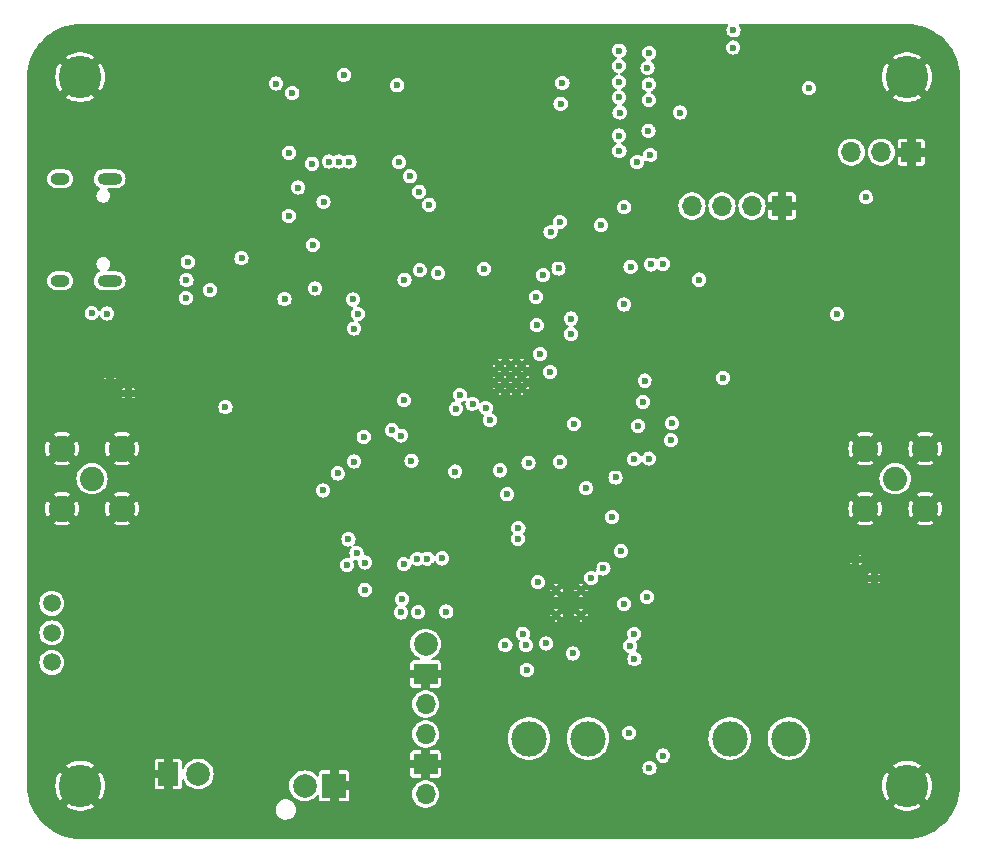
<source format=gbr>
%TF.GenerationSoftware,KiCad,Pcbnew,7.0.1*%
%TF.CreationDate,2023-04-10T22:37:03+03:00*%
%TF.ProjectId,cross_band_handy_walkie_talkie_ES8388,63726f73-735f-4626-916e-645f68616e64,rev?*%
%TF.SameCoordinates,Original*%
%TF.FileFunction,Copper,L2,Inr*%
%TF.FilePolarity,Positive*%
%FSLAX46Y46*%
G04 Gerber Fmt 4.6, Leading zero omitted, Abs format (unit mm)*
G04 Created by KiCad (PCBNEW 7.0.1) date 2023-04-10 22:37:03*
%MOMM*%
%LPD*%
G01*
G04 APERTURE LIST*
%TA.AperFunction,ComponentPad*%
%ADD10O,1.600000X1.000000*%
%TD*%
%TA.AperFunction,ComponentPad*%
%ADD11O,2.100000X1.000000*%
%TD*%
%TA.AperFunction,ComponentPad*%
%ADD12C,2.000000*%
%TD*%
%TA.AperFunction,ComponentPad*%
%ADD13R,2.000000X1.700000*%
%TD*%
%TA.AperFunction,ComponentPad*%
%ADD14O,1.700000X1.700000*%
%TD*%
%TA.AperFunction,ComponentPad*%
%ADD15C,3.000000*%
%TD*%
%TA.AperFunction,ComponentPad*%
%ADD16C,3.600000*%
%TD*%
%TA.AperFunction,ComponentPad*%
%ADD17R,1.700000X1.700000*%
%TD*%
%TA.AperFunction,ComponentPad*%
%ADD18C,1.500000*%
%TD*%
%TA.AperFunction,ComponentPad*%
%ADD19C,0.600000*%
%TD*%
%TA.AperFunction,ComponentPad*%
%ADD20R,2.000000X2.000000*%
%TD*%
%TA.AperFunction,ComponentPad*%
%ADD21C,0.500000*%
%TD*%
%TA.AperFunction,ComponentPad*%
%ADD22C,2.050000*%
%TD*%
%TA.AperFunction,ComponentPad*%
%ADD23C,2.250000*%
%TD*%
%TA.AperFunction,ComponentPad*%
%ADD24R,1.700000X2.000000*%
%TD*%
%TA.AperFunction,ComponentPad*%
%ADD25C,0.610000*%
%TD*%
%TA.AperFunction,ViaPad*%
%ADD26C,0.600000*%
%TD*%
G04 APERTURE END LIST*
D10*
%TO.N,Net-(C6-Pad1)*%
%TO.C,J1*%
X53310000Y-63610000D03*
X53310000Y-72250000D03*
D11*
X57490000Y-63610000D03*
X57490000Y-72250000D03*
%TD*%
D12*
%TO.N,+3V3*%
%TO.C,J4*%
X84250000Y-103000000D03*
D13*
%TO.N,GND*%
X84250000Y-105540000D03*
D14*
%TO.N,/Audio_Codec/MIC_INPUT_2*%
X84250000Y-108080000D03*
%TO.N,Net-(C63-Pad1)*%
X84250000Y-110620000D03*
D13*
%TO.N,GND*%
X84250000Y-113160000D03*
D14*
%TO.N,PTT3*%
X84250000Y-115700000D03*
%TD*%
D15*
%TO.N,/Audio_Codec/Speaker_R-*%
%TO.C,J5*%
X110000000Y-111000000D03*
%TO.N,/Audio_Codec/Speaker_R+*%
X115000000Y-111000000D03*
%TD*%
D16*
%TO.N,GND*%
%TO.C,H3*%
X125000000Y-115000000D03*
%TD*%
%TO.N,GND*%
%TO.C,H4*%
X55000000Y-115000000D03*
%TD*%
D17*
%TO.N,GND*%
%TO.C,J9*%
X114420000Y-65910000D03*
D14*
%TO.N,GPIO_36*%
X111880000Y-65910000D03*
%TO.N,GPIO_35*%
X109340000Y-65910000D03*
%TO.N,+3V3*%
X106800000Y-65910000D03*
%TD*%
D18*
%TO.N,/BATT_filtered*%
%TO.C,SW3*%
X52600000Y-99550000D03*
%TO.N,Net-(C58-Pad1)*%
X52600000Y-102050000D03*
%TO.N,unconnected-(SW3-Pad3)*%
X52600000Y-104550000D03*
%TD*%
D19*
%TO.N,GND*%
%TO.C,U4*%
X71055000Y-103380000D03*
X72005000Y-104330000D03*
X71055000Y-104330000D03*
X72955000Y-103380000D03*
X72005000Y-102430000D03*
X72955000Y-102430000D03*
X72955000Y-104330000D03*
X72005000Y-103380000D03*
X71055000Y-102430000D03*
%TD*%
D12*
%TO.N,+BATT*%
%TO.C,BT2*%
X74000000Y-115000000D03*
D20*
%TO.N,GND*%
X76500000Y-115000000D03*
%TD*%
D16*
%TO.N,GND*%
%TO.C,H2*%
X125000000Y-55000000D03*
%TD*%
D21*
%TO.N,GND*%
%TO.C,U5*%
X91455000Y-81320000D03*
X90505000Y-81320000D03*
X91455000Y-80370000D03*
X92405000Y-81320000D03*
X91455000Y-79420000D03*
X90505000Y-80370000D03*
X92405000Y-80370000D03*
X90505000Y-79420000D03*
X92405000Y-79420000D03*
%TD*%
D17*
%TO.N,GND*%
%TO.C,J10*%
X125375000Y-61350000D03*
D14*
%TO.N,GPIO_44*%
X122835000Y-61350000D03*
%TO.N,GPIO_43*%
X120295000Y-61350000D03*
%TD*%
D22*
%TO.N,/Audio_Codec/ant2*%
%TO.C,J7*%
X124000000Y-89000000D03*
D23*
%TO.N,GND*%
X121460000Y-86460000D03*
X126540000Y-86460000D03*
X121460000Y-91540000D03*
X126540000Y-91540000D03*
%TD*%
D22*
%TO.N,/Audio_Codec/ant4*%
%TO.C,J8*%
X56000000Y-89000000D03*
D23*
%TO.N,GND*%
X58540000Y-91540000D03*
X53460000Y-91540000D03*
X58540000Y-86460000D03*
X53460000Y-86460000D03*
%TD*%
D15*
%TO.N,/Audio_Codec/Speaker_L+*%
%TO.C,J3*%
X93000000Y-111000000D03*
%TO.N,/Audio_Codec/Speaker_L-*%
X98000000Y-111000000D03*
%TD*%
D12*
%TO.N,+BATT*%
%TO.C,BT1*%
X65000000Y-114000000D03*
D24*
%TO.N,GND*%
X62460000Y-114000000D03*
%TD*%
D16*
%TO.N,GND*%
%TO.C,H1*%
X55000000Y-55000000D03*
%TD*%
D21*
%TO.N,GND*%
%TO.C,U6*%
X97400000Y-100550000D03*
X95300000Y-98450000D03*
X97400000Y-98450000D03*
X95300000Y-100550000D03*
%TD*%
D25*
%TO.N,GND*%
%TO.C,FL2*%
X59085511Y-81755511D03*
X57522805Y-80192805D03*
%TD*%
%TO.N,GND*%
%TO.C,FL1*%
X120668647Y-95868647D03*
X122231353Y-97431353D03*
%TD*%
D26*
%TO.N,/ESP_EN*%
X77340000Y-54820000D03*
X72960000Y-56330000D03*
%TO.N,GND*%
X94500000Y-104050000D03*
X121490000Y-81430000D03*
X87700000Y-58910000D03*
X86280000Y-58890000D03*
X72000000Y-65750000D03*
X123490000Y-97430000D03*
X86350000Y-82250000D03*
X51490000Y-57430000D03*
X103600000Y-80950000D03*
X111100000Y-93550000D03*
X92900000Y-101300000D03*
X87150000Y-77400000D03*
X123490000Y-81430000D03*
X55400000Y-97150000D03*
X59490000Y-61430000D03*
X118350000Y-100350000D03*
X95490000Y-59430000D03*
X117490000Y-117430000D03*
X127490000Y-77430000D03*
X57150000Y-119000000D03*
X79490000Y-113430000D03*
X127490000Y-97430000D03*
X119950000Y-75350000D03*
X65490000Y-53430000D03*
X97000000Y-89400000D03*
X119490000Y-85430000D03*
X51490000Y-91430000D03*
X73800000Y-62150000D03*
X98050000Y-103850000D03*
X56850000Y-84900000D03*
X101490000Y-107430000D03*
X122325000Y-64775000D03*
X89490000Y-59430000D03*
X53490000Y-93430000D03*
X126500000Y-89075000D03*
X58400000Y-89075000D03*
X51490000Y-85430000D03*
X95490000Y-111430000D03*
X77550000Y-88200000D03*
X71490000Y-51430000D03*
X63490000Y-57430000D03*
X127490000Y-79430000D03*
X55490000Y-93430000D03*
X119490000Y-109430000D03*
X91490000Y-65430000D03*
X74460000Y-74080000D03*
X96150000Y-74625000D03*
X111490000Y-87430000D03*
X63120000Y-107620000D03*
X61490000Y-89430000D03*
X57490000Y-101430000D03*
X60200000Y-78100000D03*
X113490000Y-83430000D03*
X118550000Y-98350000D03*
X61350000Y-79450000D03*
X96500000Y-104700000D03*
X61490000Y-53430000D03*
X111490000Y-75430000D03*
X86975000Y-56700000D03*
X94525000Y-67325000D03*
X96000000Y-106975000D03*
X127490000Y-103430000D03*
X127490000Y-93430000D03*
X69490000Y-51430000D03*
X95500000Y-72150000D03*
X117490000Y-53430000D03*
X76100000Y-99030000D03*
X73490000Y-111430000D03*
X103050000Y-95050000D03*
X125490000Y-75430000D03*
X103490000Y-117430000D03*
X72360000Y-97190000D03*
X58550000Y-109500000D03*
X85490000Y-117430000D03*
X129050000Y-85825000D03*
X55950000Y-71400000D03*
X121490000Y-55430000D03*
X96070000Y-51890000D03*
X91660000Y-84940000D03*
X59490000Y-101430000D03*
X87490000Y-67430000D03*
X113490000Y-75430000D03*
X86300000Y-60300000D03*
X61490000Y-97430000D03*
X111800000Y-103120000D03*
X127490000Y-69430000D03*
X71490000Y-111430000D03*
X101050000Y-88200000D03*
X127490000Y-107430000D03*
X125490000Y-103430000D03*
X61500000Y-99050000D03*
X105820000Y-51950000D03*
X125490000Y-83430000D03*
X59490000Y-97430000D03*
X111490000Y-117430000D03*
X111475000Y-78000000D03*
X51490000Y-113430000D03*
X105490000Y-63430000D03*
X83490000Y-117430000D03*
X129175000Y-91100000D03*
X91175000Y-93500000D03*
X117490000Y-111430000D03*
X111490000Y-81430000D03*
X61490000Y-85430000D03*
X95490000Y-53430000D03*
X87875000Y-106300000D03*
X123490000Y-75430000D03*
X111490000Y-113430000D03*
X98050000Y-101950000D03*
X126820000Y-74840000D03*
X125490000Y-81430000D03*
X73490000Y-51430000D03*
X91580000Y-83930000D03*
X77910000Y-51260000D03*
X55360000Y-77060000D03*
X69120000Y-108700000D03*
X79490000Y-115430000D03*
X50750000Y-97975000D03*
X61490000Y-91430000D03*
X53000000Y-118450000D03*
X125490000Y-111430000D03*
X59490000Y-57430000D03*
X81550000Y-60175000D03*
X59490000Y-59430000D03*
X63490000Y-59430000D03*
X53490000Y-59430000D03*
X87490000Y-117430000D03*
X61490000Y-51430000D03*
X93490000Y-53430000D03*
X105250000Y-70750000D03*
X55490000Y-73430000D03*
X119350000Y-99850000D03*
X113490000Y-73430000D03*
X79490000Y-111430000D03*
X114600000Y-115650000D03*
X92230000Y-86410000D03*
X113490000Y-81430000D03*
X107490000Y-113430000D03*
X105490000Y-107430000D03*
X50875000Y-105800000D03*
X107990000Y-61490000D03*
X73530000Y-109880000D03*
X59500000Y-99050000D03*
X75490000Y-111430000D03*
X64070000Y-103470000D03*
X57500000Y-99050000D03*
X117490000Y-103430000D03*
X56100000Y-64400000D03*
X59490000Y-83430000D03*
X77750000Y-55550000D03*
X53490000Y-51430000D03*
X109490000Y-55430000D03*
X117490000Y-107430000D03*
X125490000Y-105430000D03*
X54350000Y-82510000D03*
X89490000Y-105430000D03*
X56900000Y-83650000D03*
X55450000Y-109450000D03*
X119490000Y-89430000D03*
X109490000Y-107430000D03*
X57225000Y-109400000D03*
X125490000Y-79430000D03*
X87490000Y-115430000D03*
X99490000Y-117430000D03*
X121490000Y-109430000D03*
X61500000Y-62670000D03*
X111490000Y-91430000D03*
X57490000Y-111430000D03*
X107150000Y-80510000D03*
X108525000Y-115775000D03*
X70880000Y-74080000D03*
X61490000Y-59430000D03*
X87690000Y-60300000D03*
X121490000Y-79430000D03*
X65490000Y-59430000D03*
X101150000Y-51830000D03*
X107490000Y-117430000D03*
X123490000Y-79430000D03*
X88600000Y-83400000D03*
X59490000Y-53430000D03*
X117490000Y-115430000D03*
X51490000Y-111430000D03*
X123490000Y-103430000D03*
X125490000Y-99430000D03*
X75180000Y-99800000D03*
X112600000Y-115650000D03*
X123490000Y-111430000D03*
X61490000Y-57430000D03*
X67490000Y-59430000D03*
X107490000Y-91430000D03*
X94300000Y-86140000D03*
X103180000Y-93530000D03*
X121490000Y-117430000D03*
X121490000Y-107430000D03*
X123490000Y-51430000D03*
X109620000Y-69190000D03*
X119490000Y-115430000D03*
X127490000Y-101430000D03*
X89630000Y-98100000D03*
X121490000Y-111430000D03*
X105000000Y-86800000D03*
X106020000Y-103140000D03*
X73490000Y-53430000D03*
X61490000Y-117430000D03*
X119490000Y-69430000D03*
X113575000Y-85325000D03*
X55490000Y-95430000D03*
X112750000Y-51010000D03*
X101550000Y-73550000D03*
X61650000Y-77700000D03*
X91170000Y-75590000D03*
X76390000Y-107600000D03*
X75290000Y-50950000D03*
X83950000Y-59400000D03*
X57490000Y-77430000D03*
X110500000Y-101880000D03*
X119490000Y-83430000D03*
X97490000Y-117430000D03*
X85490000Y-67430000D03*
X123490000Y-69430000D03*
X51490000Y-53430000D03*
X98110000Y-94770000D03*
X105490000Y-109430000D03*
X94000000Y-72750000D03*
X95450000Y-113175000D03*
X121490000Y-105430000D03*
X65490000Y-99430000D03*
X91490000Y-57430000D03*
X93490000Y-117430000D03*
X113490000Y-113430000D03*
X123490000Y-107430000D03*
X129075000Y-88525000D03*
X123490000Y-83430000D03*
X55375000Y-103425000D03*
X59490000Y-111430000D03*
X110950000Y-97000000D03*
X74960000Y-76700000D03*
X110525000Y-115775000D03*
X59100000Y-71990000D03*
X119490000Y-117430000D03*
X77490000Y-111430000D03*
X128775000Y-57500000D03*
X58530000Y-107660000D03*
X59490000Y-115430000D03*
X128875000Y-64350000D03*
X110900000Y-100575000D03*
X107100000Y-77590000D03*
X81850000Y-56550000D03*
X91490000Y-55430000D03*
X125625000Y-95550000D03*
X115490000Y-75430000D03*
X61490000Y-83430000D03*
X127490000Y-61430000D03*
X111490000Y-63430000D03*
X51490000Y-89430000D03*
X65490000Y-55430000D03*
X102950000Y-62350000D03*
X57490000Y-97430000D03*
X53490000Y-111430000D03*
X121425000Y-89100000D03*
X81250000Y-99250000D03*
X105560000Y-104390000D03*
X73860000Y-97200000D03*
X73490000Y-59430000D03*
X84050000Y-87450000D03*
X75550000Y-63175000D03*
X56150000Y-65750000D03*
X99175000Y-97525000D03*
X59490000Y-93430000D03*
X119490000Y-87430000D03*
X95450000Y-115175000D03*
X76900000Y-95300000D03*
X111490000Y-61430000D03*
X55150000Y-84700000D03*
X51490000Y-69430000D03*
X57490000Y-95430000D03*
X53425000Y-107425000D03*
X84400000Y-89800000D03*
X84900000Y-100250000D03*
X81100000Y-109880000D03*
X119490000Y-103430000D03*
X115490000Y-101430000D03*
X50825000Y-100775000D03*
X78740000Y-51150000D03*
X127490000Y-83430000D03*
X65490000Y-97430000D03*
X77400000Y-109880000D03*
X90675000Y-89525000D03*
X116550000Y-88425000D03*
X51490000Y-83430000D03*
X119490000Y-107430000D03*
X109490000Y-113430000D03*
X55375000Y-105425000D03*
X101950000Y-99600000D03*
X104990000Y-66200000D03*
X69490000Y-59430000D03*
X127490000Y-81430000D03*
X115490000Y-113430000D03*
X57490000Y-59430000D03*
X69490000Y-53430000D03*
X74540000Y-74980000D03*
X121490000Y-53430000D03*
X111490000Y-83430000D03*
X119490000Y-53430000D03*
X90875000Y-115150000D03*
X81490000Y-117430000D03*
X111490000Y-73430000D03*
X65490000Y-51430000D03*
X59020000Y-63920000D03*
X69490000Y-61430000D03*
X93490000Y-63430000D03*
X51490000Y-87430000D03*
X61490000Y-87430000D03*
X100430000Y-93500000D03*
X61550000Y-102025000D03*
X59490000Y-113430000D03*
X80860000Y-52230000D03*
X125490000Y-77430000D03*
X121490000Y-101430000D03*
X105490000Y-91430000D03*
X57450000Y-103300000D03*
X51490000Y-67430000D03*
X121490000Y-51430000D03*
X115490000Y-97430000D03*
X68200000Y-65150000D03*
X111490000Y-105430000D03*
X69290000Y-106850000D03*
X69050000Y-76250000D03*
X102950000Y-85150000D03*
X51490000Y-73430000D03*
X121490000Y-103430000D03*
X88000000Y-102850000D03*
X51490000Y-63430000D03*
X78000000Y-63050000D03*
X68300000Y-63400000D03*
X86600000Y-65400000D03*
X99750000Y-101950000D03*
X114250000Y-91475000D03*
X55490000Y-111430000D03*
X107750000Y-71325000D03*
X107490000Y-111430000D03*
X105550000Y-102120000D03*
X112690000Y-52520000D03*
X65490000Y-63430000D03*
X127490000Y-99430000D03*
X65370000Y-109110000D03*
X103150000Y-58600000D03*
X69100000Y-74750000D03*
X124850000Y-93200000D03*
X67490000Y-117430000D03*
X57450000Y-107400000D03*
X124350000Y-94800000D03*
X54900000Y-101150000D03*
X67490000Y-53430000D03*
X117490000Y-79430000D03*
X58570000Y-104460000D03*
X117490000Y-93430000D03*
X103300000Y-60500000D03*
X59490000Y-51430000D03*
X93075000Y-108025000D03*
X95490000Y-65430000D03*
X63120000Y-109670000D03*
X89490000Y-63430000D03*
X61490000Y-93430000D03*
X115900000Y-53450000D03*
X119490000Y-93430000D03*
X119490000Y-113430000D03*
X127490000Y-105430000D03*
X103490000Y-91430000D03*
X113940000Y-61430000D03*
X73840000Y-99830000D03*
X91490000Y-61430000D03*
X51490000Y-95430000D03*
X119490000Y-111430000D03*
X109760000Y-92290000D03*
X106675000Y-95825000D03*
X55490000Y-67430000D03*
X68800000Y-85825000D03*
X127490000Y-95430000D03*
X82900000Y-62400000D03*
X101490000Y-115430000D03*
X126820000Y-71120000D03*
X107490000Y-109430000D03*
X76050000Y-97870000D03*
X75200000Y-97170000D03*
X51490000Y-115430000D03*
X113490000Y-107430000D03*
X51490000Y-93430000D03*
X67490000Y-51430000D03*
X117490000Y-65430000D03*
X86210000Y-84870000D03*
X111490000Y-89430000D03*
X65490000Y-117430000D03*
X102500000Y-70800000D03*
X123490000Y-99430000D03*
X113490000Y-67430000D03*
X105000000Y-112950000D03*
X89150000Y-72300000D03*
X123975000Y-86550000D03*
X91490000Y-53430000D03*
X123490000Y-77430000D03*
X78930000Y-107000000D03*
X117490000Y-51430000D03*
X121490000Y-83430000D03*
X79490000Y-117430000D03*
X109190000Y-103040000D03*
X95490000Y-61430000D03*
X55875000Y-91475000D03*
X96370000Y-99450000D03*
X51490000Y-59430000D03*
X125490000Y-51430000D03*
X114325000Y-78050000D03*
X107130000Y-83480000D03*
X76820000Y-50960000D03*
X79860000Y-51010000D03*
X123490000Y-101430000D03*
X94680000Y-94820000D03*
X57400000Y-105425000D03*
X53490000Y-73430000D03*
X103525000Y-82475000D03*
X125490000Y-67430000D03*
X119490000Y-105430000D03*
X102600000Y-112700000D03*
X55490000Y-51430000D03*
X96050000Y-91400000D03*
X65950000Y-101730000D03*
X55070000Y-61360000D03*
X51490000Y-65430000D03*
X91680000Y-74110000D03*
X102950000Y-86450000D03*
X103750000Y-56250000D03*
X80870000Y-51390000D03*
X89490000Y-61430000D03*
X59490000Y-55430000D03*
X71530000Y-70090000D03*
X63490000Y-53430000D03*
X93490000Y-59430000D03*
X80650000Y-85450000D03*
X121490000Y-77430000D03*
X103800000Y-53650000D03*
X84800000Y-64750000D03*
X119490000Y-95430000D03*
X125490000Y-107430000D03*
X115490000Y-105430000D03*
X107100000Y-100250000D03*
X105490000Y-83430000D03*
X89490000Y-117430000D03*
X121490000Y-113430000D03*
X64850000Y-65000000D03*
X67490000Y-113430000D03*
X111490000Y-85430000D03*
X123000000Y-93600000D03*
X115490000Y-83430000D03*
X55435000Y-107370000D03*
X123490000Y-71430000D03*
X117190000Y-69190000D03*
X127490000Y-109430000D03*
X86875000Y-79725000D03*
X72340000Y-99820000D03*
X53475000Y-89100000D03*
X85490000Y-53430000D03*
X121490000Y-99430000D03*
X121490000Y-115430000D03*
X117490000Y-105430000D03*
X83490000Y-57430000D03*
X76190000Y-102060000D03*
X123490000Y-59430000D03*
X127490000Y-111430000D03*
X75175000Y-85825000D03*
X109490000Y-117430000D03*
X115490000Y-93430000D03*
X55490000Y-59430000D03*
X103490000Y-115430000D03*
X63490000Y-51430000D03*
X96670000Y-77700000D03*
X91025000Y-102050000D03*
X119490000Y-91430000D03*
X51490000Y-71430000D03*
X51490000Y-55430000D03*
X74650000Y-89800000D03*
X101490000Y-117430000D03*
X83490000Y-53430000D03*
X84950000Y-96400000D03*
X123490000Y-109430000D03*
X123490000Y-105430000D03*
X59490000Y-117430000D03*
X94170000Y-82950000D03*
X76950000Y-71550000D03*
X61490000Y-81430000D03*
X114125000Y-88550000D03*
X95490000Y-117430000D03*
X51425000Y-107425000D03*
X99490000Y-105430000D03*
X55400000Y-99150000D03*
X59490000Y-95430000D03*
X98340000Y-51880000D03*
X115490000Y-117430000D03*
X51450000Y-109450000D03*
X77490000Y-117430000D03*
X128650000Y-74850000D03*
X121490000Y-57430000D03*
X57490000Y-51430000D03*
X89490000Y-55430000D03*
X125490000Y-97430000D03*
X55250000Y-83500000D03*
X89490000Y-107430000D03*
X117225000Y-60525000D03*
X121490000Y-93430000D03*
X105490000Y-117430000D03*
X95700000Y-56350000D03*
X63490000Y-117430000D03*
X67490000Y-75430000D03*
X73350000Y-76600000D03*
X115490000Y-57430000D03*
X128975000Y-54875000D03*
X92550000Y-104100000D03*
X90875000Y-113150000D03*
X63520000Y-69940000D03*
X69490000Y-55430000D03*
X127490000Y-59430000D03*
X56300000Y-70000000D03*
X125490000Y-101430000D03*
X88450000Y-89900000D03*
X59450000Y-64680000D03*
X72400000Y-55650000D03*
X91490000Y-117430000D03*
X127725000Y-52025000D03*
X75490000Y-117430000D03*
X65490000Y-61430000D03*
X53450000Y-109450000D03*
X120050000Y-99200000D03*
X125490000Y-59430000D03*
X57490000Y-93430000D03*
X61490000Y-95430000D03*
X101075000Y-66925000D03*
X50850000Y-103225000D03*
X71070000Y-75100000D03*
X100700000Y-83300000D03*
X53490000Y-95430000D03*
X55700000Y-82450000D03*
X69490000Y-117430000D03*
X113490000Y-117430000D03*
X61180000Y-68950000D03*
X71490000Y-53430000D03*
%TO.N,/ESP_BOOT*%
X71575000Y-55550000D03*
X95600000Y-67250000D03*
X72700000Y-61400000D03*
%TO.N,+3V3*%
X110310000Y-51040000D03*
X74700000Y-69200000D03*
X86000000Y-100250000D03*
X102160000Y-62190000D03*
X74630000Y-62330000D03*
X57270000Y-75020000D03*
X116690000Y-55940000D03*
X95625000Y-87575000D03*
X85650000Y-95750000D03*
X55970000Y-74990000D03*
X101070000Y-66010000D03*
X64000000Y-72200000D03*
X64100000Y-70650000D03*
X86750000Y-88400000D03*
X110280000Y-52500000D03*
%TO.N,/DATA_2*%
X103170000Y-52950000D03*
X100650000Y-52750000D03*
%TO.N,/DATA_3*%
X103030000Y-54220000D03*
X100600000Y-54040000D03*
%TO.N,/CMD*%
X103130000Y-55630000D03*
X100610000Y-55410000D03*
%TO.N,/CLK*%
X103140000Y-56930000D03*
X100610000Y-56720000D03*
%TO.N,/DATA_0*%
X100670000Y-58000000D03*
X105800000Y-58000000D03*
%TO.N,/DATA_1*%
X103110000Y-59530000D03*
X100600000Y-59950000D03*
%TO.N,/CARD_DETECT*%
X103270000Y-61590000D03*
X100650000Y-61250000D03*
%TO.N,AUDIO_ON2*%
X81850000Y-55700000D03*
%TO.N,GPIO_43*%
X95825000Y-55475000D03*
%TO.N,GPIO_44*%
X95675000Y-57250000D03*
%TO.N,/Audio_Codec/MCLK*%
X93600000Y-73600000D03*
X93650000Y-76000000D03*
%TO.N,/Audio_Codec/JACK_DETECT*%
X121560000Y-65160000D03*
X119075000Y-75075000D03*
%TO.N,/Audio_Codec/3V33*%
X93950000Y-78450000D03*
X89690000Y-84030000D03*
%TO.N,AUDIO_ON1*%
X89190000Y-71240000D03*
%TO.N,GPIO_16*%
X82178412Y-100328412D03*
X83550000Y-95800000D03*
X81400000Y-84900000D03*
X82000000Y-62200000D03*
%TO.N,GPIO_17*%
X82400000Y-82350000D03*
X82900000Y-63400000D03*
X82450000Y-72150000D03*
%TO.N,GPIO_18*%
X83612500Y-100312500D03*
X82150000Y-85350000D03*
X84400000Y-95775000D03*
X83700000Y-64700000D03*
%TO.N,GPIO_8*%
X83050000Y-87475000D03*
X84550000Y-65800000D03*
%TO.N,GPIO_9*%
X83750000Y-71350000D03*
%TO.N,GPIO_10*%
X85290000Y-71610000D03*
%TO.N,GPIO_45*%
X97850000Y-89800000D03*
X95500000Y-71200000D03*
X100790000Y-95140000D03*
%TO.N,GPIO_35*%
X99090000Y-67530000D03*
%TO.N,GPIO_37*%
X102650000Y-82500000D03*
X102800000Y-80700000D03*
X101600000Y-71050000D03*
X91150000Y-90325000D03*
%TO.N,GPIO_38*%
X103360000Y-70860000D03*
%TO.N,GPIO_39*%
X104350000Y-70800000D03*
%TO.N,/Audio_Codec/MIC_INPUT_2*%
X101900000Y-87350000D03*
X104350000Y-112450000D03*
X103200000Y-113500000D03*
%TO.N,/Audio_Codec/R_out1_*%
X87150000Y-81900000D03*
X92960000Y-87640000D03*
%TO.N,Net-(C48-Pad2)*%
X96550000Y-75450000D03*
X88218515Y-82665326D03*
%TO.N,RF_power_bus*%
X101910000Y-102130000D03*
X78100000Y-73830000D03*
X101930000Y-104270000D03*
X82400000Y-96250000D03*
X78510000Y-75050000D03*
X82250000Y-99200000D03*
X101570000Y-103140000D03*
X78190000Y-76290000D03*
%TO.N,Net-(JP2-Pad2)*%
X94800000Y-79960000D03*
%TO.N,Tranceiver_Audio_OUT_1*%
X99300000Y-96600000D03*
%TO.N,Tranceiver_Audio_OUT_2*%
X109420000Y-80460000D03*
%TO.N,G0*%
X77800000Y-62150000D03*
X78200000Y-87550000D03*
X78400000Y-95300000D03*
X98275000Y-97400000D03*
%TO.N,G1*%
X92050000Y-94100000D03*
X76800000Y-88550000D03*
X76900000Y-62150000D03*
X77712500Y-94137500D03*
%TO.N,AMP_L*%
X76050000Y-62150000D03*
X92750000Y-103100000D03*
X75550000Y-90000000D03*
X91000000Y-103100000D03*
X77600000Y-96300000D03*
X94450000Y-102950000D03*
%TO.N,Net-(C23-Pad1)*%
X100050000Y-92250000D03*
X92100000Y-93200000D03*
%TO.N,Net-(C42-Pad2)*%
X105000000Y-85750000D03*
X103150000Y-87300000D03*
%TO.N,/Audio_Codec/Power_amp_Vcc*%
X101050000Y-99600000D03*
X96700000Y-103800000D03*
X92475000Y-102125000D03*
%TO.N,/BATT_filtered*%
X72650000Y-66750000D03*
X63950000Y-73700000D03*
%TO.N,Net-(Q2-Pad3)*%
X68660000Y-70340000D03*
X66000000Y-73030000D03*
%TO.N,GPIO_5*%
X107400000Y-72150000D03*
X101050000Y-74250000D03*
X94825000Y-68100000D03*
X101475000Y-110525000D03*
%TO.N,/Audio_Codec/L_out1_*%
X86800000Y-83068414D03*
X90550000Y-88300000D03*
%TO.N,/RAW_3v3*%
X73450000Y-64350000D03*
X72300000Y-73800000D03*
X67300000Y-82950000D03*
%TO.N,/Audio_Codec/Speaker_L+*%
X93740000Y-97766605D03*
%TO.N,Net-(Q4-Pad1)*%
X75600000Y-65550000D03*
X74900000Y-72900000D03*
%TO.N,GPIO_48*%
X96800000Y-84350000D03*
X105125000Y-84300000D03*
X94200000Y-71750000D03*
X102250000Y-84525000D03*
X100325000Y-88900000D03*
%TO.N,H{slash}L1*%
X79100000Y-96100000D03*
X79000000Y-85450000D03*
X79100000Y-98400000D03*
X92800000Y-105200000D03*
X102975000Y-99025000D03*
%TO.N,Net-(TP3-Pad1)*%
X96550000Y-76750000D03*
X89350000Y-83000000D03*
%TD*%
%TA.AperFunction,Conductor*%
%TO.N,GND*%
G36*
X109818585Y-50515429D02*
G01*
X109855096Y-50555713D01*
X109864829Y-50609203D01*
X109844848Y-50659767D01*
X109785464Y-50737157D01*
X109724955Y-50883238D01*
X109704318Y-51040000D01*
X109724955Y-51196761D01*
X109785464Y-51342841D01*
X109881717Y-51468282D01*
X109977971Y-51542139D01*
X110007159Y-51564536D01*
X110153238Y-51625044D01*
X110310000Y-51645682D01*
X110466762Y-51625044D01*
X110612841Y-51564536D01*
X110738282Y-51468282D01*
X110834536Y-51342841D01*
X110895044Y-51196762D01*
X110915682Y-51040000D01*
X110895044Y-50883238D01*
X110834536Y-50737159D01*
X110834535Y-50737158D01*
X110834535Y-50737157D01*
X110775152Y-50659767D01*
X110755171Y-50609203D01*
X110764904Y-50555713D01*
X110801415Y-50515429D01*
X110853694Y-50500500D01*
X124934108Y-50500500D01*
X124997835Y-50500500D01*
X125002152Y-50500593D01*
X125387853Y-50517434D01*
X125396432Y-50518184D01*
X125777053Y-50568295D01*
X125785544Y-50569792D01*
X126160338Y-50652881D01*
X126168673Y-50655115D01*
X126534797Y-50770553D01*
X126542913Y-50773507D01*
X126897587Y-50920418D01*
X126905398Y-50924060D01*
X127128116Y-51040000D01*
X127245910Y-51101320D01*
X127253390Y-51105638D01*
X127577167Y-51311906D01*
X127584241Y-51316860D01*
X127888797Y-51550554D01*
X127895398Y-51556093D01*
X128178459Y-51815470D01*
X128184529Y-51821540D01*
X128443905Y-52104599D01*
X128449445Y-52111202D01*
X128683139Y-52415758D01*
X128688093Y-52422832D01*
X128894361Y-52746609D01*
X128898679Y-52754089D01*
X129075935Y-53094593D01*
X129079585Y-53102420D01*
X129226492Y-53457086D01*
X129229446Y-53465202D01*
X129344884Y-53831326D01*
X129347119Y-53839668D01*
X129430205Y-54214445D01*
X129431705Y-54222951D01*
X129481813Y-54603554D01*
X129482566Y-54612158D01*
X129499406Y-54997847D01*
X129499500Y-55002165D01*
X129499500Y-114997835D01*
X129499406Y-115002153D01*
X129482566Y-115387841D01*
X129481813Y-115396445D01*
X129431705Y-115777048D01*
X129430205Y-115785554D01*
X129347119Y-116160331D01*
X129344884Y-116168673D01*
X129229446Y-116534797D01*
X129226492Y-116542913D01*
X129079585Y-116897579D01*
X129075935Y-116905406D01*
X128898679Y-117245910D01*
X128894361Y-117253390D01*
X128688093Y-117577167D01*
X128683139Y-117584241D01*
X128449445Y-117888797D01*
X128443895Y-117895411D01*
X128184540Y-118178447D01*
X128178447Y-118184540D01*
X128162727Y-118198946D01*
X127895413Y-118443894D01*
X127888797Y-118449445D01*
X127584241Y-118683139D01*
X127577167Y-118688093D01*
X127253390Y-118894361D01*
X127245910Y-118898679D01*
X126905406Y-119075935D01*
X126897579Y-119079585D01*
X126542913Y-119226492D01*
X126534797Y-119229446D01*
X126168673Y-119344884D01*
X126160331Y-119347119D01*
X125785554Y-119430205D01*
X125777048Y-119431705D01*
X125396445Y-119481813D01*
X125387841Y-119482566D01*
X125002153Y-119499406D01*
X124997835Y-119499500D01*
X55002165Y-119499500D01*
X54997847Y-119499406D01*
X54612158Y-119482566D01*
X54603554Y-119481813D01*
X54222951Y-119431705D01*
X54214445Y-119430205D01*
X53839668Y-119347119D01*
X53831326Y-119344884D01*
X53465202Y-119229446D01*
X53457086Y-119226492D01*
X53102420Y-119079585D01*
X53094593Y-119075935D01*
X52754089Y-118898679D01*
X52746609Y-118894361D01*
X52422832Y-118688093D01*
X52415758Y-118683139D01*
X52111202Y-118449445D01*
X52104599Y-118443905D01*
X51821540Y-118184529D01*
X51815470Y-118178459D01*
X51556093Y-117895398D01*
X51550554Y-117888797D01*
X51471347Y-117785573D01*
X51316859Y-117584240D01*
X51311906Y-117577167D01*
X51105638Y-117253390D01*
X51101320Y-117245910D01*
X50964650Y-116983371D01*
X50924060Y-116905398D01*
X50920414Y-116897579D01*
X50908541Y-116868916D01*
X50850556Y-116728926D01*
X53801403Y-116728926D01*
X54031608Y-116868916D01*
X54295109Y-116983371D01*
X54571745Y-117060881D01*
X54856356Y-117100000D01*
X55143644Y-117100000D01*
X55428254Y-117060881D01*
X55704890Y-116983371D01*
X55774491Y-116953139D01*
X71535694Y-116953139D01*
X71545829Y-117140037D01*
X71595900Y-117320377D01*
X71595901Y-117320379D01*
X71595902Y-117320382D01*
X71683574Y-117485749D01*
X71683576Y-117485751D01*
X71804745Y-117628403D01*
X71953748Y-117741672D01*
X72123623Y-117820265D01*
X72306413Y-117860500D01*
X72306415Y-117860500D01*
X72446651Y-117860500D01*
X72446654Y-117860500D01*
X72586073Y-117845337D01*
X72763445Y-117785574D01*
X72923823Y-117689077D01*
X73059708Y-117560361D01*
X73164745Y-117405442D01*
X73234024Y-117231566D01*
X73264305Y-117046861D01*
X73254171Y-116859966D01*
X73204098Y-116679618D01*
X73116426Y-116514251D01*
X72995255Y-116371597D01*
X72995254Y-116371596D01*
X72846251Y-116258327D01*
X72676376Y-116179734D01*
X72493587Y-116139500D01*
X72493585Y-116139500D01*
X72353346Y-116139500D01*
X72321649Y-116142947D01*
X72213926Y-116154662D01*
X72036554Y-116214426D01*
X71876177Y-116310923D01*
X71740289Y-116439641D01*
X71635257Y-116594554D01*
X71635255Y-116594556D01*
X71635255Y-116594558D01*
X71624300Y-116622053D01*
X71565976Y-116768434D01*
X71535694Y-116953139D01*
X55774491Y-116953139D01*
X55968391Y-116868916D01*
X56198595Y-116728926D01*
X54999999Y-115530330D01*
X53801403Y-116728926D01*
X50850556Y-116728926D01*
X50773507Y-116542913D01*
X50770553Y-116534797D01*
X50696522Y-116299999D01*
X50655114Y-116168671D01*
X50652880Y-116160331D01*
X50569792Y-115785544D01*
X50568294Y-115777048D01*
X50567195Y-115768698D01*
X50518184Y-115396432D01*
X50517434Y-115387853D01*
X50500593Y-115002152D01*
X50500547Y-114999999D01*
X52895093Y-114999999D01*
X52914697Y-115286619D01*
X52973147Y-115567893D01*
X53069356Y-115838597D01*
X53201528Y-116093678D01*
X53273718Y-116195948D01*
X54469667Y-114999999D01*
X55530331Y-114999999D01*
X56726279Y-116195947D01*
X56798473Y-116093674D01*
X56930643Y-115838597D01*
X57026852Y-115567893D01*
X57085302Y-115286619D01*
X57101842Y-115044790D01*
X61310001Y-115044790D01*
X61312910Y-115069874D01*
X61358212Y-115172476D01*
X61437523Y-115251787D01*
X61540126Y-115297090D01*
X61565205Y-115300000D01*
X62084999Y-115300000D01*
X62085000Y-115299999D01*
X62085000Y-115299998D01*
X62835000Y-115299998D01*
X62835001Y-115299999D01*
X63354790Y-115299999D01*
X63379874Y-115297089D01*
X63482476Y-115251787D01*
X63561787Y-115172476D01*
X63607090Y-115069873D01*
X63609999Y-115044795D01*
X63609999Y-114542940D01*
X63624139Y-114491951D01*
X63662521Y-114455528D01*
X63714180Y-114444076D01*
X63764359Y-114460865D01*
X63798723Y-114501100D01*
X63869431Y-114652733D01*
X63957107Y-114777948D01*
X63999953Y-114839139D01*
X64160861Y-115000047D01*
X64347266Y-115130568D01*
X64347267Y-115130568D01*
X64347268Y-115130569D01*
X64553499Y-115226737D01*
X64553500Y-115226737D01*
X64553504Y-115226739D01*
X64773308Y-115285635D01*
X65000000Y-115305468D01*
X65226692Y-115285635D01*
X65446496Y-115226739D01*
X65652734Y-115130568D01*
X65839139Y-115000047D01*
X65839186Y-115000000D01*
X72694531Y-115000000D01*
X72714364Y-115226689D01*
X72773262Y-115446500D01*
X72869430Y-115652731D01*
X72869431Y-115652733D01*
X72869432Y-115652734D01*
X72999953Y-115839139D01*
X73160861Y-116000047D01*
X73347266Y-116130568D01*
X73347267Y-116130568D01*
X73347268Y-116130569D01*
X73553499Y-116226737D01*
X73553500Y-116226737D01*
X73553504Y-116226739D01*
X73773308Y-116285635D01*
X74000000Y-116305468D01*
X74226692Y-116285635D01*
X74446496Y-116226739D01*
X74652734Y-116130568D01*
X74839139Y-116000047D01*
X75000047Y-115839139D01*
X75019906Y-115810775D01*
X75057599Y-115778582D01*
X75106179Y-115768698D01*
X75153461Y-115783604D01*
X75187587Y-115819565D01*
X75200000Y-115867561D01*
X75200000Y-116044789D01*
X75202910Y-116069874D01*
X75248212Y-116172476D01*
X75327523Y-116251787D01*
X75430126Y-116297090D01*
X75455205Y-116300000D01*
X76124999Y-116300000D01*
X76125000Y-116299999D01*
X76125000Y-116299998D01*
X76875000Y-116299998D01*
X76875001Y-116299999D01*
X77544790Y-116299999D01*
X77569874Y-116297089D01*
X77672476Y-116251787D01*
X77751787Y-116172476D01*
X77797090Y-116069873D01*
X77800000Y-116044795D01*
X77800000Y-115700000D01*
X83094571Y-115700000D01*
X83114244Y-115912310D01*
X83165847Y-116093674D01*
X83172596Y-116117391D01*
X83267634Y-116308256D01*
X83396125Y-116478404D01*
X83396127Y-116478406D01*
X83396128Y-116478407D01*
X83462507Y-116538920D01*
X83553699Y-116622053D01*
X83646670Y-116679618D01*
X83734981Y-116734298D01*
X83891681Y-116795003D01*
X83933804Y-116811322D01*
X84143388Y-116850500D01*
X84143390Y-116850500D01*
X84356610Y-116850500D01*
X84356612Y-116850500D01*
X84566195Y-116811322D01*
X84566198Y-116811321D01*
X84765019Y-116734298D01*
X84773695Y-116728926D01*
X123801403Y-116728926D01*
X124031608Y-116868916D01*
X124295109Y-116983371D01*
X124571745Y-117060881D01*
X124856356Y-117100000D01*
X125143644Y-117100000D01*
X125428254Y-117060881D01*
X125704890Y-116983371D01*
X125968391Y-116868916D01*
X126198595Y-116728926D01*
X124999999Y-115530330D01*
X123801403Y-116728926D01*
X84773695Y-116728926D01*
X84946302Y-116622052D01*
X85103872Y-116478407D01*
X85232366Y-116308255D01*
X85327405Y-116117389D01*
X85385756Y-115912310D01*
X85405429Y-115700000D01*
X85385756Y-115487690D01*
X85327405Y-115282611D01*
X85232366Y-115091745D01*
X85232365Y-115091744D01*
X85232365Y-115091743D01*
X85163083Y-114999999D01*
X122895093Y-114999999D01*
X122914697Y-115286619D01*
X122973147Y-115567893D01*
X123069356Y-115838597D01*
X123201528Y-116093678D01*
X123273718Y-116195948D01*
X124469667Y-114999999D01*
X125530331Y-114999999D01*
X126726279Y-116195947D01*
X126798473Y-116093674D01*
X126930643Y-115838597D01*
X127026852Y-115567893D01*
X127085302Y-115286619D01*
X127104906Y-114999999D01*
X127085302Y-114713380D01*
X127026852Y-114432106D01*
X126930643Y-114161402D01*
X126798471Y-113906321D01*
X126726280Y-113804050D01*
X125530331Y-114999999D01*
X124469667Y-114999999D01*
X123273718Y-113804050D01*
X123201528Y-113906321D01*
X123069356Y-114161402D01*
X122973147Y-114432106D01*
X122914697Y-114713380D01*
X122895093Y-114999999D01*
X85163083Y-114999999D01*
X85103874Y-114921595D01*
X84946300Y-114777946D01*
X84765021Y-114665703D01*
X84765019Y-114665702D01*
X84722898Y-114649384D01*
X84566195Y-114588677D01*
X84356612Y-114549500D01*
X84356610Y-114549500D01*
X84143390Y-114549500D01*
X84143388Y-114549500D01*
X83933804Y-114588677D01*
X83734978Y-114665703D01*
X83553699Y-114777946D01*
X83396125Y-114921595D01*
X83267634Y-115091743D01*
X83187943Y-115251787D01*
X83172595Y-115282611D01*
X83114244Y-115487690D01*
X83094571Y-115700000D01*
X77800000Y-115700000D01*
X77800000Y-115375001D01*
X77799999Y-115375000D01*
X76875001Y-115375000D01*
X76875000Y-115375001D01*
X76875000Y-116299998D01*
X76125000Y-116299998D01*
X76125000Y-114624999D01*
X76875000Y-114624999D01*
X76875001Y-114625000D01*
X77799998Y-114625000D01*
X77799999Y-114624999D01*
X77799999Y-114054790D01*
X82950001Y-114054790D01*
X82952910Y-114079874D01*
X82998212Y-114182476D01*
X83077523Y-114261787D01*
X83180126Y-114307090D01*
X83205205Y-114310000D01*
X83874999Y-114310000D01*
X83875000Y-114309999D01*
X83875000Y-114309998D01*
X84625000Y-114309998D01*
X84625001Y-114309999D01*
X85294790Y-114309999D01*
X85319874Y-114307089D01*
X85422476Y-114261787D01*
X85501787Y-114182476D01*
X85547090Y-114079873D01*
X85550000Y-114054795D01*
X85550000Y-113535001D01*
X85549999Y-113535000D01*
X84625001Y-113535000D01*
X84625000Y-113535001D01*
X84625000Y-114309998D01*
X83875000Y-114309998D01*
X83875000Y-113535001D01*
X83874999Y-113535000D01*
X82950002Y-113535000D01*
X82950001Y-113535001D01*
X82950001Y-114054790D01*
X77799999Y-114054790D01*
X77799999Y-113955210D01*
X77797089Y-113930125D01*
X77751787Y-113827523D01*
X77672476Y-113748212D01*
X77569873Y-113702909D01*
X77544795Y-113700000D01*
X76875001Y-113700000D01*
X76875000Y-113700001D01*
X76875000Y-114624999D01*
X76125000Y-114624999D01*
X76125000Y-113700002D01*
X76124999Y-113700001D01*
X75455210Y-113700001D01*
X75430125Y-113702910D01*
X75327523Y-113748212D01*
X75248212Y-113827523D01*
X75202909Y-113930126D01*
X75200000Y-113955205D01*
X75200000Y-114132436D01*
X75187587Y-114180432D01*
X75153462Y-114216393D01*
X75106181Y-114231300D01*
X75057601Y-114221417D01*
X75019904Y-114189220D01*
X75000049Y-114160864D01*
X75000047Y-114160861D01*
X74839139Y-113999953D01*
X74652734Y-113869432D01*
X74652733Y-113869431D01*
X74652731Y-113869430D01*
X74446500Y-113773262D01*
X74226689Y-113714364D01*
X74000000Y-113694531D01*
X73773310Y-113714364D01*
X73553499Y-113773262D01*
X73347268Y-113869430D01*
X73160864Y-113999950D01*
X72999950Y-114160864D01*
X72869430Y-114347268D01*
X72773262Y-114553499D01*
X72714364Y-114773310D01*
X72694531Y-115000000D01*
X65839186Y-115000000D01*
X66000047Y-114839139D01*
X66130568Y-114652734D01*
X66226739Y-114446496D01*
X66285635Y-114226692D01*
X66305468Y-114000000D01*
X66285635Y-113773308D01*
X66226739Y-113553504D01*
X66222527Y-113544472D01*
X66201789Y-113500000D01*
X102594318Y-113500000D01*
X102614955Y-113656761D01*
X102675464Y-113802841D01*
X102771717Y-113928282D01*
X102806811Y-113955210D01*
X102897159Y-114024536D01*
X103043238Y-114085044D01*
X103200000Y-114105682D01*
X103356762Y-114085044D01*
X103502841Y-114024536D01*
X103628282Y-113928282D01*
X103724536Y-113802841D01*
X103785044Y-113656762D01*
X103805682Y-113500000D01*
X103785044Y-113343238D01*
X103755151Y-113271071D01*
X123801403Y-113271071D01*
X124999999Y-114469667D01*
X126198595Y-113271071D01*
X125968392Y-113131083D01*
X125704890Y-113016628D01*
X125428254Y-112939118D01*
X125143644Y-112900000D01*
X124856356Y-112900000D01*
X124571745Y-112939118D01*
X124295109Y-113016628D01*
X124031604Y-113131084D01*
X123801403Y-113271071D01*
X103755151Y-113271071D01*
X103724536Y-113197159D01*
X103673835Y-113131084D01*
X103628282Y-113071717D01*
X103502841Y-112975464D01*
X103356761Y-112914955D01*
X103200000Y-112894318D01*
X103043238Y-112914955D01*
X102897158Y-112975464D01*
X102771717Y-113071717D01*
X102675464Y-113197158D01*
X102614955Y-113343238D01*
X102594318Y-113500000D01*
X66201789Y-113500000D01*
X66130569Y-113347268D01*
X66127747Y-113343238D01*
X66000047Y-113160861D01*
X65839139Y-112999953D01*
X65802839Y-112974536D01*
X65652731Y-112869430D01*
X65471670Y-112784999D01*
X82950000Y-112784999D01*
X82950001Y-112785000D01*
X83874999Y-112785000D01*
X83875000Y-112784999D01*
X84625000Y-112784999D01*
X84625001Y-112785000D01*
X85549998Y-112785000D01*
X85549999Y-112784999D01*
X85549999Y-112265210D01*
X85547089Y-112240125D01*
X85501787Y-112137523D01*
X85422476Y-112058212D01*
X85319873Y-112012909D01*
X85294795Y-112010000D01*
X84625001Y-112010000D01*
X84625000Y-112010001D01*
X84625000Y-112784999D01*
X83875000Y-112784999D01*
X83875000Y-112010002D01*
X83874999Y-112010001D01*
X83205210Y-112010001D01*
X83180125Y-112012910D01*
X83077523Y-112058212D01*
X82998212Y-112137523D01*
X82952909Y-112240126D01*
X82950000Y-112265205D01*
X82950000Y-112784999D01*
X65471670Y-112784999D01*
X65446500Y-112773262D01*
X65226689Y-112714364D01*
X65000000Y-112694531D01*
X64773310Y-112714364D01*
X64553499Y-112773262D01*
X64347268Y-112869430D01*
X64160864Y-112999950D01*
X63999950Y-113160864D01*
X63869431Y-113347266D01*
X63798723Y-113498900D01*
X63764359Y-113539135D01*
X63714180Y-113555924D01*
X63662521Y-113544472D01*
X63624139Y-113508049D01*
X63609999Y-113457060D01*
X63609999Y-112955210D01*
X63607089Y-112930125D01*
X63561787Y-112827523D01*
X63482476Y-112748212D01*
X63379873Y-112702909D01*
X63354795Y-112700000D01*
X62835001Y-112700000D01*
X62835000Y-112700001D01*
X62835000Y-115299998D01*
X62085000Y-115299998D01*
X62085000Y-114375001D01*
X62084999Y-114375000D01*
X61310002Y-114375000D01*
X61310001Y-114375001D01*
X61310001Y-115044790D01*
X57101842Y-115044790D01*
X57104906Y-114999999D01*
X57085302Y-114713380D01*
X57026852Y-114432106D01*
X56930643Y-114161402D01*
X56798471Y-113906321D01*
X56726280Y-113804050D01*
X55530331Y-114999999D01*
X54469667Y-114999999D01*
X53273718Y-113804050D01*
X53201528Y-113906321D01*
X53069356Y-114161402D01*
X52973147Y-114432106D01*
X52914697Y-114713380D01*
X52895093Y-114999999D01*
X50500547Y-114999999D01*
X50500500Y-114997835D01*
X50500500Y-113271071D01*
X53801403Y-113271071D01*
X54999999Y-114469667D01*
X55844667Y-113624999D01*
X61310000Y-113624999D01*
X61310001Y-113625000D01*
X62084999Y-113625000D01*
X62085000Y-113624999D01*
X62085000Y-112700002D01*
X62084999Y-112700001D01*
X61565210Y-112700001D01*
X61540125Y-112702910D01*
X61437523Y-112748212D01*
X61358212Y-112827523D01*
X61312909Y-112930126D01*
X61310000Y-112955205D01*
X61310000Y-113624999D01*
X55844667Y-113624999D01*
X56198595Y-113271071D01*
X55968392Y-113131083D01*
X55704890Y-113016628D01*
X55428254Y-112939118D01*
X55143644Y-112900000D01*
X54856356Y-112900000D01*
X54571745Y-112939118D01*
X54295109Y-113016628D01*
X54031604Y-113131084D01*
X53801403Y-113271071D01*
X50500500Y-113271071D01*
X50500500Y-110620000D01*
X83094571Y-110620000D01*
X83114244Y-110832309D01*
X83172596Y-111037391D01*
X83267634Y-111228256D01*
X83396125Y-111398404D01*
X83553699Y-111542053D01*
X83685622Y-111623736D01*
X83734981Y-111654298D01*
X83891681Y-111715003D01*
X83933804Y-111731322D01*
X84143388Y-111770500D01*
X84143390Y-111770500D01*
X84356610Y-111770500D01*
X84356612Y-111770500D01*
X84566195Y-111731322D01*
X84566198Y-111731321D01*
X84765019Y-111654298D01*
X84946302Y-111542052D01*
X85103872Y-111398407D01*
X85232366Y-111228255D01*
X85327405Y-111037389D01*
X85338043Y-111000000D01*
X91194450Y-111000000D01*
X91214616Y-111269099D01*
X91274667Y-111532199D01*
X91373254Y-111783393D01*
X91373257Y-111783398D01*
X91508185Y-112017102D01*
X91511866Y-112021718D01*
X91676439Y-112228086D01*
X91746657Y-112293238D01*
X91874259Y-112411635D01*
X92097226Y-112563651D01*
X92340359Y-112680738D01*
X92598228Y-112760280D01*
X92598229Y-112760280D01*
X92598232Y-112760281D01*
X92865069Y-112800500D01*
X92865071Y-112800500D01*
X93134929Y-112800500D01*
X93134931Y-112800500D01*
X93401767Y-112760281D01*
X93401768Y-112760280D01*
X93401772Y-112760280D01*
X93659641Y-112680738D01*
X93902775Y-112563651D01*
X94125741Y-112411635D01*
X94323561Y-112228085D01*
X94491815Y-112017102D01*
X94626743Y-111783398D01*
X94725334Y-111532195D01*
X94785383Y-111269103D01*
X94805549Y-111000000D01*
X96194450Y-111000000D01*
X96214616Y-111269099D01*
X96274667Y-111532199D01*
X96373254Y-111783393D01*
X96373257Y-111783398D01*
X96508185Y-112017102D01*
X96511866Y-112021718D01*
X96676439Y-112228086D01*
X96746657Y-112293238D01*
X96874259Y-112411635D01*
X97097226Y-112563651D01*
X97340359Y-112680738D01*
X97598228Y-112760280D01*
X97598229Y-112760280D01*
X97598232Y-112760281D01*
X97865069Y-112800500D01*
X97865071Y-112800500D01*
X98134929Y-112800500D01*
X98134931Y-112800500D01*
X98401767Y-112760281D01*
X98401768Y-112760280D01*
X98401772Y-112760280D01*
X98659641Y-112680738D01*
X98902775Y-112563651D01*
X99069470Y-112450000D01*
X103744318Y-112450000D01*
X103764955Y-112606761D01*
X103825464Y-112752841D01*
X103921717Y-112878282D01*
X104001001Y-112939118D01*
X104047159Y-112974536D01*
X104193238Y-113035044D01*
X104350000Y-113055682D01*
X104506762Y-113035044D01*
X104652841Y-112974536D01*
X104778282Y-112878282D01*
X104874536Y-112752841D01*
X104935044Y-112606762D01*
X104955682Y-112450000D01*
X104935044Y-112293238D01*
X104874536Y-112147159D01*
X104806285Y-112058212D01*
X104778282Y-112021717D01*
X104652841Y-111925464D01*
X104506761Y-111864955D01*
X104350000Y-111844318D01*
X104193238Y-111864955D01*
X104047158Y-111925464D01*
X103921717Y-112021717D01*
X103825464Y-112147158D01*
X103764955Y-112293238D01*
X103744318Y-112450000D01*
X99069470Y-112450000D01*
X99125741Y-112411635D01*
X99323561Y-112228085D01*
X99491815Y-112017102D01*
X99626743Y-111783398D01*
X99725334Y-111532195D01*
X99785383Y-111269103D01*
X99805549Y-111000000D01*
X99785383Y-110730897D01*
X99738388Y-110524999D01*
X100869318Y-110524999D01*
X100889955Y-110681761D01*
X100950464Y-110827841D01*
X101046717Y-110953282D01*
X101107602Y-111000000D01*
X101172159Y-111049536D01*
X101318238Y-111110044D01*
X101475000Y-111130682D01*
X101631762Y-111110044D01*
X101777841Y-111049536D01*
X101842398Y-111000000D01*
X108194450Y-111000000D01*
X108214616Y-111269099D01*
X108274667Y-111532199D01*
X108373254Y-111783393D01*
X108373257Y-111783398D01*
X108508185Y-112017102D01*
X108511866Y-112021718D01*
X108676439Y-112228086D01*
X108746657Y-112293238D01*
X108874259Y-112411635D01*
X109097226Y-112563651D01*
X109340359Y-112680738D01*
X109598228Y-112760280D01*
X109598229Y-112760280D01*
X109598232Y-112760281D01*
X109865069Y-112800500D01*
X109865071Y-112800500D01*
X110134929Y-112800500D01*
X110134931Y-112800500D01*
X110401767Y-112760281D01*
X110401768Y-112760280D01*
X110401772Y-112760280D01*
X110659641Y-112680738D01*
X110902775Y-112563651D01*
X111125741Y-112411635D01*
X111323561Y-112228085D01*
X111491815Y-112017102D01*
X111626743Y-111783398D01*
X111725334Y-111532195D01*
X111785383Y-111269103D01*
X111805549Y-111000000D01*
X113194450Y-111000000D01*
X113214616Y-111269099D01*
X113274667Y-111532199D01*
X113373254Y-111783393D01*
X113373257Y-111783398D01*
X113508185Y-112017102D01*
X113511866Y-112021718D01*
X113676439Y-112228086D01*
X113746657Y-112293238D01*
X113874259Y-112411635D01*
X114097226Y-112563651D01*
X114340359Y-112680738D01*
X114598228Y-112760280D01*
X114598229Y-112760280D01*
X114598232Y-112760281D01*
X114865069Y-112800500D01*
X114865071Y-112800500D01*
X115134929Y-112800500D01*
X115134931Y-112800500D01*
X115401767Y-112760281D01*
X115401768Y-112760280D01*
X115401772Y-112760280D01*
X115659641Y-112680738D01*
X115902775Y-112563651D01*
X116125741Y-112411635D01*
X116323561Y-112228085D01*
X116491815Y-112017102D01*
X116626743Y-111783398D01*
X116725334Y-111532195D01*
X116785383Y-111269103D01*
X116805549Y-111000000D01*
X116785383Y-110730897D01*
X116725334Y-110467805D01*
X116701740Y-110407690D01*
X116626745Y-110216606D01*
X116618665Y-110202611D01*
X116491815Y-109982898D01*
X116379128Y-109841593D01*
X116323560Y-109771913D01*
X116125744Y-109588368D01*
X116125741Y-109588365D01*
X115902775Y-109436349D01*
X115659641Y-109319262D01*
X115542148Y-109283020D01*
X115401767Y-109239718D01*
X115134931Y-109199500D01*
X115134929Y-109199500D01*
X114865071Y-109199500D01*
X114865069Y-109199500D01*
X114598232Y-109239718D01*
X114340359Y-109319262D01*
X114097227Y-109436348D01*
X114097224Y-109436349D01*
X114097226Y-109436349D01*
X113878164Y-109585703D01*
X113874255Y-109588368D01*
X113676439Y-109771913D01*
X113508186Y-109982896D01*
X113373254Y-110216606D01*
X113274667Y-110467800D01*
X113214616Y-110730900D01*
X113194450Y-111000000D01*
X111805549Y-111000000D01*
X111785383Y-110730897D01*
X111725334Y-110467805D01*
X111701740Y-110407690D01*
X111626745Y-110216606D01*
X111618665Y-110202611D01*
X111491815Y-109982898D01*
X111379128Y-109841593D01*
X111323560Y-109771913D01*
X111125744Y-109588368D01*
X111125741Y-109588365D01*
X110902775Y-109436349D01*
X110659641Y-109319262D01*
X110542148Y-109283020D01*
X110401767Y-109239718D01*
X110134931Y-109199500D01*
X110134929Y-109199500D01*
X109865071Y-109199500D01*
X109865069Y-109199500D01*
X109598232Y-109239718D01*
X109340359Y-109319262D01*
X109097227Y-109436348D01*
X109097224Y-109436349D01*
X109097226Y-109436349D01*
X108878164Y-109585703D01*
X108874255Y-109588368D01*
X108676439Y-109771913D01*
X108508186Y-109982896D01*
X108373254Y-110216606D01*
X108274667Y-110467800D01*
X108214616Y-110730900D01*
X108194450Y-111000000D01*
X101842398Y-111000000D01*
X101903282Y-110953282D01*
X101999536Y-110827841D01*
X102060044Y-110681762D01*
X102080682Y-110525000D01*
X102060044Y-110368238D01*
X101999536Y-110222159D01*
X101977139Y-110192970D01*
X101903282Y-110096717D01*
X101777841Y-110000464D01*
X101631761Y-109939955D01*
X101475000Y-109919318D01*
X101318238Y-109939955D01*
X101172158Y-110000464D01*
X101046717Y-110096717D01*
X100950464Y-110222158D01*
X100889955Y-110368238D01*
X100869318Y-110524999D01*
X99738388Y-110524999D01*
X99725334Y-110467805D01*
X99701740Y-110407690D01*
X99626745Y-110216606D01*
X99618665Y-110202611D01*
X99491815Y-109982898D01*
X99379128Y-109841593D01*
X99323560Y-109771913D01*
X99125744Y-109588368D01*
X99125741Y-109588365D01*
X98902775Y-109436349D01*
X98659641Y-109319262D01*
X98542148Y-109283020D01*
X98401767Y-109239718D01*
X98134931Y-109199500D01*
X98134929Y-109199500D01*
X97865071Y-109199500D01*
X97865069Y-109199500D01*
X97598232Y-109239718D01*
X97340359Y-109319262D01*
X97097227Y-109436348D01*
X97097224Y-109436349D01*
X97097226Y-109436349D01*
X96878164Y-109585703D01*
X96874255Y-109588368D01*
X96676439Y-109771913D01*
X96508186Y-109982896D01*
X96373254Y-110216606D01*
X96274667Y-110467800D01*
X96214616Y-110730900D01*
X96194450Y-111000000D01*
X94805549Y-111000000D01*
X94785383Y-110730897D01*
X94725334Y-110467805D01*
X94701740Y-110407690D01*
X94626745Y-110216606D01*
X94618665Y-110202611D01*
X94491815Y-109982898D01*
X94379128Y-109841593D01*
X94323560Y-109771913D01*
X94125744Y-109588368D01*
X94125741Y-109588365D01*
X93902775Y-109436349D01*
X93659641Y-109319262D01*
X93542148Y-109283020D01*
X93401767Y-109239718D01*
X93134931Y-109199500D01*
X93134929Y-109199500D01*
X92865071Y-109199500D01*
X92865069Y-109199500D01*
X92598232Y-109239718D01*
X92340359Y-109319262D01*
X92097227Y-109436348D01*
X92097224Y-109436349D01*
X92097226Y-109436349D01*
X91878164Y-109585703D01*
X91874255Y-109588368D01*
X91676439Y-109771913D01*
X91508186Y-109982896D01*
X91373254Y-110216606D01*
X91274667Y-110467800D01*
X91214616Y-110730900D01*
X91194450Y-111000000D01*
X85338043Y-111000000D01*
X85385756Y-110832310D01*
X85405429Y-110620000D01*
X85385756Y-110407690D01*
X85327405Y-110202611D01*
X85232366Y-110011745D01*
X85232365Y-110011744D01*
X85232365Y-110011743D01*
X85103874Y-109841595D01*
X84946300Y-109697946D01*
X84765021Y-109585703D01*
X84765019Y-109585702D01*
X84722898Y-109569384D01*
X84566195Y-109508677D01*
X84356612Y-109469500D01*
X84356610Y-109469500D01*
X84143390Y-109469500D01*
X84143388Y-109469500D01*
X83933804Y-109508677D01*
X83734978Y-109585703D01*
X83553699Y-109697946D01*
X83396125Y-109841595D01*
X83267634Y-110011743D01*
X83172596Y-110202608D01*
X83114244Y-110407690D01*
X83094571Y-110620000D01*
X50500500Y-110620000D01*
X50500500Y-108079999D01*
X83094571Y-108079999D01*
X83114244Y-108292309D01*
X83172596Y-108497391D01*
X83267634Y-108688256D01*
X83396125Y-108858404D01*
X83553699Y-109002053D01*
X83685622Y-109083736D01*
X83734981Y-109114298D01*
X83891681Y-109175003D01*
X83933804Y-109191322D01*
X84143388Y-109230500D01*
X84143390Y-109230500D01*
X84356610Y-109230500D01*
X84356612Y-109230500D01*
X84566195Y-109191322D01*
X84566198Y-109191321D01*
X84765019Y-109114298D01*
X84946302Y-109002052D01*
X85103872Y-108858407D01*
X85232366Y-108688255D01*
X85327405Y-108497389D01*
X85385756Y-108292310D01*
X85405429Y-108080000D01*
X85385756Y-107867690D01*
X85327405Y-107662611D01*
X85232366Y-107471745D01*
X85232365Y-107471744D01*
X85232365Y-107471743D01*
X85103874Y-107301595D01*
X84946300Y-107157946D01*
X84765021Y-107045703D01*
X84765019Y-107045702D01*
X84722898Y-107029384D01*
X84566195Y-106968677D01*
X84356612Y-106929500D01*
X84356610Y-106929500D01*
X84143390Y-106929500D01*
X84143388Y-106929500D01*
X83933804Y-106968677D01*
X83734978Y-107045703D01*
X83553699Y-107157946D01*
X83396125Y-107301595D01*
X83267634Y-107471743D01*
X83172596Y-107662608D01*
X83114244Y-107867690D01*
X83094571Y-108079999D01*
X50500500Y-108079999D01*
X50500500Y-106434790D01*
X82950001Y-106434790D01*
X82952910Y-106459874D01*
X82998212Y-106562476D01*
X83077523Y-106641787D01*
X83180126Y-106687090D01*
X83205205Y-106690000D01*
X83874999Y-106690000D01*
X83875000Y-106689999D01*
X83875000Y-106689998D01*
X84625000Y-106689998D01*
X84625001Y-106689999D01*
X85294790Y-106689999D01*
X85319874Y-106687089D01*
X85422476Y-106641787D01*
X85501787Y-106562476D01*
X85547090Y-106459873D01*
X85550000Y-106434795D01*
X85550000Y-105915001D01*
X85549999Y-105915000D01*
X84625001Y-105915000D01*
X84625000Y-105915001D01*
X84625000Y-106689998D01*
X83875000Y-106689998D01*
X83875000Y-105915001D01*
X83874999Y-105915000D01*
X82950002Y-105915000D01*
X82950001Y-105915001D01*
X82950001Y-106434790D01*
X50500500Y-106434790D01*
X50500500Y-104550000D01*
X51544416Y-104550000D01*
X51564699Y-104755933D01*
X51624767Y-104953952D01*
X51624768Y-104953954D01*
X51722315Y-105136450D01*
X51853590Y-105296410D01*
X52013550Y-105427685D01*
X52196046Y-105525232D01*
X52394065Y-105585299D01*
X52394066Y-105585300D01*
X52599999Y-105605583D01*
X52599999Y-105605582D01*
X52600000Y-105605583D01*
X52805934Y-105585300D01*
X53003954Y-105525232D01*
X53186450Y-105427685D01*
X53346410Y-105296410D01*
X53477685Y-105136450D01*
X53575232Y-104953954D01*
X53635300Y-104755934D01*
X53655583Y-104550000D01*
X53635300Y-104344066D01*
X53575232Y-104146046D01*
X53477685Y-103963550D01*
X53346410Y-103803590D01*
X53186450Y-103672315D01*
X53003954Y-103574768D01*
X53003953Y-103574767D01*
X53003952Y-103574767D01*
X52805933Y-103514699D01*
X52600000Y-103494416D01*
X52394066Y-103514699D01*
X52196047Y-103574767D01*
X52013549Y-103672315D01*
X51853590Y-103803590D01*
X51722315Y-103963549D01*
X51624767Y-104146047D01*
X51564699Y-104344066D01*
X51544416Y-104550000D01*
X50500500Y-104550000D01*
X50500500Y-102050000D01*
X51544416Y-102050000D01*
X51564699Y-102255933D01*
X51622016Y-102444882D01*
X51624768Y-102453954D01*
X51722315Y-102636450D01*
X51853590Y-102796410D01*
X52013550Y-102927685D01*
X52196046Y-103025232D01*
X52394066Y-103085300D01*
X52600000Y-103105583D01*
X52805934Y-103085300D01*
X53003954Y-103025232D01*
X53186450Y-102927685D01*
X53346410Y-102796410D01*
X53477685Y-102636450D01*
X53575232Y-102453954D01*
X53635300Y-102255934D01*
X53655583Y-102050000D01*
X53635300Y-101844066D01*
X53575232Y-101646046D01*
X53477685Y-101463550D01*
X53346410Y-101303590D01*
X53281110Y-101250000D01*
X69200000Y-101250000D01*
X69200000Y-105700000D01*
X74650000Y-105700000D01*
X74650000Y-105200000D01*
X92194318Y-105200000D01*
X92214955Y-105356761D01*
X92275464Y-105502841D01*
X92371717Y-105628282D01*
X92467971Y-105702139D01*
X92497159Y-105724536D01*
X92643238Y-105785044D01*
X92800000Y-105805682D01*
X92956762Y-105785044D01*
X93102841Y-105724536D01*
X93228282Y-105628282D01*
X93324536Y-105502841D01*
X93385044Y-105356762D01*
X93405682Y-105200000D01*
X93385044Y-105043238D01*
X93324536Y-104897159D01*
X93245791Y-104794536D01*
X93228282Y-104771717D01*
X93102841Y-104675464D01*
X92956761Y-104614955D01*
X92800000Y-104594318D01*
X92643238Y-104614955D01*
X92497158Y-104675464D01*
X92371717Y-104771717D01*
X92275464Y-104897158D01*
X92214955Y-105043238D01*
X92194318Y-105200000D01*
X74650000Y-105200000D01*
X74650000Y-103000000D01*
X82944531Y-103000000D01*
X82964364Y-103226689D01*
X83023262Y-103446500D01*
X83119430Y-103652731D01*
X83119431Y-103652733D01*
X83119432Y-103652734D01*
X83156506Y-103705681D01*
X83225061Y-103803590D01*
X83249953Y-103839139D01*
X83410861Y-104000047D01*
X83597266Y-104130568D01*
X83748901Y-104201277D01*
X83789135Y-104235640D01*
X83805924Y-104285819D01*
X83794472Y-104337478D01*
X83758049Y-104375859D01*
X83707060Y-104390000D01*
X83205210Y-104390000D01*
X83180125Y-104392910D01*
X83077523Y-104438212D01*
X82998212Y-104517523D01*
X82952909Y-104620126D01*
X82950000Y-104645205D01*
X82950000Y-105164999D01*
X82950001Y-105165000D01*
X85549998Y-105165000D01*
X85549999Y-105164999D01*
X85549999Y-104645210D01*
X85547089Y-104620125D01*
X85501787Y-104517523D01*
X85422476Y-104438212D01*
X85319873Y-104392909D01*
X85294795Y-104390000D01*
X84792940Y-104390000D01*
X84741951Y-104375860D01*
X84705528Y-104337478D01*
X84694076Y-104285819D01*
X84710865Y-104235640D01*
X84751098Y-104201277D01*
X84902734Y-104130568D01*
X85089139Y-104000047D01*
X85250047Y-103839139D01*
X85277452Y-103800000D01*
X96094318Y-103800000D01*
X96114955Y-103956761D01*
X96175464Y-104102841D01*
X96271717Y-104228282D01*
X96326086Y-104270000D01*
X96397159Y-104324536D01*
X96543238Y-104385044D01*
X96700000Y-104405682D01*
X96856762Y-104385044D01*
X97002841Y-104324536D01*
X97128282Y-104228282D01*
X97224536Y-104102841D01*
X97285044Y-103956762D01*
X97305682Y-103800000D01*
X97285044Y-103643238D01*
X97224536Y-103497159D01*
X97185661Y-103446496D01*
X97128282Y-103371717D01*
X97002841Y-103275464D01*
X96856761Y-103214955D01*
X96700000Y-103194318D01*
X96543238Y-103214955D01*
X96397158Y-103275464D01*
X96271717Y-103371717D01*
X96175464Y-103497158D01*
X96114955Y-103643238D01*
X96094318Y-103800000D01*
X85277452Y-103800000D01*
X85380568Y-103652734D01*
X85476739Y-103446496D01*
X85535635Y-103226692D01*
X85546719Y-103100000D01*
X90394318Y-103100000D01*
X90414955Y-103256761D01*
X90475464Y-103402841D01*
X90571717Y-103528282D01*
X90632300Y-103574768D01*
X90697159Y-103624536D01*
X90843238Y-103685044D01*
X91000000Y-103705682D01*
X91156762Y-103685044D01*
X91302841Y-103624536D01*
X91428282Y-103528282D01*
X91524536Y-103402841D01*
X91585044Y-103256762D01*
X91605682Y-103100000D01*
X91585044Y-102943238D01*
X91524536Y-102797159D01*
X91487034Y-102748285D01*
X91428282Y-102671717D01*
X91302841Y-102575464D01*
X91156761Y-102514955D01*
X91000000Y-102494318D01*
X90843238Y-102514955D01*
X90697158Y-102575464D01*
X90571717Y-102671717D01*
X90475464Y-102797158D01*
X90414955Y-102943238D01*
X90394318Y-103100000D01*
X85546719Y-103100000D01*
X85555468Y-103000000D01*
X85535635Y-102773308D01*
X85476739Y-102553504D01*
X85476635Y-102553282D01*
X85380569Y-102347268D01*
X85378503Y-102344318D01*
X85250047Y-102160861D01*
X85214185Y-102124999D01*
X91869318Y-102124999D01*
X91889955Y-102281761D01*
X91950464Y-102427841D01*
X92046717Y-102553282D01*
X92169060Y-102647158D01*
X92172159Y-102649536D01*
X92179365Y-102652520D01*
X92224970Y-102690784D01*
X92240386Y-102748285D01*
X92227441Y-102783871D01*
X92230452Y-102785118D01*
X92164955Y-102943238D01*
X92144318Y-103100000D01*
X92164955Y-103256761D01*
X92225464Y-103402841D01*
X92321717Y-103528282D01*
X92382300Y-103574768D01*
X92447159Y-103624536D01*
X92593238Y-103685044D01*
X92750000Y-103705682D01*
X92906762Y-103685044D01*
X93052841Y-103624536D01*
X93178282Y-103528282D01*
X93274536Y-103402841D01*
X93335044Y-103256762D01*
X93355682Y-103100000D01*
X93335934Y-102950000D01*
X93844318Y-102950000D01*
X93864955Y-103106761D01*
X93925464Y-103252841D01*
X94021717Y-103378282D01*
X94105853Y-103442841D01*
X94147159Y-103474536D01*
X94293238Y-103535044D01*
X94450000Y-103555682D01*
X94606762Y-103535044D01*
X94752841Y-103474536D01*
X94878282Y-103378282D01*
X94974536Y-103252841D01*
X95021276Y-103140000D01*
X100964318Y-103140000D01*
X100984955Y-103296761D01*
X101045464Y-103442841D01*
X101141717Y-103568282D01*
X101215030Y-103624536D01*
X101267159Y-103664536D01*
X101413238Y-103725044D01*
X101425280Y-103730032D01*
X101424447Y-103732041D01*
X101452248Y-103743555D01*
X101483447Y-103784211D01*
X101490137Y-103835020D01*
X101470527Y-103882367D01*
X101405463Y-103967160D01*
X101344955Y-104113238D01*
X101324318Y-104269999D01*
X101344955Y-104426761D01*
X101405464Y-104572841D01*
X101501717Y-104698282D01*
X101574675Y-104754264D01*
X101627159Y-104794536D01*
X101773238Y-104855044D01*
X101930000Y-104875682D01*
X102086762Y-104855044D01*
X102232841Y-104794536D01*
X102358282Y-104698282D01*
X102454536Y-104572841D01*
X102515044Y-104426762D01*
X102535682Y-104270000D01*
X102515044Y-104113238D01*
X102454536Y-103967159D01*
X102432139Y-103937970D01*
X102358282Y-103841717D01*
X102232841Y-103745464D01*
X102074720Y-103679968D01*
X102075552Y-103677958D01*
X102047740Y-103666435D01*
X102016549Y-103625779D01*
X102009862Y-103574974D01*
X102029471Y-103527635D01*
X102094536Y-103442841D01*
X102155044Y-103296762D01*
X102175682Y-103140000D01*
X102155044Y-102983238D01*
X102094536Y-102837159D01*
X102094535Y-102837157D01*
X102089548Y-102825118D01*
X102090411Y-102824760D01*
X102074912Y-102782172D01*
X102090323Y-102724662D01*
X102135932Y-102686392D01*
X102212841Y-102654536D01*
X102338282Y-102558282D01*
X102434536Y-102432841D01*
X102495044Y-102286762D01*
X102515682Y-102130000D01*
X102495044Y-101973238D01*
X102434536Y-101827159D01*
X102412139Y-101797970D01*
X102338282Y-101701717D01*
X102212841Y-101605464D01*
X102066761Y-101544955D01*
X101910000Y-101524318D01*
X101753238Y-101544955D01*
X101607158Y-101605464D01*
X101481717Y-101701717D01*
X101385464Y-101827158D01*
X101324955Y-101973238D01*
X101304318Y-102129999D01*
X101324955Y-102286761D01*
X101350018Y-102347268D01*
X101384287Y-102430000D01*
X101390452Y-102444882D01*
X101389588Y-102445239D01*
X101405087Y-102487827D01*
X101389676Y-102545336D01*
X101344068Y-102583607D01*
X101267157Y-102615465D01*
X101141717Y-102711717D01*
X101045464Y-102837158D01*
X100984955Y-102983238D01*
X100964318Y-103140000D01*
X95021276Y-103140000D01*
X95035044Y-103106762D01*
X95055682Y-102950000D01*
X95035044Y-102793238D01*
X94974536Y-102647159D01*
X94950216Y-102615464D01*
X94878282Y-102521717D01*
X94752841Y-102425464D01*
X94606761Y-102364955D01*
X94450000Y-102344318D01*
X94293238Y-102364955D01*
X94147158Y-102425464D01*
X94021717Y-102521717D01*
X93925464Y-102647158D01*
X93864955Y-102793238D01*
X93844318Y-102950000D01*
X93335934Y-102950000D01*
X93335044Y-102943238D01*
X93274536Y-102797159D01*
X93237034Y-102748285D01*
X93178282Y-102671717D01*
X93052842Y-102575465D01*
X93052841Y-102575464D01*
X93045631Y-102572477D01*
X93000022Y-102534204D01*
X92984615Y-102476690D01*
X92997560Y-102441129D01*
X92994548Y-102439882D01*
X93000521Y-102425464D01*
X93060044Y-102281762D01*
X93080682Y-102125000D01*
X93060044Y-101968238D01*
X92999536Y-101822159D01*
X92962016Y-101773262D01*
X92903282Y-101696717D01*
X92777841Y-101600464D01*
X92631761Y-101539955D01*
X92475000Y-101519318D01*
X92318238Y-101539955D01*
X92172158Y-101600464D01*
X92046717Y-101696717D01*
X91950464Y-101822158D01*
X91889955Y-101968238D01*
X91869318Y-102124999D01*
X85214185Y-102124999D01*
X85089139Y-101999953D01*
X84902734Y-101869432D01*
X84902733Y-101869431D01*
X84902731Y-101869430D01*
X84696500Y-101773262D01*
X84476689Y-101714364D01*
X84250000Y-101694531D01*
X84023310Y-101714364D01*
X83803499Y-101773262D01*
X83597268Y-101869430D01*
X83410864Y-101999950D01*
X83249950Y-102160864D01*
X83119430Y-102347268D01*
X83023262Y-102553499D01*
X82964364Y-102773310D01*
X82944531Y-103000000D01*
X74650000Y-103000000D01*
X74650000Y-101250000D01*
X69200000Y-101250000D01*
X53281110Y-101250000D01*
X53186450Y-101172315D01*
X53003954Y-101074768D01*
X53003953Y-101074767D01*
X53003952Y-101074767D01*
X53003088Y-101074505D01*
X95129048Y-101074505D01*
X95156420Y-101085843D01*
X95300000Y-101104745D01*
X95443577Y-101085843D01*
X95470948Y-101074505D01*
X97229048Y-101074505D01*
X97256420Y-101085843D01*
X97400000Y-101104745D01*
X97543577Y-101085843D01*
X97570950Y-101074504D01*
X97400000Y-100903553D01*
X97229048Y-101074505D01*
X95470948Y-101074505D01*
X95470950Y-101074504D01*
X95300000Y-100903553D01*
X95129048Y-101074505D01*
X53003088Y-101074505D01*
X52805933Y-101014699D01*
X52599999Y-100994416D01*
X52394066Y-101014699D01*
X52196047Y-101074767D01*
X52013549Y-101172315D01*
X51853590Y-101303590D01*
X51722315Y-101463549D01*
X51624767Y-101646047D01*
X51564699Y-101844066D01*
X51544416Y-102050000D01*
X50500500Y-102050000D01*
X50500500Y-99550000D01*
X51544416Y-99550000D01*
X51564699Y-99755933D01*
X51624767Y-99953952D01*
X51624768Y-99953954D01*
X51722315Y-100136450D01*
X51853590Y-100296410D01*
X52013550Y-100427685D01*
X52196046Y-100525232D01*
X52287062Y-100552841D01*
X52394066Y-100585300D01*
X52599999Y-100605583D01*
X52599999Y-100605582D01*
X52600000Y-100605583D01*
X52805934Y-100585300D01*
X53003954Y-100525232D01*
X53186450Y-100427685D01*
X53307416Y-100328411D01*
X81572730Y-100328411D01*
X81593367Y-100485173D01*
X81653876Y-100631253D01*
X81750129Y-100756694D01*
X81846382Y-100830551D01*
X81875571Y-100852948D01*
X82021650Y-100913456D01*
X82178412Y-100934094D01*
X82335174Y-100913456D01*
X82481253Y-100852948D01*
X82606694Y-100756694D01*
X82702948Y-100631253D01*
X82763456Y-100485174D01*
X82784094Y-100328412D01*
X82781999Y-100312500D01*
X83006818Y-100312500D01*
X83027455Y-100469261D01*
X83087964Y-100615341D01*
X83184217Y-100740782D01*
X83228207Y-100774536D01*
X83309659Y-100837036D01*
X83455738Y-100897544D01*
X83612500Y-100918182D01*
X83769262Y-100897544D01*
X83915341Y-100837036D01*
X84040782Y-100740782D01*
X84137036Y-100615341D01*
X84197544Y-100469262D01*
X84218182Y-100312500D01*
X84209954Y-100250000D01*
X85394318Y-100250000D01*
X85414955Y-100406761D01*
X85475464Y-100552841D01*
X85571717Y-100678282D01*
X85591653Y-100693579D01*
X85697159Y-100774536D01*
X85843238Y-100835044D01*
X86000000Y-100855682D01*
X86156762Y-100835044D01*
X86302841Y-100774536D01*
X86428282Y-100678282D01*
X86524536Y-100552841D01*
X86525713Y-100550000D01*
X94745254Y-100550000D01*
X94764156Y-100693579D01*
X94775493Y-100720951D01*
X94946445Y-100550000D01*
X95653553Y-100550000D01*
X95824504Y-100720950D01*
X95835843Y-100693577D01*
X95854745Y-100550000D01*
X96845254Y-100550000D01*
X96864156Y-100693579D01*
X96875493Y-100720951D01*
X97046445Y-100550000D01*
X97753553Y-100550000D01*
X97924504Y-100720950D01*
X97935843Y-100693577D01*
X97954745Y-100550000D01*
X97935843Y-100406420D01*
X97924505Y-100379048D01*
X97753553Y-100550000D01*
X97046445Y-100550000D01*
X96875493Y-100379048D01*
X96864157Y-100406421D01*
X96845254Y-100550000D01*
X95854745Y-100550000D01*
X95835843Y-100406420D01*
X95824505Y-100379048D01*
X95653553Y-100550000D01*
X94946445Y-100550000D01*
X94775493Y-100379048D01*
X94764157Y-100406421D01*
X94745254Y-100550000D01*
X86525713Y-100550000D01*
X86585044Y-100406762D01*
X86605682Y-100250000D01*
X86585044Y-100093238D01*
X86556983Y-100025493D01*
X95129048Y-100025493D01*
X95300000Y-100196445D01*
X95470951Y-100025493D01*
X97229048Y-100025493D01*
X97400000Y-100196445D01*
X97570951Y-100025493D01*
X97543579Y-100014156D01*
X97400000Y-99995254D01*
X97256421Y-100014157D01*
X97229048Y-100025493D01*
X95470951Y-100025493D01*
X95443579Y-100014156D01*
X95300000Y-99995254D01*
X95156421Y-100014157D01*
X95129048Y-100025493D01*
X86556983Y-100025493D01*
X86524536Y-99947159D01*
X86490530Y-99902841D01*
X86428282Y-99821717D01*
X86302841Y-99725464D01*
X86156761Y-99664955D01*
X86000000Y-99644318D01*
X85843238Y-99664955D01*
X85697158Y-99725464D01*
X85571717Y-99821717D01*
X85475464Y-99947158D01*
X85414955Y-100093238D01*
X85394318Y-100250000D01*
X84209954Y-100250000D01*
X84197544Y-100155738D01*
X84137036Y-100009659D01*
X84089078Y-99947159D01*
X84040782Y-99884217D01*
X83915341Y-99787964D01*
X83769261Y-99727455D01*
X83612500Y-99706818D01*
X83455738Y-99727455D01*
X83309658Y-99787964D01*
X83184217Y-99884217D01*
X83087964Y-100009658D01*
X83027455Y-100155738D01*
X83006818Y-100312500D01*
X82781999Y-100312500D01*
X82763456Y-100171650D01*
X82702948Y-100025571D01*
X82679685Y-99995254D01*
X82606694Y-99900129D01*
X82567706Y-99870213D01*
X82533555Y-99821441D01*
X82533555Y-99761901D01*
X82567703Y-99713131D01*
X82678282Y-99628282D01*
X82699983Y-99600000D01*
X100444318Y-99600000D01*
X100464955Y-99756761D01*
X100525464Y-99902841D01*
X100621717Y-100028282D01*
X100717971Y-100102139D01*
X100747159Y-100124536D01*
X100893238Y-100185044D01*
X101050000Y-100205682D01*
X101206762Y-100185044D01*
X101352841Y-100124536D01*
X101478282Y-100028282D01*
X101574536Y-99902841D01*
X101635044Y-99756762D01*
X101655682Y-99600000D01*
X101635044Y-99443238D01*
X101574536Y-99297159D01*
X101552139Y-99267971D01*
X101478282Y-99171717D01*
X101352841Y-99075464D01*
X101231009Y-99024999D01*
X102369318Y-99024999D01*
X102389955Y-99181761D01*
X102450464Y-99327841D01*
X102546717Y-99453282D01*
X102642970Y-99527139D01*
X102672159Y-99549536D01*
X102818238Y-99610044D01*
X102975000Y-99630682D01*
X103131762Y-99610044D01*
X103277841Y-99549536D01*
X103403282Y-99453282D01*
X103499536Y-99327841D01*
X103560044Y-99181762D01*
X103580682Y-99025000D01*
X103560044Y-98868238D01*
X103499536Y-98722159D01*
X103463706Y-98675464D01*
X103403282Y-98596717D01*
X103277841Y-98500464D01*
X103131761Y-98439955D01*
X102975000Y-98419318D01*
X102818238Y-98439955D01*
X102672158Y-98500464D01*
X102546717Y-98596717D01*
X102450464Y-98722158D01*
X102389955Y-98868238D01*
X102369318Y-99024999D01*
X101231009Y-99024999D01*
X101206761Y-99014955D01*
X101050000Y-98994318D01*
X100893238Y-99014955D01*
X100747158Y-99075464D01*
X100621717Y-99171717D01*
X100525464Y-99297158D01*
X100464955Y-99443238D01*
X100444318Y-99600000D01*
X82699983Y-99600000D01*
X82774536Y-99502841D01*
X82835044Y-99356762D01*
X82855682Y-99200000D01*
X82835044Y-99043238D01*
X82806574Y-98974505D01*
X95129048Y-98974505D01*
X95156420Y-98985843D01*
X95300000Y-99004745D01*
X95443577Y-98985843D01*
X95470948Y-98974505D01*
X97229048Y-98974505D01*
X97256420Y-98985843D01*
X97400000Y-99004745D01*
X97543577Y-98985843D01*
X97570950Y-98974504D01*
X97400000Y-98803553D01*
X97229048Y-98974505D01*
X95470948Y-98974505D01*
X95470950Y-98974504D01*
X95300000Y-98803553D01*
X95129048Y-98974505D01*
X82806574Y-98974505D01*
X82774536Y-98897159D01*
X82721685Y-98828282D01*
X82678282Y-98771717D01*
X82552841Y-98675464D01*
X82406761Y-98614955D01*
X82250000Y-98594318D01*
X82093238Y-98614955D01*
X81947158Y-98675464D01*
X81821717Y-98771717D01*
X81725464Y-98897158D01*
X81664955Y-99043238D01*
X81644318Y-99200000D01*
X81664955Y-99356761D01*
X81725464Y-99502841D01*
X81821715Y-99628279D01*
X81821716Y-99628280D01*
X81821718Y-99628282D01*
X81860706Y-99658198D01*
X81894856Y-99706970D01*
X81894856Y-99766510D01*
X81860705Y-99815282D01*
X81750129Y-99900129D01*
X81653876Y-100025570D01*
X81593367Y-100171650D01*
X81572730Y-100328411D01*
X53307416Y-100328411D01*
X53346410Y-100296410D01*
X53477685Y-100136450D01*
X53575232Y-99953954D01*
X53635300Y-99755934D01*
X53655583Y-99550000D01*
X53635300Y-99344066D01*
X53575232Y-99146046D01*
X53477685Y-98963550D01*
X53346410Y-98803590D01*
X53186450Y-98672315D01*
X53003954Y-98574768D01*
X53003953Y-98574767D01*
X53003952Y-98574767D01*
X52805933Y-98514699D01*
X52600000Y-98494416D01*
X52394066Y-98514699D01*
X52196047Y-98574767D01*
X52013549Y-98672315D01*
X51853590Y-98803590D01*
X51722315Y-98963549D01*
X51624767Y-99146047D01*
X51564699Y-99344066D01*
X51544416Y-99550000D01*
X50500500Y-99550000D01*
X50500500Y-98400000D01*
X78494318Y-98400000D01*
X78514955Y-98556761D01*
X78575464Y-98702841D01*
X78671717Y-98828282D01*
X78767970Y-98902139D01*
X78797159Y-98924536D01*
X78943238Y-98985044D01*
X79100000Y-99005682D01*
X79256762Y-98985044D01*
X79402841Y-98924536D01*
X79528282Y-98828282D01*
X79624536Y-98702841D01*
X79685044Y-98556762D01*
X79699099Y-98450000D01*
X94745254Y-98450000D01*
X94764156Y-98593579D01*
X94775493Y-98620951D01*
X94946445Y-98450000D01*
X95653553Y-98450000D01*
X95824504Y-98620950D01*
X95835843Y-98593577D01*
X95854745Y-98450000D01*
X96845254Y-98450000D01*
X96864156Y-98593579D01*
X96875493Y-98620951D01*
X97046445Y-98450000D01*
X97753553Y-98450000D01*
X97924504Y-98620950D01*
X97935843Y-98593577D01*
X97954745Y-98450000D01*
X97935843Y-98306420D01*
X97924505Y-98279048D01*
X97753553Y-98450000D01*
X97046445Y-98450000D01*
X96875493Y-98279048D01*
X96864157Y-98306421D01*
X96845254Y-98450000D01*
X95854745Y-98450000D01*
X95835843Y-98306420D01*
X95824505Y-98279048D01*
X95653553Y-98450000D01*
X94946445Y-98450000D01*
X94775493Y-98279048D01*
X94764157Y-98306421D01*
X94745254Y-98450000D01*
X79699099Y-98450000D01*
X79705682Y-98400000D01*
X79685044Y-98243238D01*
X79624536Y-98097159D01*
X79602139Y-98067970D01*
X79528282Y-97971717D01*
X79402841Y-97875464D01*
X79256761Y-97814955D01*
X79100000Y-97794318D01*
X78943238Y-97814955D01*
X78797158Y-97875464D01*
X78671717Y-97971717D01*
X78575464Y-98097158D01*
X78514955Y-98243238D01*
X78494318Y-98400000D01*
X50500500Y-98400000D01*
X50500500Y-97766605D01*
X93134318Y-97766605D01*
X93154955Y-97923366D01*
X93215464Y-98069446D01*
X93311717Y-98194887D01*
X93374730Y-98243238D01*
X93437159Y-98291141D01*
X93583238Y-98351649D01*
X93740000Y-98372287D01*
X93896762Y-98351649D01*
X94042841Y-98291141D01*
X94168282Y-98194887D01*
X94264536Y-98069446D01*
X94324163Y-97925493D01*
X95129048Y-97925493D01*
X95300000Y-98096445D01*
X95470951Y-97925493D01*
X97229048Y-97925493D01*
X97400000Y-98096445D01*
X97570951Y-97925493D01*
X97543579Y-97914156D01*
X97400000Y-97895254D01*
X97256421Y-97914157D01*
X97229048Y-97925493D01*
X95470951Y-97925493D01*
X95443579Y-97914156D01*
X95300000Y-97895254D01*
X95156421Y-97914157D01*
X95129048Y-97925493D01*
X94324163Y-97925493D01*
X94325044Y-97923367D01*
X94345682Y-97766605D01*
X94325044Y-97609843D01*
X94264536Y-97463764D01*
X94242139Y-97434576D01*
X94215608Y-97400000D01*
X97669318Y-97400000D01*
X97689955Y-97556761D01*
X97750464Y-97702841D01*
X97846717Y-97828282D01*
X97891760Y-97862844D01*
X97972159Y-97924536D01*
X98118238Y-97985044D01*
X98275000Y-98005682D01*
X98431762Y-97985044D01*
X98577841Y-97924536D01*
X98703282Y-97828282D01*
X98773821Y-97736353D01*
X121702840Y-97736353D01*
X121702886Y-97736463D01*
X121799861Y-97862844D01*
X121926242Y-97959819D01*
X121926353Y-97959866D01*
X122536353Y-97959866D01*
X122536463Y-97959819D01*
X122662844Y-97862844D01*
X122759819Y-97736463D01*
X122759866Y-97736353D01*
X122536354Y-97736353D01*
X122536353Y-97736354D01*
X122536353Y-97959866D01*
X121926353Y-97959866D01*
X121926353Y-97736354D01*
X121926352Y-97736353D01*
X121702840Y-97736353D01*
X98773821Y-97736353D01*
X98799536Y-97702841D01*
X98860044Y-97556762D01*
X98880682Y-97400000D01*
X98860044Y-97243238D01*
X98858343Y-97230316D01*
X98861562Y-97229892D01*
X98858123Y-97195019D01*
X98885214Y-97144324D01*
X98935906Y-97117225D01*
X98993109Y-97122858D01*
X98997157Y-97124535D01*
X98997159Y-97124536D01*
X99143238Y-97185044D01*
X99300000Y-97205682D01*
X99456762Y-97185044D01*
X99598457Y-97126352D01*
X121702839Y-97126352D01*
X121702840Y-97126353D01*
X121926352Y-97126353D01*
X121926353Y-97126352D01*
X121926353Y-96902840D01*
X122536353Y-96902840D01*
X122536353Y-97126352D01*
X122536354Y-97126353D01*
X122759866Y-97126353D01*
X122759866Y-97126352D01*
X122759821Y-97126245D01*
X122662844Y-96999862D01*
X122536463Y-96902886D01*
X122536353Y-96902840D01*
X121926353Y-96902840D01*
X121926352Y-96902839D01*
X121926243Y-96902885D01*
X121799861Y-96999861D01*
X121702885Y-97126243D01*
X121702839Y-97126352D01*
X99598457Y-97126352D01*
X99602841Y-97124536D01*
X99728282Y-97028282D01*
X99824536Y-96902841D01*
X99885044Y-96756762D01*
X99905682Y-96600000D01*
X99885044Y-96443238D01*
X99824536Y-96297159D01*
X99793538Y-96256761D01*
X99729763Y-96173647D01*
X120140134Y-96173647D01*
X120140180Y-96173757D01*
X120237155Y-96300138D01*
X120363536Y-96397113D01*
X120363647Y-96397160D01*
X120973647Y-96397160D01*
X120973757Y-96397113D01*
X121100138Y-96300138D01*
X121197113Y-96173757D01*
X121197160Y-96173647D01*
X120973648Y-96173647D01*
X120973647Y-96173648D01*
X120973647Y-96397160D01*
X120363647Y-96397160D01*
X120363647Y-96173648D01*
X120363646Y-96173647D01*
X120140134Y-96173647D01*
X99729763Y-96173647D01*
X99728282Y-96171717D01*
X99602841Y-96075464D01*
X99456761Y-96014955D01*
X99300000Y-95994318D01*
X99143238Y-96014955D01*
X98997158Y-96075464D01*
X98871717Y-96171717D01*
X98775464Y-96297158D01*
X98714955Y-96443238D01*
X98694318Y-96599999D01*
X98716657Y-96769684D01*
X98713438Y-96770107D01*
X98716874Y-96804992D01*
X98689779Y-96855681D01*
X98639090Y-96882775D01*
X98581890Y-96877141D01*
X98431761Y-96814955D01*
X98275000Y-96794318D01*
X98118238Y-96814955D01*
X97972158Y-96875464D01*
X97846717Y-96971717D01*
X97750464Y-97097158D01*
X97689955Y-97243238D01*
X97669318Y-97400000D01*
X94215608Y-97400000D01*
X94168282Y-97338322D01*
X94042841Y-97242069D01*
X93896761Y-97181560D01*
X93740000Y-97160923D01*
X93583238Y-97181560D01*
X93437158Y-97242069D01*
X93311717Y-97338322D01*
X93215464Y-97463763D01*
X93154955Y-97609843D01*
X93134318Y-97766605D01*
X50500500Y-97766605D01*
X50500500Y-96300000D01*
X76994318Y-96300000D01*
X77014955Y-96456761D01*
X77075464Y-96602841D01*
X77171717Y-96728282D01*
X77257778Y-96794318D01*
X77297159Y-96824536D01*
X77443238Y-96885044D01*
X77600000Y-96905682D01*
X77756762Y-96885044D01*
X77902841Y-96824536D01*
X78028282Y-96728282D01*
X78124536Y-96602841D01*
X78185044Y-96456762D01*
X78205682Y-96300000D01*
X78185044Y-96143238D01*
X78134190Y-96020467D01*
X78127502Y-95969661D01*
X78147113Y-95922316D01*
X78187769Y-95891119D01*
X78238577Y-95884430D01*
X78243236Y-95885043D01*
X78243238Y-95885044D01*
X78400000Y-95905682D01*
X78400000Y-95905681D01*
X78412922Y-95907383D01*
X78412613Y-95909723D01*
X78452728Y-95916794D01*
X78494833Y-95958894D01*
X78505174Y-96017532D01*
X78494318Y-96099999D01*
X78514955Y-96256761D01*
X78575464Y-96402841D01*
X78671717Y-96528282D01*
X78765182Y-96599999D01*
X78797159Y-96624536D01*
X78943238Y-96685044D01*
X79100000Y-96705682D01*
X79256762Y-96685044D01*
X79402841Y-96624536D01*
X79528282Y-96528282D01*
X79624536Y-96402841D01*
X79685044Y-96256762D01*
X79685934Y-96249999D01*
X81794318Y-96249999D01*
X81814955Y-96406761D01*
X81875464Y-96552841D01*
X81971717Y-96678282D01*
X81980530Y-96685044D01*
X82097159Y-96774536D01*
X82243238Y-96835044D01*
X82400000Y-96855682D01*
X82556762Y-96835044D01*
X82702841Y-96774536D01*
X82828282Y-96678282D01*
X82924536Y-96552841D01*
X82985044Y-96406762D01*
X82996543Y-96319410D01*
X83016153Y-96272067D01*
X83056810Y-96240870D01*
X83107618Y-96234181D01*
X83154963Y-96253792D01*
X83205674Y-96292704D01*
X83247159Y-96324536D01*
X83393238Y-96385044D01*
X83550000Y-96405682D01*
X83706762Y-96385044D01*
X83852841Y-96324536D01*
X83931027Y-96264541D01*
X83969862Y-96246433D01*
X84012718Y-96246433D01*
X84051554Y-96264542D01*
X84097159Y-96299536D01*
X84243238Y-96360044D01*
X84400000Y-96380682D01*
X84556762Y-96360044D01*
X84702841Y-96299536D01*
X84828282Y-96203282D01*
X84924536Y-96077841D01*
X84938715Y-96043608D01*
X84975174Y-95999183D01*
X85030175Y-95982498D01*
X85085177Y-95999181D01*
X85121640Y-96043610D01*
X85125463Y-96052840D01*
X85221717Y-96178282D01*
X85270503Y-96215716D01*
X85347159Y-96274536D01*
X85493238Y-96335044D01*
X85650000Y-96355682D01*
X85806762Y-96335044D01*
X85952841Y-96274536D01*
X86078282Y-96178282D01*
X86174536Y-96052841D01*
X86235044Y-95906762D01*
X86255682Y-95750000D01*
X86235044Y-95593238D01*
X86174536Y-95447159D01*
X86152139Y-95417970D01*
X86078282Y-95321717D01*
X85952841Y-95225464D01*
X85806761Y-95164955D01*
X85650000Y-95144318D01*
X85493238Y-95164955D01*
X85347158Y-95225464D01*
X85221717Y-95321717D01*
X85125465Y-95447157D01*
X85111286Y-95481388D01*
X85074823Y-95525817D01*
X85019821Y-95542501D01*
X84964820Y-95525816D01*
X84928358Y-95481387D01*
X84924536Y-95472159D01*
X84897677Y-95437155D01*
X84828282Y-95346717D01*
X84702841Y-95250464D01*
X84556761Y-95189955D01*
X84400000Y-95169318D01*
X84243238Y-95189955D01*
X84097157Y-95250464D01*
X84018976Y-95310455D01*
X83980136Y-95328566D01*
X83937281Y-95328566D01*
X83898442Y-95310455D01*
X83852841Y-95275464D01*
X83706761Y-95214955D01*
X83550000Y-95194318D01*
X83393238Y-95214955D01*
X83247158Y-95275464D01*
X83121717Y-95371717D01*
X83025464Y-95497158D01*
X82964955Y-95643238D01*
X82953456Y-95730587D01*
X82933845Y-95777932D01*
X82893189Y-95809129D01*
X82842381Y-95815818D01*
X82795036Y-95796207D01*
X82702841Y-95725464D01*
X82556761Y-95664955D01*
X82400000Y-95644318D01*
X82243238Y-95664955D01*
X82097158Y-95725464D01*
X81971717Y-95821717D01*
X81875464Y-95947158D01*
X81814955Y-96093238D01*
X81794318Y-96249999D01*
X79685934Y-96249999D01*
X79705682Y-96100000D01*
X79685044Y-95943238D01*
X79624536Y-95797159D01*
X79588350Y-95750000D01*
X79528282Y-95671717D01*
X79402841Y-95575464D01*
X79256761Y-95514955D01*
X79119435Y-95496876D01*
X79099999Y-95494318D01*
X79087078Y-95492617D01*
X79087386Y-95490277D01*
X79047261Y-95483200D01*
X79005163Y-95441099D01*
X78994825Y-95382466D01*
X78999531Y-95346718D01*
X79005682Y-95300000D01*
X78985044Y-95143238D01*
X78983703Y-95140000D01*
X100184318Y-95140000D01*
X100204955Y-95296761D01*
X100265464Y-95442841D01*
X100361717Y-95568282D01*
X100394241Y-95593238D01*
X100487159Y-95664536D01*
X100633238Y-95725044D01*
X100790000Y-95745682D01*
X100946762Y-95725044D01*
X101092841Y-95664536D01*
X101218282Y-95568282D01*
X101221839Y-95563646D01*
X120140133Y-95563646D01*
X120140134Y-95563647D01*
X120363646Y-95563647D01*
X120363647Y-95563646D01*
X120363647Y-95340134D01*
X120973647Y-95340134D01*
X120973647Y-95563646D01*
X120973648Y-95563647D01*
X121197160Y-95563647D01*
X121197160Y-95563646D01*
X121197115Y-95563539D01*
X121100138Y-95437156D01*
X120973757Y-95340180D01*
X120973647Y-95340134D01*
X120363647Y-95340134D01*
X120363646Y-95340133D01*
X120363537Y-95340179D01*
X120237155Y-95437155D01*
X120140179Y-95563537D01*
X120140133Y-95563646D01*
X101221839Y-95563646D01*
X101314536Y-95442841D01*
X101375044Y-95296762D01*
X101395682Y-95140000D01*
X101375044Y-94983238D01*
X101314536Y-94837159D01*
X101263484Y-94770626D01*
X101218282Y-94711717D01*
X101092841Y-94615464D01*
X100946761Y-94554955D01*
X100790000Y-94534318D01*
X100633238Y-94554955D01*
X100487158Y-94615464D01*
X100361717Y-94711717D01*
X100265464Y-94837158D01*
X100204955Y-94983238D01*
X100184318Y-95140000D01*
X78983703Y-95140000D01*
X78924536Y-94997159D01*
X78834939Y-94880393D01*
X78828282Y-94871717D01*
X78702841Y-94775464D01*
X78556761Y-94714955D01*
X78420637Y-94697034D01*
X78400000Y-94694318D01*
X78399999Y-94694318D01*
X78238903Y-94715526D01*
X78182194Y-94706163D01*
X78140244Y-94666873D01*
X78127193Y-94610898D01*
X78147439Y-94557106D01*
X78164925Y-94534318D01*
X78237036Y-94440341D01*
X78297544Y-94294262D01*
X78318182Y-94137500D01*
X78313245Y-94100000D01*
X91444318Y-94100000D01*
X91464955Y-94256761D01*
X91525464Y-94402841D01*
X91621717Y-94528282D01*
X91656480Y-94554956D01*
X91747159Y-94624536D01*
X91893238Y-94685044D01*
X92050000Y-94705682D01*
X92206762Y-94685044D01*
X92352841Y-94624536D01*
X92478282Y-94528282D01*
X92574536Y-94402841D01*
X92635044Y-94256762D01*
X92655682Y-94100000D01*
X92635044Y-93943238D01*
X92574536Y-93797159D01*
X92532860Y-93742846D01*
X92514750Y-93704007D01*
X92514750Y-93661152D01*
X92532858Y-93622318D01*
X92624536Y-93502841D01*
X92685044Y-93356762D01*
X92705682Y-93200000D01*
X92685044Y-93043238D01*
X92624536Y-92897159D01*
X92576874Y-92835044D01*
X92528282Y-92771717D01*
X92402841Y-92675464D01*
X92256761Y-92614955D01*
X92100000Y-92594318D01*
X91943238Y-92614955D01*
X91797158Y-92675464D01*
X91671717Y-92771717D01*
X91575464Y-92897158D01*
X91514955Y-93043238D01*
X91494318Y-93199999D01*
X91514955Y-93356761D01*
X91575464Y-93502841D01*
X91617138Y-93557152D01*
X91635249Y-93595992D01*
X91635249Y-93638846D01*
X91617138Y-93677686D01*
X91525464Y-93797158D01*
X91464955Y-93943238D01*
X91444318Y-94100000D01*
X78313245Y-94100000D01*
X78297544Y-93980738D01*
X78237036Y-93834659D01*
X78208261Y-93797158D01*
X78140782Y-93709217D01*
X78015341Y-93612964D01*
X77869261Y-93552455D01*
X77712500Y-93531818D01*
X77555738Y-93552455D01*
X77409658Y-93612964D01*
X77284217Y-93709217D01*
X77187964Y-93834658D01*
X77127455Y-93980738D01*
X77106818Y-94137499D01*
X77127455Y-94294261D01*
X77187964Y-94440341D01*
X77284217Y-94565782D01*
X77360788Y-94624536D01*
X77409659Y-94662036D01*
X77555738Y-94722544D01*
X77712500Y-94743182D01*
X77869262Y-94722544D01*
X77869263Y-94722543D01*
X77873596Y-94721973D01*
X77930304Y-94731335D01*
X77972254Y-94770626D01*
X77985306Y-94826600D01*
X77965061Y-94880393D01*
X77875463Y-94997160D01*
X77814955Y-95143238D01*
X77794318Y-95300000D01*
X77814955Y-95456761D01*
X77865808Y-95579530D01*
X77872497Y-95630338D01*
X77852886Y-95677683D01*
X77812230Y-95708880D01*
X77761422Y-95715569D01*
X77600000Y-95694318D01*
X77443238Y-95714955D01*
X77297158Y-95775464D01*
X77171717Y-95871717D01*
X77075464Y-95997158D01*
X77014955Y-96143238D01*
X76994318Y-96300000D01*
X50500500Y-96300000D01*
X50500500Y-92777555D01*
X52752774Y-92777555D01*
X52885623Y-92849450D01*
X53108982Y-92926129D01*
X53341923Y-92965000D01*
X53578077Y-92965000D01*
X53811017Y-92926129D01*
X54034379Y-92849449D01*
X54167224Y-92777555D01*
X57832774Y-92777555D01*
X57965623Y-92849450D01*
X58188982Y-92926129D01*
X58421923Y-92965000D01*
X58658077Y-92965000D01*
X58891017Y-92926129D01*
X59114379Y-92849449D01*
X59247224Y-92777555D01*
X58719669Y-92250000D01*
X99444318Y-92250000D01*
X99464955Y-92406761D01*
X99525464Y-92552841D01*
X99621717Y-92678282D01*
X99717970Y-92752139D01*
X99747159Y-92774536D01*
X99893238Y-92835044D01*
X100050000Y-92855682D01*
X100206762Y-92835044D01*
X100345553Y-92777555D01*
X120752774Y-92777555D01*
X120885623Y-92849450D01*
X121108982Y-92926129D01*
X121341923Y-92965000D01*
X121578077Y-92965000D01*
X121811017Y-92926129D01*
X122034379Y-92849449D01*
X122167224Y-92777555D01*
X125832774Y-92777555D01*
X125965623Y-92849450D01*
X126188982Y-92926129D01*
X126421923Y-92965000D01*
X126658077Y-92965000D01*
X126891017Y-92926129D01*
X127114379Y-92849449D01*
X127247224Y-92777555D01*
X126539999Y-92070330D01*
X125832774Y-92777555D01*
X122167224Y-92777555D01*
X121459999Y-92070330D01*
X120752774Y-92777555D01*
X100345553Y-92777555D01*
X100352841Y-92774536D01*
X100478282Y-92678282D01*
X100574536Y-92552841D01*
X100635044Y-92406762D01*
X100655682Y-92250000D01*
X100635044Y-92093238D01*
X100574536Y-91947159D01*
X100552139Y-91917970D01*
X100478282Y-91821717D01*
X100352841Y-91725464D01*
X100206761Y-91664955D01*
X100050000Y-91644318D01*
X99893238Y-91664955D01*
X99747158Y-91725464D01*
X99621717Y-91821717D01*
X99525464Y-91947158D01*
X99464955Y-92093238D01*
X99444318Y-92250000D01*
X58719669Y-92250000D01*
X58539999Y-92070330D01*
X57832774Y-92777555D01*
X54167224Y-92777555D01*
X53459999Y-92070330D01*
X52752774Y-92777555D01*
X50500500Y-92777555D01*
X50500500Y-91540000D01*
X52030116Y-91540000D01*
X52049618Y-91775350D01*
X52107592Y-92004287D01*
X52202453Y-92220546D01*
X52220894Y-92248773D01*
X52929669Y-91539999D01*
X53990330Y-91539999D01*
X54699104Y-92248773D01*
X54717544Y-92220551D01*
X54812408Y-92004281D01*
X54870381Y-91775350D01*
X54889883Y-91540000D01*
X57110116Y-91540000D01*
X57129618Y-91775350D01*
X57187592Y-92004287D01*
X57282453Y-92220546D01*
X57300894Y-92248773D01*
X58009669Y-91539999D01*
X59070330Y-91539999D01*
X59779104Y-92248773D01*
X59797544Y-92220551D01*
X59892408Y-92004281D01*
X59950381Y-91775350D01*
X59969883Y-91540000D01*
X120030116Y-91540000D01*
X120049618Y-91775350D01*
X120107592Y-92004287D01*
X120202453Y-92220546D01*
X120220894Y-92248773D01*
X120929669Y-91539999D01*
X121990330Y-91539999D01*
X122699104Y-92248773D01*
X122717544Y-92220551D01*
X122812408Y-92004281D01*
X122870381Y-91775350D01*
X122889883Y-91540000D01*
X125110116Y-91540000D01*
X125129618Y-91775350D01*
X125187592Y-92004287D01*
X125282453Y-92220546D01*
X125300894Y-92248773D01*
X126009669Y-91539999D01*
X127070330Y-91539999D01*
X127779104Y-92248773D01*
X127797544Y-92220551D01*
X127892408Y-92004281D01*
X127950381Y-91775350D01*
X127969883Y-91540000D01*
X127950381Y-91304649D01*
X127892407Y-91075712D01*
X127797547Y-90859453D01*
X127779104Y-90831225D01*
X127070330Y-91539999D01*
X126009669Y-91539999D01*
X125300894Y-90831225D01*
X125282454Y-90859451D01*
X125187592Y-91075712D01*
X125129618Y-91304649D01*
X125110116Y-91540000D01*
X122889883Y-91540000D01*
X122870381Y-91304649D01*
X122812407Y-91075712D01*
X122717547Y-90859453D01*
X122699104Y-90831225D01*
X121990330Y-91539999D01*
X120929669Y-91539999D01*
X120220894Y-90831225D01*
X120202454Y-90859451D01*
X120107592Y-91075712D01*
X120049618Y-91304649D01*
X120030116Y-91540000D01*
X59969883Y-91540000D01*
X59950381Y-91304649D01*
X59892407Y-91075712D01*
X59797547Y-90859453D01*
X59779104Y-90831225D01*
X59070330Y-91539999D01*
X58009669Y-91539999D01*
X57300894Y-90831225D01*
X57282454Y-90859451D01*
X57187592Y-91075712D01*
X57129618Y-91304649D01*
X57110116Y-91540000D01*
X54889883Y-91540000D01*
X54870381Y-91304649D01*
X54812407Y-91075712D01*
X54717547Y-90859453D01*
X54699104Y-90831225D01*
X53990330Y-91539999D01*
X52929669Y-91539999D01*
X52220894Y-90831225D01*
X52202454Y-90859451D01*
X52107592Y-91075712D01*
X52049618Y-91304649D01*
X52030116Y-91540000D01*
X50500500Y-91540000D01*
X50500500Y-90302444D01*
X52752775Y-90302444D01*
X53459999Y-91009668D01*
X54167223Y-90302444D01*
X54034376Y-90230549D01*
X53811017Y-90153870D01*
X53578077Y-90115000D01*
X53341923Y-90115000D01*
X53108982Y-90153870D01*
X52885623Y-90230549D01*
X52752775Y-90302444D01*
X50500500Y-90302444D01*
X50500500Y-89000000D01*
X54669436Y-89000000D01*
X54689650Y-89231046D01*
X54689650Y-89231049D01*
X54689651Y-89231050D01*
X54749680Y-89455079D01*
X54773276Y-89505681D01*
X54847700Y-89665284D01*
X54942030Y-89800000D01*
X54980730Y-89855269D01*
X55144731Y-90019270D01*
X55334718Y-90152301D01*
X55544921Y-90250320D01*
X55768950Y-90310349D01*
X55931099Y-90324535D01*
X55999999Y-90330563D01*
X55999999Y-90330562D01*
X56000000Y-90330563D01*
X56231050Y-90310349D01*
X56260552Y-90302444D01*
X57832775Y-90302444D01*
X58539999Y-91009668D01*
X59247223Y-90302444D01*
X59114376Y-90230549D01*
X58891017Y-90153870D01*
X58658077Y-90115000D01*
X58421923Y-90115000D01*
X58188982Y-90153870D01*
X57965623Y-90230549D01*
X57832775Y-90302444D01*
X56260552Y-90302444D01*
X56455079Y-90250320D01*
X56665282Y-90152301D01*
X56855269Y-90019270D01*
X56874540Y-89999999D01*
X74944318Y-89999999D01*
X74964955Y-90156761D01*
X75025464Y-90302841D01*
X75121717Y-90428282D01*
X75217970Y-90502139D01*
X75247159Y-90524536D01*
X75393238Y-90585044D01*
X75550000Y-90605682D01*
X75706762Y-90585044D01*
X75852841Y-90524536D01*
X75978282Y-90428282D01*
X76057534Y-90324999D01*
X90544318Y-90324999D01*
X90564955Y-90481761D01*
X90625464Y-90627841D01*
X90721717Y-90753282D01*
X90817971Y-90827139D01*
X90847159Y-90849536D01*
X90993238Y-90910044D01*
X91150000Y-90930682D01*
X91306762Y-90910044D01*
X91452841Y-90849536D01*
X91578282Y-90753282D01*
X91674536Y-90627841D01*
X91735044Y-90481762D01*
X91755682Y-90325000D01*
X91735044Y-90168238D01*
X91674536Y-90022159D01*
X91652139Y-89992971D01*
X91578282Y-89896717D01*
X91452841Y-89800464D01*
X91451721Y-89800000D01*
X97244318Y-89800000D01*
X97264955Y-89956761D01*
X97325464Y-90102841D01*
X97421717Y-90228282D01*
X97517971Y-90302139D01*
X97547159Y-90324536D01*
X97693238Y-90385044D01*
X97850000Y-90405682D01*
X98006762Y-90385044D01*
X98152841Y-90324536D01*
X98181632Y-90302444D01*
X120752775Y-90302444D01*
X121459999Y-91009668D01*
X122167223Y-90302444D01*
X122034376Y-90230549D01*
X121811017Y-90153870D01*
X121578077Y-90115000D01*
X121341923Y-90115000D01*
X121108982Y-90153870D01*
X120885623Y-90230549D01*
X120752775Y-90302444D01*
X98181632Y-90302444D01*
X98278282Y-90228282D01*
X98374536Y-90102841D01*
X98435044Y-89956762D01*
X98455682Y-89800000D01*
X98435044Y-89643238D01*
X98374536Y-89497159D01*
X98295624Y-89394318D01*
X98278282Y-89371717D01*
X98152841Y-89275464D01*
X98006761Y-89214955D01*
X97850000Y-89194318D01*
X97693238Y-89214955D01*
X97547158Y-89275464D01*
X97421717Y-89371717D01*
X97325464Y-89497158D01*
X97264955Y-89643238D01*
X97244318Y-89800000D01*
X91451721Y-89800000D01*
X91306761Y-89739955D01*
X91150000Y-89719318D01*
X90993238Y-89739955D01*
X90847158Y-89800464D01*
X90721717Y-89896717D01*
X90625464Y-90022158D01*
X90564955Y-90168238D01*
X90544318Y-90324999D01*
X76057534Y-90324999D01*
X76074536Y-90302841D01*
X76135044Y-90156762D01*
X76155682Y-90000000D01*
X76135044Y-89843238D01*
X76074536Y-89697159D01*
X76033161Y-89643238D01*
X75978282Y-89571717D01*
X75852841Y-89475464D01*
X75706761Y-89414955D01*
X75550000Y-89394318D01*
X75393238Y-89414955D01*
X75247158Y-89475464D01*
X75121717Y-89571717D01*
X75025464Y-89697158D01*
X74964955Y-89843238D01*
X74944318Y-89999999D01*
X56874540Y-89999999D01*
X57019270Y-89855269D01*
X57152301Y-89665282D01*
X57250320Y-89455079D01*
X57310349Y-89231050D01*
X57330563Y-89000000D01*
X57310349Y-88768950D01*
X57251681Y-88549999D01*
X76194318Y-88549999D01*
X76214955Y-88706761D01*
X76275464Y-88852841D01*
X76371717Y-88978282D01*
X76407425Y-89005681D01*
X76497159Y-89074536D01*
X76643238Y-89135044D01*
X76800000Y-89155682D01*
X76956762Y-89135044D01*
X77102841Y-89074536D01*
X77228282Y-88978282D01*
X77324536Y-88852841D01*
X77385044Y-88706762D01*
X77405682Y-88550000D01*
X77385934Y-88400000D01*
X86144318Y-88400000D01*
X86164955Y-88556761D01*
X86225464Y-88702841D01*
X86321717Y-88828282D01*
X86395692Y-88885044D01*
X86447159Y-88924536D01*
X86593238Y-88985044D01*
X86750000Y-89005682D01*
X86906762Y-88985044D01*
X87052841Y-88924536D01*
X87178282Y-88828282D01*
X87274536Y-88702841D01*
X87335044Y-88556762D01*
X87355682Y-88400000D01*
X87342517Y-88299999D01*
X89944318Y-88299999D01*
X89964955Y-88456761D01*
X90025464Y-88602841D01*
X90121717Y-88728282D01*
X90217970Y-88802139D01*
X90247159Y-88824536D01*
X90393238Y-88885044D01*
X90550000Y-88905682D01*
X90593167Y-88899999D01*
X99719318Y-88899999D01*
X99739955Y-89056761D01*
X99800464Y-89202841D01*
X99896717Y-89328282D01*
X99953325Y-89371718D01*
X100022159Y-89424536D01*
X100168238Y-89485044D01*
X100325000Y-89505682D01*
X100481762Y-89485044D01*
X100627841Y-89424536D01*
X100753282Y-89328282D01*
X100849536Y-89202841D01*
X100910044Y-89056762D01*
X100917517Y-88999999D01*
X122669436Y-88999999D01*
X122689650Y-89231046D01*
X122689650Y-89231049D01*
X122689651Y-89231050D01*
X122749680Y-89455079D01*
X122773276Y-89505681D01*
X122847700Y-89665284D01*
X122942030Y-89800000D01*
X122980730Y-89855269D01*
X123144731Y-90019270D01*
X123334718Y-90152301D01*
X123544921Y-90250320D01*
X123768950Y-90310349D01*
X123931099Y-90324535D01*
X123999999Y-90330563D01*
X123999999Y-90330562D01*
X124000000Y-90330563D01*
X124231050Y-90310349D01*
X124260552Y-90302444D01*
X125832775Y-90302444D01*
X126539999Y-91009668D01*
X127247223Y-90302444D01*
X127114376Y-90230549D01*
X126891017Y-90153870D01*
X126658077Y-90115000D01*
X126421923Y-90115000D01*
X126188982Y-90153870D01*
X125965623Y-90230549D01*
X125832775Y-90302444D01*
X124260552Y-90302444D01*
X124455079Y-90250320D01*
X124665282Y-90152301D01*
X124855269Y-90019270D01*
X125019270Y-89855269D01*
X125152301Y-89665282D01*
X125250320Y-89455079D01*
X125310349Y-89231050D01*
X125330563Y-89000000D01*
X125310349Y-88768950D01*
X125250320Y-88544921D01*
X125216184Y-88471717D01*
X125152302Y-88334721D01*
X125138462Y-88314956D01*
X125019270Y-88144731D01*
X124855269Y-87980730D01*
X124803268Y-87944318D01*
X124665284Y-87847700D01*
X124661915Y-87846129D01*
X124455079Y-87749680D01*
X124260548Y-87697555D01*
X125832774Y-87697555D01*
X125965623Y-87769450D01*
X126188982Y-87846129D01*
X126421923Y-87885000D01*
X126658077Y-87885000D01*
X126891017Y-87846129D01*
X127114379Y-87769449D01*
X127247224Y-87697555D01*
X126539999Y-86990330D01*
X125832774Y-87697555D01*
X124260548Y-87697555D01*
X124231050Y-87689651D01*
X124231049Y-87689650D01*
X124231046Y-87689650D01*
X123999999Y-87669436D01*
X123768953Y-87689650D01*
X123544916Y-87749681D01*
X123334721Y-87847697D01*
X123144734Y-87980727D01*
X122980727Y-88144734D01*
X122847697Y-88334721D01*
X122749681Y-88544916D01*
X122689650Y-88768953D01*
X122669436Y-88999999D01*
X100917517Y-88999999D01*
X100930682Y-88900000D01*
X100910044Y-88743238D01*
X100849536Y-88597159D01*
X100813349Y-88549999D01*
X100753282Y-88471717D01*
X100627841Y-88375464D01*
X100481761Y-88314955D01*
X100325000Y-88294318D01*
X100168238Y-88314955D01*
X100022158Y-88375464D01*
X99896717Y-88471717D01*
X99800464Y-88597158D01*
X99739955Y-88743238D01*
X99719318Y-88899999D01*
X90593167Y-88899999D01*
X90706762Y-88885044D01*
X90852841Y-88824536D01*
X90978282Y-88728282D01*
X91074536Y-88602841D01*
X91135044Y-88456762D01*
X91155682Y-88300000D01*
X91135044Y-88143238D01*
X91074536Y-87997159D01*
X91033990Y-87944318D01*
X90978282Y-87871717D01*
X90852841Y-87775464D01*
X90706761Y-87714955D01*
X90550000Y-87694318D01*
X90393238Y-87714955D01*
X90247158Y-87775464D01*
X90121717Y-87871717D01*
X90025464Y-87997158D01*
X89964955Y-88143238D01*
X89944318Y-88299999D01*
X87342517Y-88299999D01*
X87335044Y-88243238D01*
X87274536Y-88097159D01*
X87202502Y-88003282D01*
X87178282Y-87971717D01*
X87052841Y-87875464D01*
X86906761Y-87814955D01*
X86750000Y-87794318D01*
X86593238Y-87814955D01*
X86447158Y-87875464D01*
X86321717Y-87971717D01*
X86225464Y-88097158D01*
X86164955Y-88243238D01*
X86144318Y-88400000D01*
X77385934Y-88400000D01*
X77385044Y-88393238D01*
X77324536Y-88247159D01*
X77273526Y-88180681D01*
X77228282Y-88121717D01*
X77102841Y-88025464D01*
X76956761Y-87964955D01*
X76800000Y-87944318D01*
X76643238Y-87964955D01*
X76497158Y-88025464D01*
X76371717Y-88121717D01*
X76275464Y-88247158D01*
X76214955Y-88393238D01*
X76194318Y-88549999D01*
X57251681Y-88549999D01*
X57250320Y-88544921D01*
X57216184Y-88471717D01*
X57152302Y-88334721D01*
X57138462Y-88314956D01*
X57019270Y-88144731D01*
X56855269Y-87980730D01*
X56803268Y-87944318D01*
X56665284Y-87847700D01*
X56661915Y-87846129D01*
X56455079Y-87749680D01*
X56260548Y-87697555D01*
X57832774Y-87697555D01*
X57965623Y-87769450D01*
X58188982Y-87846129D01*
X58421923Y-87885000D01*
X58658077Y-87885000D01*
X58891017Y-87846129D01*
X59114379Y-87769449D01*
X59247224Y-87697555D01*
X59099668Y-87549999D01*
X77594318Y-87549999D01*
X77614955Y-87706761D01*
X77675464Y-87852841D01*
X77771717Y-87978282D01*
X77833207Y-88025464D01*
X77897159Y-88074536D01*
X78043238Y-88135044D01*
X78200000Y-88155682D01*
X78356762Y-88135044D01*
X78502841Y-88074536D01*
X78628282Y-87978282D01*
X78724536Y-87852841D01*
X78785044Y-87706762D01*
X78805682Y-87550000D01*
X78795808Y-87475000D01*
X82444318Y-87475000D01*
X82464955Y-87631761D01*
X82525464Y-87777841D01*
X82621717Y-87903282D01*
X82663111Y-87935044D01*
X82747159Y-87999536D01*
X82893238Y-88060044D01*
X83050000Y-88080682D01*
X83206762Y-88060044D01*
X83352841Y-87999536D01*
X83478282Y-87903282D01*
X83574536Y-87777841D01*
X83631632Y-87639999D01*
X92354318Y-87639999D01*
X92374955Y-87796761D01*
X92435464Y-87942841D01*
X92531717Y-88068282D01*
X92572449Y-88099536D01*
X92657159Y-88164536D01*
X92803238Y-88225044D01*
X92960000Y-88245682D01*
X93116762Y-88225044D01*
X93262841Y-88164536D01*
X93388282Y-88068282D01*
X93484536Y-87942841D01*
X93545044Y-87796762D01*
X93565682Y-87640000D01*
X93557125Y-87574999D01*
X95019318Y-87574999D01*
X95039955Y-87731761D01*
X95100464Y-87877841D01*
X95196717Y-88003282D01*
X95225626Y-88025464D01*
X95322159Y-88099536D01*
X95468238Y-88160044D01*
X95625000Y-88180682D01*
X95781762Y-88160044D01*
X95927841Y-88099536D01*
X96053282Y-88003282D01*
X96149536Y-87877841D01*
X96210044Y-87731762D01*
X96230682Y-87575000D01*
X96210044Y-87418238D01*
X96181779Y-87350000D01*
X101294318Y-87350000D01*
X101314955Y-87506761D01*
X101375464Y-87652841D01*
X101471717Y-87778282D01*
X101567970Y-87852139D01*
X101597159Y-87874536D01*
X101743238Y-87935044D01*
X101900000Y-87955682D01*
X102056762Y-87935044D01*
X102202841Y-87874536D01*
X102328282Y-87778282D01*
X102424536Y-87652841D01*
X102443891Y-87606112D01*
X102480353Y-87561683D01*
X102535353Y-87544998D01*
X102590354Y-87561681D01*
X102616376Y-87593386D01*
X102617530Y-87592501D01*
X102721717Y-87728282D01*
X102786879Y-87778282D01*
X102847159Y-87824536D01*
X102993238Y-87885044D01*
X103150000Y-87905682D01*
X103306762Y-87885044D01*
X103452841Y-87824536D01*
X103578282Y-87728282D01*
X103601860Y-87697555D01*
X120752774Y-87697555D01*
X120885623Y-87769450D01*
X121108982Y-87846129D01*
X121341923Y-87885000D01*
X121578077Y-87885000D01*
X121811017Y-87846129D01*
X122034379Y-87769449D01*
X122167224Y-87697555D01*
X121459999Y-86990330D01*
X120752774Y-87697555D01*
X103601860Y-87697555D01*
X103674536Y-87602841D01*
X103735044Y-87456762D01*
X103755682Y-87300000D01*
X103735044Y-87143238D01*
X103674536Y-86997159D01*
X103618615Y-86924281D01*
X103578282Y-86871717D01*
X103452841Y-86775464D01*
X103306761Y-86714955D01*
X103150000Y-86694318D01*
X102993238Y-86714955D01*
X102847158Y-86775464D01*
X102721717Y-86871717D01*
X102625463Y-86997160D01*
X102606107Y-87043888D01*
X102569644Y-87088317D01*
X102514642Y-87105001D01*
X102459641Y-87088315D01*
X102433624Y-87056613D01*
X102432470Y-87057499D01*
X102328282Y-86921717D01*
X102202841Y-86825464D01*
X102056761Y-86764955D01*
X101900000Y-86744318D01*
X101743238Y-86764955D01*
X101597158Y-86825464D01*
X101471717Y-86921717D01*
X101375464Y-87047158D01*
X101314955Y-87193238D01*
X101294318Y-87350000D01*
X96181779Y-87350000D01*
X96149536Y-87272159D01*
X96103158Y-87211718D01*
X96053282Y-87146717D01*
X95927841Y-87050464D01*
X95781761Y-86989955D01*
X95625000Y-86969318D01*
X95468238Y-86989955D01*
X95322158Y-87050464D01*
X95196717Y-87146717D01*
X95100464Y-87272158D01*
X95039955Y-87418238D01*
X95019318Y-87574999D01*
X93557125Y-87574999D01*
X93545044Y-87483238D01*
X93484536Y-87337159D01*
X93415476Y-87247158D01*
X93388282Y-87211717D01*
X93262841Y-87115464D01*
X93116761Y-87054955D01*
X92960000Y-87034318D01*
X92803238Y-87054955D01*
X92657158Y-87115464D01*
X92531717Y-87211717D01*
X92435464Y-87337158D01*
X92374955Y-87483238D01*
X92354318Y-87639999D01*
X83631632Y-87639999D01*
X83635044Y-87631762D01*
X83655682Y-87475000D01*
X83635044Y-87318238D01*
X83574536Y-87172159D01*
X83550279Y-87140546D01*
X83478282Y-87046717D01*
X83352841Y-86950464D01*
X83206761Y-86889955D01*
X83050000Y-86869318D01*
X82893238Y-86889955D01*
X82747158Y-86950464D01*
X82621717Y-87046717D01*
X82525464Y-87172158D01*
X82464955Y-87318238D01*
X82444318Y-87475000D01*
X78795808Y-87475000D01*
X78785044Y-87393238D01*
X78724536Y-87247159D01*
X78697341Y-87211718D01*
X78628282Y-87121717D01*
X78502841Y-87025464D01*
X78356761Y-86964955D01*
X78200000Y-86944318D01*
X78043238Y-86964955D01*
X77897158Y-87025464D01*
X77771717Y-87121717D01*
X77675464Y-87247158D01*
X77614955Y-87393238D01*
X77594318Y-87549999D01*
X59099668Y-87549999D01*
X58539999Y-86990330D01*
X57832774Y-87697555D01*
X56260548Y-87697555D01*
X56231050Y-87689651D01*
X56231049Y-87689650D01*
X56231046Y-87689650D01*
X56000000Y-87669436D01*
X55768953Y-87689650D01*
X55544916Y-87749681D01*
X55334721Y-87847697D01*
X55144734Y-87980727D01*
X54980727Y-88144734D01*
X54847697Y-88334721D01*
X54749681Y-88544916D01*
X54689650Y-88768953D01*
X54669436Y-89000000D01*
X50500500Y-89000000D01*
X50500500Y-87697555D01*
X52752774Y-87697555D01*
X52885623Y-87769450D01*
X53108982Y-87846129D01*
X53341923Y-87885000D01*
X53578077Y-87885000D01*
X53811017Y-87846129D01*
X54034379Y-87769449D01*
X54167224Y-87697555D01*
X53459999Y-86990330D01*
X52752774Y-87697555D01*
X50500500Y-87697555D01*
X50500500Y-86460000D01*
X52030116Y-86460000D01*
X52049618Y-86695350D01*
X52107592Y-86924287D01*
X52202453Y-87140546D01*
X52220894Y-87168773D01*
X52929669Y-86459999D01*
X53990330Y-86459999D01*
X54699104Y-87168773D01*
X54717544Y-87140551D01*
X54812408Y-86924281D01*
X54870381Y-86695350D01*
X54889883Y-86460000D01*
X57110116Y-86460000D01*
X57129618Y-86695350D01*
X57187592Y-86924287D01*
X57282453Y-87140546D01*
X57300894Y-87168773D01*
X58009669Y-86459999D01*
X59070330Y-86459999D01*
X59779104Y-87168773D01*
X59797544Y-87140551D01*
X59892408Y-86924281D01*
X59950381Y-86695350D01*
X59969883Y-86460000D01*
X120030116Y-86460000D01*
X120049618Y-86695350D01*
X120107592Y-86924287D01*
X120202453Y-87140546D01*
X120220894Y-87168773D01*
X120929669Y-86459999D01*
X121990330Y-86459999D01*
X122699104Y-87168773D01*
X122717544Y-87140551D01*
X122812408Y-86924281D01*
X122870381Y-86695350D01*
X122889883Y-86460000D01*
X125110116Y-86460000D01*
X125129618Y-86695350D01*
X125187592Y-86924287D01*
X125282453Y-87140546D01*
X125300894Y-87168773D01*
X126009669Y-86459999D01*
X127070330Y-86459999D01*
X127779104Y-87168773D01*
X127797544Y-87140551D01*
X127892408Y-86924281D01*
X127950381Y-86695350D01*
X127969883Y-86459999D01*
X127950381Y-86224649D01*
X127892407Y-85995712D01*
X127797547Y-85779453D01*
X127779104Y-85751225D01*
X127070330Y-86459999D01*
X126009669Y-86459999D01*
X125300894Y-85751225D01*
X125282454Y-85779451D01*
X125187592Y-85995712D01*
X125129618Y-86224649D01*
X125110116Y-86460000D01*
X122889883Y-86460000D01*
X122870381Y-86224649D01*
X122812407Y-85995712D01*
X122717547Y-85779453D01*
X122699104Y-85751225D01*
X121990330Y-86459999D01*
X120929669Y-86459999D01*
X120220894Y-85751225D01*
X120202454Y-85779451D01*
X120107592Y-85995712D01*
X120049618Y-86224649D01*
X120030116Y-86460000D01*
X59969883Y-86460000D01*
X59950381Y-86224649D01*
X59892407Y-85995712D01*
X59797547Y-85779453D01*
X59779104Y-85751225D01*
X59070330Y-86459999D01*
X58009669Y-86459999D01*
X57300894Y-85751225D01*
X57282454Y-85779451D01*
X57187592Y-85995712D01*
X57129618Y-86224649D01*
X57110116Y-86460000D01*
X54889883Y-86460000D01*
X54870381Y-86224649D01*
X54812407Y-85995712D01*
X54717547Y-85779453D01*
X54699104Y-85751225D01*
X53990330Y-86459999D01*
X52929669Y-86459999D01*
X52220894Y-85751225D01*
X52202454Y-85779451D01*
X52107592Y-85995712D01*
X52049618Y-86224649D01*
X52030116Y-86460000D01*
X50500500Y-86460000D01*
X50500500Y-85222444D01*
X52752775Y-85222444D01*
X53459999Y-85929668D01*
X54167223Y-85222444D01*
X57832775Y-85222444D01*
X58539999Y-85929668D01*
X59019668Y-85449999D01*
X78394318Y-85449999D01*
X78414955Y-85606761D01*
X78475464Y-85752841D01*
X78571717Y-85878282D01*
X78645692Y-85935044D01*
X78697159Y-85974536D01*
X78843238Y-86035044D01*
X79000000Y-86055682D01*
X79156762Y-86035044D01*
X79302841Y-85974536D01*
X79428282Y-85878282D01*
X79524536Y-85752841D01*
X79585044Y-85606762D01*
X79605682Y-85450000D01*
X79585044Y-85293238D01*
X79524536Y-85147159D01*
X79468300Y-85073870D01*
X79428282Y-85021717D01*
X79302841Y-84925464D01*
X79241366Y-84900000D01*
X80794318Y-84900000D01*
X80814955Y-85056761D01*
X80875464Y-85202841D01*
X80971717Y-85328282D01*
X81067970Y-85402139D01*
X81097159Y-85424536D01*
X81243238Y-85485044D01*
X81400000Y-85505682D01*
X81480688Y-85495059D01*
X81523378Y-85498794D01*
X81560491Y-85520221D01*
X81585072Y-85555326D01*
X81625464Y-85652841D01*
X81721717Y-85778282D01*
X81817971Y-85852139D01*
X81847159Y-85874536D01*
X81993238Y-85935044D01*
X82150000Y-85955682D01*
X82306762Y-85935044D01*
X82452841Y-85874536D01*
X82578282Y-85778282D01*
X82599983Y-85750000D01*
X104394318Y-85750000D01*
X104414955Y-85906761D01*
X104475464Y-86052841D01*
X104571717Y-86178282D01*
X104667971Y-86252139D01*
X104697159Y-86274536D01*
X104843238Y-86335044D01*
X105000000Y-86355682D01*
X105156762Y-86335044D01*
X105302841Y-86274536D01*
X105428282Y-86178282D01*
X105524536Y-86052841D01*
X105585044Y-85906762D01*
X105605682Y-85750000D01*
X105585044Y-85593238D01*
X105524536Y-85447159D01*
X105502139Y-85417970D01*
X105428282Y-85321717D01*
X105302841Y-85225464D01*
X105295550Y-85222444D01*
X120752775Y-85222444D01*
X121459999Y-85929668D01*
X122167223Y-85222444D01*
X125832775Y-85222444D01*
X126539999Y-85929668D01*
X127247223Y-85222444D01*
X127114376Y-85150549D01*
X126891017Y-85073870D01*
X126658077Y-85035000D01*
X126421923Y-85035000D01*
X126188982Y-85073870D01*
X125965623Y-85150549D01*
X125832775Y-85222444D01*
X122167223Y-85222444D01*
X122034376Y-85150549D01*
X121811017Y-85073870D01*
X121578077Y-85035000D01*
X121341923Y-85035000D01*
X121108982Y-85073870D01*
X120885623Y-85150549D01*
X120752775Y-85222444D01*
X105295550Y-85222444D01*
X105156761Y-85164955D01*
X105000000Y-85144318D01*
X104843238Y-85164955D01*
X104697158Y-85225464D01*
X104571717Y-85321717D01*
X104475464Y-85447158D01*
X104414955Y-85593238D01*
X104394318Y-85750000D01*
X82599983Y-85750000D01*
X82674536Y-85652841D01*
X82735044Y-85506762D01*
X82755682Y-85350000D01*
X82735044Y-85193238D01*
X82674536Y-85047159D01*
X82652139Y-85017970D01*
X82578282Y-84921717D01*
X82452841Y-84825464D01*
X82306761Y-84764955D01*
X82170636Y-84747034D01*
X82150000Y-84744318D01*
X82149999Y-84744318D01*
X82069312Y-84754940D01*
X82026621Y-84751205D01*
X81989507Y-84729777D01*
X81964928Y-84694675D01*
X81924536Y-84597159D01*
X81924535Y-84597158D01*
X81924535Y-84597157D01*
X81828282Y-84471717D01*
X81702841Y-84375464D01*
X81556761Y-84314955D01*
X81400000Y-84294318D01*
X81243238Y-84314955D01*
X81097158Y-84375464D01*
X80971717Y-84471717D01*
X80875464Y-84597158D01*
X80814955Y-84743238D01*
X80794318Y-84900000D01*
X79241366Y-84900000D01*
X79156761Y-84864955D01*
X79000000Y-84844318D01*
X78843238Y-84864955D01*
X78697158Y-84925464D01*
X78571717Y-85021717D01*
X78475464Y-85147158D01*
X78414955Y-85293238D01*
X78394318Y-85449999D01*
X59019668Y-85449999D01*
X59247223Y-85222444D01*
X59114376Y-85150549D01*
X58891017Y-85073870D01*
X58658077Y-85035000D01*
X58421923Y-85035000D01*
X58188982Y-85073870D01*
X57965623Y-85150549D01*
X57832775Y-85222444D01*
X54167223Y-85222444D01*
X54034376Y-85150549D01*
X53811017Y-85073870D01*
X53578077Y-85035000D01*
X53341923Y-85035000D01*
X53108982Y-85073870D01*
X52885623Y-85150549D01*
X52752775Y-85222444D01*
X50500500Y-85222444D01*
X50500500Y-82950000D01*
X66694318Y-82950000D01*
X66714955Y-83106761D01*
X66775464Y-83252841D01*
X66871717Y-83378282D01*
X66936879Y-83428282D01*
X66997159Y-83474536D01*
X67143238Y-83535044D01*
X67300000Y-83555682D01*
X67456762Y-83535044D01*
X67602841Y-83474536D01*
X67728282Y-83378282D01*
X67824536Y-83252841D01*
X67885044Y-83106762D01*
X67890093Y-83068413D01*
X86194318Y-83068413D01*
X86214955Y-83225175D01*
X86275464Y-83371255D01*
X86371717Y-83496696D01*
X86421694Y-83535044D01*
X86497159Y-83592950D01*
X86643238Y-83653458D01*
X86800000Y-83674096D01*
X86956762Y-83653458D01*
X87102841Y-83592950D01*
X87228282Y-83496696D01*
X87324536Y-83371255D01*
X87385044Y-83225176D01*
X87405682Y-83068414D01*
X87385044Y-82911652D01*
X87324536Y-82765573D01*
X87231783Y-82644695D01*
X87212173Y-82597351D01*
X87218862Y-82546543D01*
X87250059Y-82505887D01*
X87297405Y-82486276D01*
X87302125Y-82485654D01*
X87306762Y-82485044D01*
X87452841Y-82424536D01*
X87476457Y-82406414D01*
X87530248Y-82386168D01*
X87586223Y-82399219D01*
X87625514Y-82441169D01*
X87634877Y-82497877D01*
X87612833Y-82665325D01*
X87633470Y-82822087D01*
X87693979Y-82968167D01*
X87790232Y-83093608D01*
X87872536Y-83156761D01*
X87915674Y-83189862D01*
X88061753Y-83250370D01*
X88218515Y-83271008D01*
X88375277Y-83250370D01*
X88521356Y-83189862D01*
X88614250Y-83118581D01*
X88670199Y-83098218D01*
X88727709Y-83113628D01*
X88765981Y-83159238D01*
X88825464Y-83302841D01*
X88921717Y-83428282D01*
X89047157Y-83524535D01*
X89047158Y-83524535D01*
X89047159Y-83524536D01*
X89135713Y-83561216D01*
X89181323Y-83599487D01*
X89196733Y-83656998D01*
X89176370Y-83712945D01*
X89174828Y-83714956D01*
X89165463Y-83727160D01*
X89104955Y-83873238D01*
X89084318Y-84029999D01*
X89104955Y-84186761D01*
X89165464Y-84332841D01*
X89261717Y-84458282D01*
X89348667Y-84525000D01*
X89387159Y-84554536D01*
X89533238Y-84615044D01*
X89690000Y-84635682D01*
X89846762Y-84615044D01*
X89992841Y-84554536D01*
X90118282Y-84458282D01*
X90201369Y-84350000D01*
X96194318Y-84350000D01*
X96214955Y-84506761D01*
X96275464Y-84652841D01*
X96371717Y-84778282D01*
X96457778Y-84844318D01*
X96497159Y-84874536D01*
X96643238Y-84935044D01*
X96800000Y-84955682D01*
X96956762Y-84935044D01*
X97102841Y-84874536D01*
X97228282Y-84778282D01*
X97324536Y-84652841D01*
X97377490Y-84525000D01*
X101644318Y-84525000D01*
X101664955Y-84681761D01*
X101725464Y-84827841D01*
X101821717Y-84953282D01*
X101910904Y-85021717D01*
X101947159Y-85049536D01*
X102093238Y-85110044D01*
X102250000Y-85130682D01*
X102406762Y-85110044D01*
X102552841Y-85049536D01*
X102678282Y-84953282D01*
X102774536Y-84827841D01*
X102835044Y-84681762D01*
X102855682Y-84525000D01*
X102835044Y-84368238D01*
X102806779Y-84300000D01*
X104519318Y-84300000D01*
X104539955Y-84456761D01*
X104600464Y-84602841D01*
X104696717Y-84728282D01*
X104761879Y-84778282D01*
X104822159Y-84824536D01*
X104968238Y-84885044D01*
X105125000Y-84905682D01*
X105281762Y-84885044D01*
X105427841Y-84824536D01*
X105553282Y-84728282D01*
X105649536Y-84602841D01*
X105710044Y-84456762D01*
X105730682Y-84300000D01*
X105710044Y-84143238D01*
X105649536Y-83997159D01*
X105605642Y-83939955D01*
X105553282Y-83871717D01*
X105427841Y-83775464D01*
X105281761Y-83714955D01*
X105125000Y-83694318D01*
X104968238Y-83714955D01*
X104822158Y-83775464D01*
X104696717Y-83871717D01*
X104600464Y-83997158D01*
X104539955Y-84143238D01*
X104519318Y-84300000D01*
X102806779Y-84300000D01*
X102774536Y-84222159D01*
X102713978Y-84143238D01*
X102678282Y-84096717D01*
X102552841Y-84000464D01*
X102406761Y-83939955D01*
X102250000Y-83919318D01*
X102093238Y-83939955D01*
X101947158Y-84000464D01*
X101821717Y-84096717D01*
X101725464Y-84222158D01*
X101664955Y-84368238D01*
X101644318Y-84525000D01*
X97377490Y-84525000D01*
X97385044Y-84506762D01*
X97405682Y-84350000D01*
X97385044Y-84193238D01*
X97324536Y-84047159D01*
X97286169Y-83997158D01*
X97228282Y-83921717D01*
X97102841Y-83825464D01*
X96956761Y-83764955D01*
X96800000Y-83744318D01*
X96643238Y-83764955D01*
X96497158Y-83825464D01*
X96371717Y-83921717D01*
X96275464Y-84047158D01*
X96214955Y-84193238D01*
X96194318Y-84350000D01*
X90201369Y-84350000D01*
X90214536Y-84332841D01*
X90275044Y-84186762D01*
X90295682Y-84030000D01*
X90275044Y-83873238D01*
X90214536Y-83727159D01*
X90189336Y-83694318D01*
X90118282Y-83601717D01*
X89992841Y-83505464D01*
X89904286Y-83468783D01*
X89858675Y-83430510D01*
X89843266Y-83372998D01*
X89863630Y-83317053D01*
X89874536Y-83302841D01*
X89935044Y-83156762D01*
X89955682Y-83000000D01*
X89935044Y-82843238D01*
X89874536Y-82697159D01*
X89797951Y-82597351D01*
X89778282Y-82571717D01*
X89684817Y-82500000D01*
X102044318Y-82500000D01*
X102064955Y-82656761D01*
X102125464Y-82802841D01*
X102221717Y-82928282D01*
X102257425Y-82955681D01*
X102347159Y-83024536D01*
X102493238Y-83085044D01*
X102650000Y-83105682D01*
X102806762Y-83085044D01*
X102952841Y-83024536D01*
X103078282Y-82928282D01*
X103174536Y-82802841D01*
X103235044Y-82656762D01*
X103255682Y-82500000D01*
X103235044Y-82343238D01*
X103174536Y-82197159D01*
X103152139Y-82167971D01*
X103078282Y-82071717D01*
X102952841Y-81975464D01*
X102806761Y-81914955D01*
X102650000Y-81894318D01*
X102493238Y-81914955D01*
X102347158Y-81975464D01*
X102221717Y-82071717D01*
X102125464Y-82197158D01*
X102064955Y-82343238D01*
X102044318Y-82500000D01*
X89684817Y-82500000D01*
X89652841Y-82475464D01*
X89506761Y-82414955D01*
X89350000Y-82394318D01*
X89193238Y-82414955D01*
X89047158Y-82475464D01*
X88954263Y-82546744D01*
X88898315Y-82567107D01*
X88840804Y-82551697D01*
X88802533Y-82506087D01*
X88793123Y-82483369D01*
X88743051Y-82362485D01*
X88682810Y-82283977D01*
X88646797Y-82237043D01*
X88521356Y-82140790D01*
X88375276Y-82080281D01*
X88218515Y-82059644D01*
X88061753Y-82080281D01*
X87915672Y-82140790D01*
X87892056Y-82158912D01*
X87838263Y-82179157D01*
X87782289Y-82166105D01*
X87742999Y-82124155D01*
X87733637Y-82067447D01*
X87736308Y-82047158D01*
X87755682Y-81900000D01*
X87748376Y-81844505D01*
X90334048Y-81844505D01*
X90361420Y-81855843D01*
X90505000Y-81874745D01*
X90648577Y-81855843D01*
X90675948Y-81844505D01*
X91284048Y-81844505D01*
X91311420Y-81855843D01*
X91455000Y-81874745D01*
X91598577Y-81855843D01*
X91625948Y-81844505D01*
X92234048Y-81844505D01*
X92261420Y-81855843D01*
X92405000Y-81874745D01*
X92548577Y-81855843D01*
X92575950Y-81844504D01*
X92405000Y-81673553D01*
X92234048Y-81844505D01*
X91625948Y-81844505D01*
X91625950Y-81844504D01*
X91455000Y-81673553D01*
X91284048Y-81844505D01*
X90675948Y-81844505D01*
X90675950Y-81844504D01*
X90505000Y-81673553D01*
X90334048Y-81844505D01*
X87748376Y-81844505D01*
X87735044Y-81743238D01*
X87674536Y-81597159D01*
X87652139Y-81567971D01*
X87578282Y-81471717D01*
X87452841Y-81375464D01*
X87318941Y-81320000D01*
X89950254Y-81320000D01*
X89969156Y-81463579D01*
X89980493Y-81490951D01*
X90151445Y-81320000D01*
X90858553Y-81320000D01*
X90979999Y-81441445D01*
X91101444Y-81320000D01*
X91808553Y-81320000D01*
X91929999Y-81441445D01*
X92051444Y-81320000D01*
X92758553Y-81320000D01*
X92929504Y-81490950D01*
X92940843Y-81463577D01*
X92959745Y-81320000D01*
X92940843Y-81176420D01*
X92929505Y-81149048D01*
X92758553Y-81320000D01*
X92051444Y-81320000D01*
X92051445Y-81319999D01*
X91930000Y-81198553D01*
X91808553Y-81320000D01*
X91101444Y-81320000D01*
X91101445Y-81319999D01*
X90980000Y-81198553D01*
X90858553Y-81320000D01*
X90151445Y-81320000D01*
X89980493Y-81149048D01*
X89969157Y-81176421D01*
X89950254Y-81320000D01*
X87318941Y-81320000D01*
X87306761Y-81314955D01*
X87150000Y-81294318D01*
X86993238Y-81314955D01*
X86847158Y-81375464D01*
X86721717Y-81471717D01*
X86625464Y-81597158D01*
X86564955Y-81743238D01*
X86544318Y-81900000D01*
X86564955Y-82056761D01*
X86625464Y-82202841D01*
X86718215Y-82323717D01*
X86737826Y-82371061D01*
X86731138Y-82421868D01*
X86699943Y-82462524D01*
X86652599Y-82482137D01*
X86643238Y-82483369D01*
X86497158Y-82543878D01*
X86371717Y-82640131D01*
X86275464Y-82765572D01*
X86214955Y-82911652D01*
X86194318Y-83068413D01*
X67890093Y-83068413D01*
X67905682Y-82950000D01*
X67885044Y-82793238D01*
X67824536Y-82647159D01*
X67786317Y-82597351D01*
X67728282Y-82521717D01*
X67602841Y-82425464D01*
X67456761Y-82364955D01*
X67343154Y-82349999D01*
X81794318Y-82349999D01*
X81814955Y-82506761D01*
X81875464Y-82652841D01*
X81971717Y-82778282D01*
X82067971Y-82852139D01*
X82097159Y-82874536D01*
X82243238Y-82935044D01*
X82400000Y-82955682D01*
X82556762Y-82935044D01*
X82702841Y-82874536D01*
X82828282Y-82778282D01*
X82924536Y-82652841D01*
X82985044Y-82506762D01*
X83005682Y-82350000D01*
X82985044Y-82193238D01*
X82924536Y-82047159D01*
X82869523Y-81975464D01*
X82828282Y-81921717D01*
X82702841Y-81825464D01*
X82556761Y-81764955D01*
X82400000Y-81744318D01*
X82243238Y-81764955D01*
X82097158Y-81825464D01*
X81971717Y-81921717D01*
X81875464Y-82047158D01*
X81814955Y-82193238D01*
X81794318Y-82349999D01*
X67343154Y-82349999D01*
X67300000Y-82344318D01*
X67143238Y-82364955D01*
X66997158Y-82425464D01*
X66871717Y-82521717D01*
X66775464Y-82647158D01*
X66714955Y-82793238D01*
X66694318Y-82950000D01*
X50500500Y-82950000D01*
X50500500Y-82060511D01*
X58556998Y-82060511D01*
X58557044Y-82060621D01*
X58654019Y-82187002D01*
X58780400Y-82283977D01*
X58780511Y-82284024D01*
X59390511Y-82284024D01*
X59390621Y-82283977D01*
X59517002Y-82187002D01*
X59613977Y-82060621D01*
X59614024Y-82060511D01*
X59390512Y-82060511D01*
X59390511Y-82060512D01*
X59390511Y-82284024D01*
X58780511Y-82284024D01*
X58780511Y-82060512D01*
X58780510Y-82060511D01*
X58556998Y-82060511D01*
X50500500Y-82060511D01*
X50500500Y-81450510D01*
X58556997Y-81450510D01*
X58556998Y-81450511D01*
X58780510Y-81450511D01*
X58780511Y-81450510D01*
X58780511Y-81226998D01*
X59390511Y-81226998D01*
X59390511Y-81450510D01*
X59390512Y-81450511D01*
X59614024Y-81450511D01*
X59614024Y-81450510D01*
X59613979Y-81450403D01*
X59517002Y-81324020D01*
X59390621Y-81227044D01*
X59390511Y-81226998D01*
X58780511Y-81226998D01*
X58780510Y-81226997D01*
X58780401Y-81227043D01*
X58654019Y-81324019D01*
X58557043Y-81450401D01*
X58556997Y-81450510D01*
X50500500Y-81450510D01*
X50500500Y-80845000D01*
X90383553Y-80845000D01*
X90504999Y-80966445D01*
X90626444Y-80845000D01*
X91333553Y-80845000D01*
X91454999Y-80966445D01*
X91576444Y-80845000D01*
X92283553Y-80845000D01*
X92404999Y-80966445D01*
X92526445Y-80844999D01*
X92405000Y-80723553D01*
X92283553Y-80845000D01*
X91576444Y-80845000D01*
X91576445Y-80844999D01*
X91455000Y-80723553D01*
X91333553Y-80845000D01*
X90626444Y-80845000D01*
X90626445Y-80844999D01*
X90505000Y-80723553D01*
X90383553Y-80845000D01*
X50500500Y-80845000D01*
X50500500Y-80497805D01*
X56994292Y-80497805D01*
X56994338Y-80497915D01*
X57091313Y-80624296D01*
X57217694Y-80721271D01*
X57217805Y-80721318D01*
X57827805Y-80721318D01*
X57827915Y-80721271D01*
X57855636Y-80700000D01*
X102194318Y-80700000D01*
X102214955Y-80856761D01*
X102275464Y-81002841D01*
X102371717Y-81128282D01*
X102434454Y-81176421D01*
X102497159Y-81224536D01*
X102643238Y-81285044D01*
X102800000Y-81305682D01*
X102956762Y-81285044D01*
X103102841Y-81224536D01*
X103228282Y-81128282D01*
X103324536Y-81002841D01*
X103385044Y-80856762D01*
X103405682Y-80700000D01*
X103385044Y-80543238D01*
X103350565Y-80459999D01*
X108814318Y-80459999D01*
X108834955Y-80616761D01*
X108895464Y-80762841D01*
X108991717Y-80888282D01*
X109087971Y-80962139D01*
X109117159Y-80984536D01*
X109263238Y-81045044D01*
X109420000Y-81065682D01*
X109576762Y-81045044D01*
X109722841Y-80984536D01*
X109848282Y-80888282D01*
X109944536Y-80762841D01*
X110005044Y-80616762D01*
X110025682Y-80460000D01*
X110005044Y-80303238D01*
X109944536Y-80157159D01*
X109896317Y-80094318D01*
X109848282Y-80031717D01*
X109722841Y-79935464D01*
X109576761Y-79874955D01*
X109420000Y-79854318D01*
X109263238Y-79874955D01*
X109117158Y-79935464D01*
X108991717Y-80031717D01*
X108895464Y-80157158D01*
X108834955Y-80303238D01*
X108814318Y-80459999D01*
X103350565Y-80459999D01*
X103324536Y-80397159D01*
X103302139Y-80367971D01*
X103228282Y-80271717D01*
X103102841Y-80175464D01*
X102956761Y-80114955D01*
X102800000Y-80094318D01*
X102643238Y-80114955D01*
X102497158Y-80175464D01*
X102371717Y-80271717D01*
X102275464Y-80397158D01*
X102214955Y-80543238D01*
X102194318Y-80700000D01*
X57855636Y-80700000D01*
X57954296Y-80624296D01*
X58051271Y-80497915D01*
X58051318Y-80497805D01*
X57827806Y-80497805D01*
X57827805Y-80497806D01*
X57827805Y-80721318D01*
X57217805Y-80721318D01*
X57217805Y-80497806D01*
X57217804Y-80497805D01*
X56994292Y-80497805D01*
X50500500Y-80497805D01*
X50500500Y-80370000D01*
X89950254Y-80370000D01*
X89969156Y-80513579D01*
X89980493Y-80540951D01*
X90151444Y-80370001D01*
X90858553Y-80370001D01*
X90979999Y-80491445D01*
X91101444Y-80370001D01*
X91808553Y-80370001D01*
X91929999Y-80491445D01*
X92051445Y-80370000D01*
X92758553Y-80370000D01*
X92929504Y-80540950D01*
X92940843Y-80513577D01*
X92959745Y-80370000D01*
X92940843Y-80226420D01*
X92929505Y-80199048D01*
X92758553Y-80370000D01*
X92051445Y-80370000D01*
X91929998Y-80248553D01*
X91808553Y-80370000D01*
X91808553Y-80370001D01*
X91101444Y-80370001D01*
X91101445Y-80370000D01*
X90979998Y-80248553D01*
X90858553Y-80370000D01*
X90858553Y-80370001D01*
X90151444Y-80370001D01*
X90151445Y-80370000D01*
X89980493Y-80199048D01*
X89969157Y-80226421D01*
X89950254Y-80370000D01*
X50500500Y-80370000D01*
X50500500Y-79895000D01*
X90383553Y-79895000D01*
X90504999Y-80016445D01*
X90626444Y-79895000D01*
X91333553Y-79895000D01*
X91454999Y-80016445D01*
X91576444Y-79895000D01*
X92283553Y-79895000D01*
X92404999Y-80016445D01*
X92461444Y-79960000D01*
X94194318Y-79960000D01*
X94214955Y-80116761D01*
X94275464Y-80262841D01*
X94371717Y-80388282D01*
X94465182Y-80459999D01*
X94497159Y-80484536D01*
X94643238Y-80545044D01*
X94800000Y-80565682D01*
X94956762Y-80545044D01*
X95102841Y-80484536D01*
X95228282Y-80388282D01*
X95324536Y-80262841D01*
X95385044Y-80116762D01*
X95405682Y-79960000D01*
X95385044Y-79803238D01*
X95324536Y-79657159D01*
X95252730Y-79563579D01*
X95228282Y-79531717D01*
X95102841Y-79435464D01*
X94956761Y-79374955D01*
X94800000Y-79354318D01*
X94643238Y-79374955D01*
X94497158Y-79435464D01*
X94371717Y-79531717D01*
X94275464Y-79657158D01*
X94214955Y-79803238D01*
X94194318Y-79960000D01*
X92461444Y-79960000D01*
X92526445Y-79894999D01*
X92405000Y-79773553D01*
X92283553Y-79895000D01*
X91576444Y-79895000D01*
X91576445Y-79894999D01*
X91455000Y-79773553D01*
X91333553Y-79895000D01*
X90626444Y-79895000D01*
X90626445Y-79894999D01*
X90505000Y-79773553D01*
X90383553Y-79895000D01*
X50500500Y-79895000D01*
X50500500Y-79887804D01*
X56994291Y-79887804D01*
X56994292Y-79887805D01*
X57217804Y-79887805D01*
X57217805Y-79887804D01*
X57217805Y-79664292D01*
X57827805Y-79664292D01*
X57827805Y-79887804D01*
X57827806Y-79887805D01*
X58051318Y-79887805D01*
X58051318Y-79887804D01*
X58051273Y-79887697D01*
X57954296Y-79761314D01*
X57827915Y-79664338D01*
X57827805Y-79664292D01*
X57217805Y-79664292D01*
X57217804Y-79664291D01*
X57217695Y-79664337D01*
X57091313Y-79761313D01*
X56994337Y-79887695D01*
X56994291Y-79887804D01*
X50500500Y-79887804D01*
X50500500Y-79420000D01*
X89950254Y-79420000D01*
X89969156Y-79563579D01*
X89980493Y-79590951D01*
X90151445Y-79420000D01*
X90858553Y-79420000D01*
X90979999Y-79541445D01*
X91101444Y-79420000D01*
X91808553Y-79420000D01*
X91929999Y-79541445D01*
X92051444Y-79420000D01*
X92758553Y-79420000D01*
X92929504Y-79590950D01*
X92940843Y-79563577D01*
X92959745Y-79420000D01*
X92940843Y-79276420D01*
X92929505Y-79249048D01*
X92758553Y-79420000D01*
X92051444Y-79420000D01*
X92051445Y-79419999D01*
X91930000Y-79298553D01*
X91808553Y-79420000D01*
X91101444Y-79420000D01*
X91101445Y-79419999D01*
X90980000Y-79298553D01*
X90858553Y-79420000D01*
X90151445Y-79420000D01*
X89980493Y-79249048D01*
X89969157Y-79276421D01*
X89950254Y-79420000D01*
X50500500Y-79420000D01*
X50500500Y-78895493D01*
X90334048Y-78895493D01*
X90505000Y-79066445D01*
X90675951Y-78895493D01*
X91284048Y-78895493D01*
X91455000Y-79066445D01*
X91625951Y-78895493D01*
X92234048Y-78895493D01*
X92405000Y-79066445D01*
X92575951Y-78895493D01*
X92548579Y-78884156D01*
X92405000Y-78865254D01*
X92261421Y-78884157D01*
X92234048Y-78895493D01*
X91625951Y-78895493D01*
X91598579Y-78884156D01*
X91455000Y-78865254D01*
X91311421Y-78884157D01*
X91284048Y-78895493D01*
X90675951Y-78895493D01*
X90648579Y-78884156D01*
X90505000Y-78865254D01*
X90361421Y-78884157D01*
X90334048Y-78895493D01*
X50500500Y-78895493D01*
X50500500Y-78450000D01*
X93344318Y-78450000D01*
X93364955Y-78606761D01*
X93425464Y-78752841D01*
X93521717Y-78878282D01*
X93617971Y-78952139D01*
X93647159Y-78974536D01*
X93793238Y-79035044D01*
X93950000Y-79055682D01*
X94106762Y-79035044D01*
X94252841Y-78974536D01*
X94378282Y-78878282D01*
X94474536Y-78752841D01*
X94535044Y-78606762D01*
X94555682Y-78450000D01*
X94535044Y-78293238D01*
X94474536Y-78147159D01*
X94452139Y-78117971D01*
X94378282Y-78021717D01*
X94252841Y-77925464D01*
X94106761Y-77864955D01*
X93950000Y-77844318D01*
X93793238Y-77864955D01*
X93647158Y-77925464D01*
X93521717Y-78021717D01*
X93425464Y-78147158D01*
X93364955Y-78293238D01*
X93344318Y-78450000D01*
X50500500Y-78450000D01*
X50500500Y-74990000D01*
X55364318Y-74990000D01*
X55384955Y-75146761D01*
X55445464Y-75292841D01*
X55541717Y-75418282D01*
X55616239Y-75475464D01*
X55667159Y-75514536D01*
X55813238Y-75575044D01*
X55970000Y-75595682D01*
X56126762Y-75575044D01*
X56272841Y-75514536D01*
X56398282Y-75418282D01*
X56494536Y-75292841D01*
X56522323Y-75225756D01*
X56558784Y-75181328D01*
X56613785Y-75164643D01*
X56668787Y-75181327D01*
X56705250Y-75225757D01*
X56745464Y-75322841D01*
X56841717Y-75448282D01*
X56928061Y-75514535D01*
X56967159Y-75544536D01*
X57113238Y-75605044D01*
X57270000Y-75625682D01*
X57426762Y-75605044D01*
X57572841Y-75544536D01*
X57698282Y-75448282D01*
X57794536Y-75322841D01*
X57855044Y-75176762D01*
X57875682Y-75020000D01*
X57855044Y-74863238D01*
X57794536Y-74717159D01*
X57721302Y-74621718D01*
X57698282Y-74591717D01*
X57572841Y-74495464D01*
X57426761Y-74434955D01*
X57270000Y-74414318D01*
X57113238Y-74434955D01*
X56967158Y-74495464D01*
X56841717Y-74591717D01*
X56745464Y-74717158D01*
X56717677Y-74784242D01*
X56681214Y-74828672D01*
X56626213Y-74845356D01*
X56571212Y-74828671D01*
X56534749Y-74784242D01*
X56506962Y-74717158D01*
X56494536Y-74687159D01*
X56463504Y-74646717D01*
X56398282Y-74561717D01*
X56272841Y-74465464D01*
X56126761Y-74404955D01*
X55970000Y-74384318D01*
X55813238Y-74404955D01*
X55667158Y-74465464D01*
X55541717Y-74561717D01*
X55445464Y-74687158D01*
X55384955Y-74833238D01*
X55364318Y-74990000D01*
X50500500Y-74990000D01*
X50500500Y-73699999D01*
X63344318Y-73699999D01*
X63364955Y-73856761D01*
X63425464Y-74002841D01*
X63521717Y-74128282D01*
X63595692Y-74185044D01*
X63647159Y-74224536D01*
X63793238Y-74285044D01*
X63950000Y-74305682D01*
X64106762Y-74285044D01*
X64252841Y-74224536D01*
X64378282Y-74128282D01*
X64474536Y-74002841D01*
X64535044Y-73856762D01*
X64542517Y-73800000D01*
X71694318Y-73800000D01*
X71714955Y-73956761D01*
X71775464Y-74102841D01*
X71871717Y-74228282D01*
X71930813Y-74273627D01*
X71997159Y-74324536D01*
X72143238Y-74385044D01*
X72300000Y-74405682D01*
X72456762Y-74385044D01*
X72602841Y-74324536D01*
X72728282Y-74228282D01*
X72824536Y-74102841D01*
X72885044Y-73956762D01*
X72901732Y-73830000D01*
X77494318Y-73830000D01*
X77514955Y-73986761D01*
X77575464Y-74132841D01*
X77671717Y-74258282D01*
X77733491Y-74305682D01*
X77797159Y-74354536D01*
X77943238Y-74415044D01*
X78054373Y-74429675D01*
X78106726Y-74453396D01*
X78137077Y-74502204D01*
X78135197Y-74559650D01*
X78101719Y-74606369D01*
X78081718Y-74621716D01*
X77985464Y-74747158D01*
X77924955Y-74893238D01*
X77904318Y-75049999D01*
X77924955Y-75206761D01*
X77985464Y-75352841D01*
X78081717Y-75478282D01*
X78137146Y-75520814D01*
X78170625Y-75567533D01*
X78172506Y-75624979D01*
X78142154Y-75673788D01*
X78089801Y-75697509D01*
X78033238Y-75704955D01*
X77887158Y-75765464D01*
X77761717Y-75861717D01*
X77665464Y-75987158D01*
X77604955Y-76133238D01*
X77584318Y-76290000D01*
X77604955Y-76446761D01*
X77665464Y-76592841D01*
X77761717Y-76718282D01*
X77857971Y-76792139D01*
X77887159Y-76814536D01*
X78033238Y-76875044D01*
X78190000Y-76895682D01*
X78346762Y-76875044D01*
X78492841Y-76814536D01*
X78576947Y-76749999D01*
X95944318Y-76749999D01*
X95964955Y-76906761D01*
X96025464Y-77052841D01*
X96121717Y-77178282D01*
X96217971Y-77252139D01*
X96247159Y-77274536D01*
X96393238Y-77335044D01*
X96550000Y-77355682D01*
X96706762Y-77335044D01*
X96852841Y-77274536D01*
X96978282Y-77178282D01*
X97074536Y-77052841D01*
X97135044Y-76906762D01*
X97155682Y-76750000D01*
X97135044Y-76593238D01*
X97074536Y-76447159D01*
X97052139Y-76417971D01*
X96978282Y-76321717D01*
X96852842Y-76225464D01*
X96808957Y-76207287D01*
X96770756Y-76191463D01*
X96726327Y-76155001D01*
X96709643Y-76100000D01*
X96726327Y-76044999D01*
X96770756Y-76008536D01*
X96852841Y-75974536D01*
X96978282Y-75878282D01*
X97074536Y-75752841D01*
X97135044Y-75606762D01*
X97155682Y-75450000D01*
X97135044Y-75293238D01*
X97074536Y-75147159D01*
X97019166Y-75074999D01*
X118469318Y-75074999D01*
X118489955Y-75231761D01*
X118550464Y-75377841D01*
X118646717Y-75503282D01*
X118700480Y-75544535D01*
X118772159Y-75599536D01*
X118918238Y-75660044D01*
X119075000Y-75680682D01*
X119231762Y-75660044D01*
X119377841Y-75599536D01*
X119503282Y-75503282D01*
X119599536Y-75377841D01*
X119660044Y-75231762D01*
X119680682Y-75075000D01*
X119660044Y-74918238D01*
X119599536Y-74772159D01*
X119557333Y-74717159D01*
X119503282Y-74646717D01*
X119377841Y-74550464D01*
X119231761Y-74489955D01*
X119075000Y-74469318D01*
X118918238Y-74489955D01*
X118772158Y-74550464D01*
X118646717Y-74646717D01*
X118550464Y-74772158D01*
X118489955Y-74918238D01*
X118469318Y-75074999D01*
X97019166Y-75074999D01*
X96978282Y-75021717D01*
X96852841Y-74925464D01*
X96706761Y-74864955D01*
X96550000Y-74844318D01*
X96393238Y-74864955D01*
X96247158Y-74925464D01*
X96121717Y-75021717D01*
X96025464Y-75147158D01*
X95964955Y-75293238D01*
X95944318Y-75450000D01*
X95964955Y-75606761D01*
X96025464Y-75752841D01*
X96121717Y-75878282D01*
X96217971Y-75952139D01*
X96247159Y-75974536D01*
X96322355Y-76005683D01*
X96329242Y-76008536D01*
X96373672Y-76044999D01*
X96390356Y-76100000D01*
X96373672Y-76155001D01*
X96329242Y-76191464D01*
X96247158Y-76225464D01*
X96121717Y-76321717D01*
X96025464Y-76447158D01*
X95964955Y-76593238D01*
X95944318Y-76749999D01*
X78576947Y-76749999D01*
X78618282Y-76718282D01*
X78714536Y-76592841D01*
X78775044Y-76446762D01*
X78795682Y-76290000D01*
X78775044Y-76133238D01*
X78719855Y-76000000D01*
X93044318Y-76000000D01*
X93064955Y-76156761D01*
X93125464Y-76302841D01*
X93221717Y-76428282D01*
X93317970Y-76502139D01*
X93347159Y-76524536D01*
X93493238Y-76585044D01*
X93650000Y-76605682D01*
X93806762Y-76585044D01*
X93952841Y-76524536D01*
X94078282Y-76428282D01*
X94174536Y-76302841D01*
X94235044Y-76156762D01*
X94255682Y-76000000D01*
X94235044Y-75843238D01*
X94174536Y-75697159D01*
X94119689Y-75625681D01*
X94078282Y-75571717D01*
X93952841Y-75475464D01*
X93806761Y-75414955D01*
X93650000Y-75394318D01*
X93493238Y-75414955D01*
X93347158Y-75475464D01*
X93221717Y-75571717D01*
X93125464Y-75697158D01*
X93064955Y-75843238D01*
X93044318Y-76000000D01*
X78719855Y-76000000D01*
X78714536Y-75987159D01*
X78692139Y-75957971D01*
X78618282Y-75861717D01*
X78562853Y-75819185D01*
X78529374Y-75772465D01*
X78527494Y-75715019D01*
X78557846Y-75666210D01*
X78610197Y-75642490D01*
X78666762Y-75635044D01*
X78812841Y-75574536D01*
X78938282Y-75478282D01*
X79034536Y-75352841D01*
X79095044Y-75206762D01*
X79115682Y-75050000D01*
X79095044Y-74893238D01*
X79034536Y-74747159D01*
X78981685Y-74678282D01*
X78938282Y-74621717D01*
X78812841Y-74525464D01*
X78666761Y-74464955D01*
X78555626Y-74450324D01*
X78503272Y-74426603D01*
X78472921Y-74377793D01*
X78474803Y-74320347D01*
X78508281Y-74273628D01*
X78528282Y-74258282D01*
X78534637Y-74250000D01*
X100444318Y-74250000D01*
X100464955Y-74406761D01*
X100525464Y-74552841D01*
X100621717Y-74678282D01*
X100717971Y-74752139D01*
X100747159Y-74774536D01*
X100893238Y-74835044D01*
X101050000Y-74855682D01*
X101206762Y-74835044D01*
X101352841Y-74774536D01*
X101478282Y-74678282D01*
X101574536Y-74552841D01*
X101635044Y-74406762D01*
X101655682Y-74250000D01*
X101635044Y-74093238D01*
X101574536Y-73947159D01*
X101540530Y-73902841D01*
X101478282Y-73821717D01*
X101352841Y-73725464D01*
X101206761Y-73664955D01*
X101050000Y-73644318D01*
X100893238Y-73664955D01*
X100747158Y-73725464D01*
X100621717Y-73821717D01*
X100525464Y-73947158D01*
X100464955Y-74093238D01*
X100444318Y-74250000D01*
X78534637Y-74250000D01*
X78624536Y-74132841D01*
X78685044Y-73986762D01*
X78705682Y-73830000D01*
X78685044Y-73673238D01*
X78654707Y-73599999D01*
X92994318Y-73599999D01*
X93014955Y-73756761D01*
X93075464Y-73902841D01*
X93171717Y-74028282D01*
X93267971Y-74102139D01*
X93297159Y-74124536D01*
X93443238Y-74185044D01*
X93600000Y-74205682D01*
X93756762Y-74185044D01*
X93902841Y-74124536D01*
X94028282Y-74028282D01*
X94124536Y-73902841D01*
X94185044Y-73756762D01*
X94205682Y-73600000D01*
X94185044Y-73443238D01*
X94124536Y-73297159D01*
X94102139Y-73267971D01*
X94028282Y-73171717D01*
X93902841Y-73075464D01*
X93756761Y-73014955D01*
X93600000Y-72994318D01*
X93443238Y-73014955D01*
X93297158Y-73075464D01*
X93171717Y-73171717D01*
X93075464Y-73297158D01*
X93014955Y-73443238D01*
X92994318Y-73599999D01*
X78654707Y-73599999D01*
X78624536Y-73527159D01*
X78571685Y-73458282D01*
X78528282Y-73401717D01*
X78402841Y-73305464D01*
X78256761Y-73244955D01*
X78100000Y-73224318D01*
X77943238Y-73244955D01*
X77797158Y-73305464D01*
X77671717Y-73401717D01*
X77575464Y-73527158D01*
X77514955Y-73673238D01*
X77494318Y-73830000D01*
X72901732Y-73830000D01*
X72905682Y-73800000D01*
X72885044Y-73643238D01*
X72824536Y-73497159D01*
X72751302Y-73401718D01*
X72728282Y-73371717D01*
X72602841Y-73275464D01*
X72456761Y-73214955D01*
X72300000Y-73194318D01*
X72143238Y-73214955D01*
X71997158Y-73275464D01*
X71871717Y-73371717D01*
X71775464Y-73497158D01*
X71714955Y-73643238D01*
X71694318Y-73800000D01*
X64542517Y-73800000D01*
X64555682Y-73700000D01*
X64535044Y-73543238D01*
X64474536Y-73397159D01*
X64421685Y-73328282D01*
X64378282Y-73271717D01*
X64252841Y-73175464D01*
X64106761Y-73114955D01*
X63950000Y-73094318D01*
X63793238Y-73114955D01*
X63647158Y-73175464D01*
X63521717Y-73271717D01*
X63425464Y-73397158D01*
X63364955Y-73543238D01*
X63344318Y-73699999D01*
X50500500Y-73699999D01*
X50500500Y-72250000D01*
X52204435Y-72250000D01*
X52224632Y-72429258D01*
X52276779Y-72578282D01*
X52284211Y-72599522D01*
X52380184Y-72752262D01*
X52507738Y-72879816D01*
X52660478Y-72975789D01*
X52768851Y-73013710D01*
X52830741Y-73035367D01*
X52830742Y-73035367D01*
X52830745Y-73035368D01*
X52965046Y-73050500D01*
X53654951Y-73050500D01*
X53654954Y-73050500D01*
X53789255Y-73035368D01*
X53959522Y-72975789D01*
X54112262Y-72879816D01*
X54239816Y-72752262D01*
X54335789Y-72599522D01*
X54395368Y-72429255D01*
X54415565Y-72250000D01*
X56134435Y-72250000D01*
X56154632Y-72429258D01*
X56206779Y-72578282D01*
X56214211Y-72599522D01*
X56310184Y-72752262D01*
X56437738Y-72879816D01*
X56590478Y-72975789D01*
X56698851Y-73013710D01*
X56760741Y-73035367D01*
X56760742Y-73035367D01*
X56760745Y-73035368D01*
X56895046Y-73050500D01*
X58084951Y-73050500D01*
X58084954Y-73050500D01*
X58219255Y-73035368D01*
X58234596Y-73030000D01*
X65394318Y-73030000D01*
X65414955Y-73186761D01*
X65475464Y-73332841D01*
X65571717Y-73458282D01*
X65667971Y-73532139D01*
X65697159Y-73554536D01*
X65843238Y-73615044D01*
X66000000Y-73635682D01*
X66156762Y-73615044D01*
X66302841Y-73554536D01*
X66428282Y-73458282D01*
X66524536Y-73332841D01*
X66585044Y-73186762D01*
X66605682Y-73030000D01*
X66588567Y-72899999D01*
X74294318Y-72899999D01*
X74314955Y-73056761D01*
X74375464Y-73202841D01*
X74471717Y-73328282D01*
X74567421Y-73401717D01*
X74597159Y-73424536D01*
X74743238Y-73485044D01*
X74900000Y-73505682D01*
X75056762Y-73485044D01*
X75202841Y-73424536D01*
X75328282Y-73328282D01*
X75424536Y-73202841D01*
X75485044Y-73056762D01*
X75505682Y-72900000D01*
X75485044Y-72743238D01*
X75424536Y-72597159D01*
X75402139Y-72567970D01*
X75328282Y-72471717D01*
X75202841Y-72375464D01*
X75056761Y-72314955D01*
X74900000Y-72294318D01*
X74743238Y-72314955D01*
X74597158Y-72375464D01*
X74471717Y-72471717D01*
X74375464Y-72597158D01*
X74314955Y-72743238D01*
X74294318Y-72899999D01*
X66588567Y-72899999D01*
X66585044Y-72873238D01*
X66524536Y-72727159D01*
X66484156Y-72674535D01*
X66428282Y-72601717D01*
X66302841Y-72505464D01*
X66156761Y-72444955D01*
X66000000Y-72424318D01*
X65843238Y-72444955D01*
X65697158Y-72505464D01*
X65571717Y-72601717D01*
X65475464Y-72727158D01*
X65414955Y-72873238D01*
X65394318Y-73030000D01*
X58234596Y-73030000D01*
X58389522Y-72975789D01*
X58542262Y-72879816D01*
X58669816Y-72752262D01*
X58765789Y-72599522D01*
X58825368Y-72429255D01*
X58845565Y-72250000D01*
X58839931Y-72199999D01*
X63394318Y-72199999D01*
X63414955Y-72356761D01*
X63475464Y-72502841D01*
X63571717Y-72628282D01*
X63667970Y-72702139D01*
X63697159Y-72724536D01*
X63843238Y-72785044D01*
X64000000Y-72805682D01*
X64156762Y-72785044D01*
X64302841Y-72724536D01*
X64428282Y-72628282D01*
X64524536Y-72502841D01*
X64585044Y-72356762D01*
X64605682Y-72200000D01*
X64599099Y-72150000D01*
X81844318Y-72150000D01*
X81864955Y-72306761D01*
X81925464Y-72452841D01*
X82021717Y-72578282D01*
X82052260Y-72601718D01*
X82147159Y-72674536D01*
X82293238Y-72735044D01*
X82450000Y-72755682D01*
X82606762Y-72735044D01*
X82752841Y-72674536D01*
X82878282Y-72578282D01*
X82974536Y-72452841D01*
X83035044Y-72306762D01*
X83055682Y-72150000D01*
X83035044Y-71993238D01*
X82974536Y-71847159D01*
X82921685Y-71778282D01*
X82878282Y-71721717D01*
X82752841Y-71625464D01*
X82606761Y-71564955D01*
X82450000Y-71544318D01*
X82293238Y-71564955D01*
X82147158Y-71625464D01*
X82021717Y-71721717D01*
X81925464Y-71847158D01*
X81864955Y-71993238D01*
X81844318Y-72150000D01*
X64599099Y-72150000D01*
X64585044Y-72043238D01*
X64524536Y-71897159D01*
X64486169Y-71847158D01*
X64428282Y-71771717D01*
X64302841Y-71675464D01*
X64156761Y-71614955D01*
X64000000Y-71594318D01*
X63843238Y-71614955D01*
X63697158Y-71675464D01*
X63571717Y-71771717D01*
X63475464Y-71897158D01*
X63414955Y-72043238D01*
X63394318Y-72199999D01*
X58839931Y-72199999D01*
X58825368Y-72070745D01*
X58765789Y-71900478D01*
X58669816Y-71747738D01*
X58542262Y-71620184D01*
X58389522Y-71524211D01*
X58339656Y-71506762D01*
X58219258Y-71464632D01*
X58152104Y-71457065D01*
X58084954Y-71449500D01*
X57393053Y-71449500D01*
X57335388Y-71430972D01*
X57299307Y-71382323D01*
X57298778Y-71350000D01*
X83144318Y-71350000D01*
X83164955Y-71506761D01*
X83225464Y-71652841D01*
X83321717Y-71778282D01*
X83417971Y-71852139D01*
X83447159Y-71874536D01*
X83593238Y-71935044D01*
X83750000Y-71955682D01*
X83906762Y-71935044D01*
X84052841Y-71874536D01*
X84178282Y-71778282D01*
X84274536Y-71652841D01*
X84292281Y-71610000D01*
X84684318Y-71610000D01*
X84704955Y-71766761D01*
X84765464Y-71912841D01*
X84861717Y-72038282D01*
X84957971Y-72112139D01*
X84987159Y-72134536D01*
X85133238Y-72195044D01*
X85290000Y-72215682D01*
X85446762Y-72195044D01*
X85592841Y-72134536D01*
X85718282Y-72038282D01*
X85814536Y-71912841D01*
X85875044Y-71766762D01*
X85895682Y-71610000D01*
X85875044Y-71453238D01*
X85814536Y-71307159D01*
X85781891Y-71264615D01*
X85763004Y-71240000D01*
X88584318Y-71240000D01*
X88604955Y-71396761D01*
X88665464Y-71542841D01*
X88761717Y-71668282D01*
X88835030Y-71724536D01*
X88887159Y-71764536D01*
X89033238Y-71825044D01*
X89190000Y-71845682D01*
X89346762Y-71825044D01*
X89492841Y-71764536D01*
X89511785Y-71750000D01*
X93594318Y-71750000D01*
X93614955Y-71906761D01*
X93675464Y-72052841D01*
X93771717Y-72178282D01*
X93865183Y-72250000D01*
X93897159Y-72274536D01*
X94043238Y-72335044D01*
X94200000Y-72355682D01*
X94356762Y-72335044D01*
X94502841Y-72274536D01*
X94628282Y-72178282D01*
X94649983Y-72150000D01*
X106794318Y-72150000D01*
X106814955Y-72306761D01*
X106875464Y-72452841D01*
X106971717Y-72578282D01*
X107002260Y-72601718D01*
X107097159Y-72674536D01*
X107243238Y-72735044D01*
X107400000Y-72755682D01*
X107556762Y-72735044D01*
X107702841Y-72674536D01*
X107828282Y-72578282D01*
X107924536Y-72452841D01*
X107985044Y-72306762D01*
X108005682Y-72150000D01*
X107985044Y-71993238D01*
X107924536Y-71847159D01*
X107871685Y-71778282D01*
X107828282Y-71721717D01*
X107702841Y-71625464D01*
X107556761Y-71564955D01*
X107400000Y-71544318D01*
X107243238Y-71564955D01*
X107097158Y-71625464D01*
X106971717Y-71721717D01*
X106875464Y-71847158D01*
X106814955Y-71993238D01*
X106794318Y-72150000D01*
X94649983Y-72150000D01*
X94724536Y-72052841D01*
X94785044Y-71906762D01*
X94805682Y-71750000D01*
X94785044Y-71593238D01*
X94724536Y-71447159D01*
X94685865Y-71396762D01*
X94628282Y-71321717D01*
X94502841Y-71225464D01*
X94441364Y-71199999D01*
X94894318Y-71199999D01*
X94914955Y-71356761D01*
X94975464Y-71502841D01*
X95071717Y-71628282D01*
X95107425Y-71655681D01*
X95197159Y-71724536D01*
X95343238Y-71785044D01*
X95500000Y-71805682D01*
X95656762Y-71785044D01*
X95802841Y-71724536D01*
X95928282Y-71628282D01*
X96024536Y-71502841D01*
X96085044Y-71356762D01*
X96105682Y-71200000D01*
X96085934Y-71050000D01*
X100994318Y-71050000D01*
X101014955Y-71206761D01*
X101075464Y-71352841D01*
X101171717Y-71478282D01*
X101231574Y-71524211D01*
X101297159Y-71574536D01*
X101443238Y-71635044D01*
X101600000Y-71655682D01*
X101756762Y-71635044D01*
X101902841Y-71574536D01*
X102028282Y-71478282D01*
X102124536Y-71352841D01*
X102185044Y-71206762D01*
X102205682Y-71050000D01*
X102185044Y-70893238D01*
X102171276Y-70860000D01*
X102754318Y-70860000D01*
X102774955Y-71016761D01*
X102835464Y-71162841D01*
X102931717Y-71288282D01*
X102991944Y-71334495D01*
X103057159Y-71384536D01*
X103203238Y-71445044D01*
X103360000Y-71465682D01*
X103516762Y-71445044D01*
X103662841Y-71384536D01*
X103788282Y-71288282D01*
X103806443Y-71264612D01*
X103847097Y-71233418D01*
X103897905Y-71226728D01*
X103945249Y-71246338D01*
X104047159Y-71324536D01*
X104193238Y-71385044D01*
X104350000Y-71405682D01*
X104506762Y-71385044D01*
X104652841Y-71324536D01*
X104778282Y-71228282D01*
X104874536Y-71102841D01*
X104935044Y-70956762D01*
X104955682Y-70800000D01*
X104935044Y-70643238D01*
X104874536Y-70497159D01*
X104833990Y-70444318D01*
X104778282Y-70371717D01*
X104652841Y-70275464D01*
X104506761Y-70214955D01*
X104350000Y-70194318D01*
X104193238Y-70214955D01*
X104047158Y-70275464D01*
X103921718Y-70371717D01*
X103903555Y-70395387D01*
X103862899Y-70426582D01*
X103812092Y-70433270D01*
X103764748Y-70413659D01*
X103662842Y-70335464D01*
X103516761Y-70274955D01*
X103360000Y-70254318D01*
X103203238Y-70274955D01*
X103057158Y-70335464D01*
X102931717Y-70431717D01*
X102835464Y-70557158D01*
X102774955Y-70703238D01*
X102754318Y-70860000D01*
X102171276Y-70860000D01*
X102124536Y-70747159D01*
X102069523Y-70675464D01*
X102028282Y-70621717D01*
X101902841Y-70525464D01*
X101756761Y-70464955D01*
X101600000Y-70444318D01*
X101443238Y-70464955D01*
X101297158Y-70525464D01*
X101171717Y-70621717D01*
X101075464Y-70747158D01*
X101014955Y-70893238D01*
X100994318Y-71050000D01*
X96085934Y-71050000D01*
X96085044Y-71043238D01*
X96024536Y-70897159D01*
X95958975Y-70811718D01*
X95928282Y-70771717D01*
X95802841Y-70675464D01*
X95656761Y-70614955D01*
X95500000Y-70594318D01*
X95343238Y-70614955D01*
X95197158Y-70675464D01*
X95071717Y-70771717D01*
X94975464Y-70897158D01*
X94914955Y-71043238D01*
X94894318Y-71199999D01*
X94441364Y-71199999D01*
X94356761Y-71164955D01*
X94200000Y-71144318D01*
X94043238Y-71164955D01*
X93897158Y-71225464D01*
X93771717Y-71321717D01*
X93675464Y-71447158D01*
X93614955Y-71593238D01*
X93594318Y-71750000D01*
X89511785Y-71750000D01*
X89618282Y-71668282D01*
X89714536Y-71542841D01*
X89775044Y-71396762D01*
X89795682Y-71240000D01*
X89775044Y-71083238D01*
X89714536Y-70937159D01*
X89628830Y-70825464D01*
X89618282Y-70811717D01*
X89492841Y-70715464D01*
X89346761Y-70654955D01*
X89210636Y-70637034D01*
X89190000Y-70634318D01*
X89189999Y-70634318D01*
X89033238Y-70654955D01*
X88887158Y-70715464D01*
X88761717Y-70811717D01*
X88665464Y-70937158D01*
X88604955Y-71083238D01*
X88584318Y-71240000D01*
X85763004Y-71240000D01*
X85718282Y-71181717D01*
X85592841Y-71085464D01*
X85446761Y-71024955D01*
X85290000Y-71004318D01*
X85133238Y-71024955D01*
X84987158Y-71085464D01*
X84861717Y-71181717D01*
X84765464Y-71307158D01*
X84704955Y-71453238D01*
X84684318Y-71610000D01*
X84292281Y-71610000D01*
X84335044Y-71506762D01*
X84355682Y-71350000D01*
X84335044Y-71193238D01*
X84274536Y-71047159D01*
X84217513Y-70972845D01*
X84178282Y-70921717D01*
X84052841Y-70825464D01*
X83906761Y-70764955D01*
X83750000Y-70744318D01*
X83593238Y-70764955D01*
X83447158Y-70825464D01*
X83321717Y-70921717D01*
X83225464Y-71047158D01*
X83164955Y-71193238D01*
X83144318Y-71350000D01*
X57298778Y-71350000D01*
X57298316Y-71321762D01*
X57332786Y-71271958D01*
X57377583Y-71237583D01*
X57401233Y-71206762D01*
X57471433Y-71115276D01*
X57530429Y-70972846D01*
X57550552Y-70820000D01*
X57530429Y-70667154D01*
X57523324Y-70650000D01*
X63494318Y-70650000D01*
X63514955Y-70806761D01*
X63575464Y-70952841D01*
X63671717Y-71078282D01*
X63757778Y-71144318D01*
X63797159Y-71174536D01*
X63943238Y-71235044D01*
X64100000Y-71255682D01*
X64256762Y-71235044D01*
X64402841Y-71174536D01*
X64528282Y-71078282D01*
X64624536Y-70952841D01*
X64685044Y-70806762D01*
X64705682Y-70650000D01*
X64685044Y-70493238D01*
X64624536Y-70347159D01*
X64619043Y-70340000D01*
X68054318Y-70340000D01*
X68057034Y-70360636D01*
X68074955Y-70496761D01*
X68135464Y-70642841D01*
X68231717Y-70768282D01*
X68288325Y-70811718D01*
X68357159Y-70864536D01*
X68503238Y-70925044D01*
X68660000Y-70945682D01*
X68816762Y-70925044D01*
X68962841Y-70864536D01*
X69088282Y-70768282D01*
X69184536Y-70642841D01*
X69245044Y-70496762D01*
X69265682Y-70340000D01*
X69245044Y-70183238D01*
X69184536Y-70037159D01*
X69162139Y-70007971D01*
X69088282Y-69911717D01*
X68962841Y-69815464D01*
X68816761Y-69754955D01*
X68660000Y-69734318D01*
X68503238Y-69754955D01*
X68357158Y-69815464D01*
X68231717Y-69911717D01*
X68135464Y-70037158D01*
X68074955Y-70183238D01*
X68068207Y-70234500D01*
X68054318Y-70340000D01*
X64619043Y-70340000D01*
X64553297Y-70254318D01*
X64528282Y-70221717D01*
X64402841Y-70125464D01*
X64256761Y-70064955D01*
X64100000Y-70044318D01*
X63943238Y-70064955D01*
X63797158Y-70125464D01*
X63671717Y-70221717D01*
X63575464Y-70347158D01*
X63514955Y-70493238D01*
X63494318Y-70650000D01*
X57523324Y-70650000D01*
X57471433Y-70524724D01*
X57425571Y-70464956D01*
X57377583Y-70402416D01*
X57255276Y-70308567D01*
X57112845Y-70249570D01*
X56998374Y-70234500D01*
X56998373Y-70234500D01*
X56921627Y-70234500D01*
X56921626Y-70234500D01*
X56807154Y-70249570D01*
X56664723Y-70308567D01*
X56542416Y-70402416D01*
X56448567Y-70524723D01*
X56389570Y-70667154D01*
X56369448Y-70820000D01*
X56389570Y-70972845D01*
X56448567Y-71115276D01*
X56542416Y-71237583D01*
X56587215Y-71271958D01*
X56655734Y-71324535D01*
X56668715Y-71334495D01*
X56700434Y-71376437D01*
X56706200Y-71428706D01*
X56684386Y-71476554D01*
X56641146Y-71506481D01*
X56590480Y-71524210D01*
X56437739Y-71620183D01*
X56310183Y-71747739D01*
X56299629Y-71764536D01*
X56216297Y-71897159D01*
X56214210Y-71900480D01*
X56154632Y-72070741D01*
X56134435Y-72250000D01*
X54415565Y-72250000D01*
X54395368Y-72070745D01*
X54335789Y-71900478D01*
X54239816Y-71747738D01*
X54112262Y-71620184D01*
X53959522Y-71524211D01*
X53909656Y-71506762D01*
X53789258Y-71464632D01*
X53722104Y-71457065D01*
X53654954Y-71449500D01*
X52965046Y-71449500D01*
X52907488Y-71455985D01*
X52830741Y-71464632D01*
X52660480Y-71524210D01*
X52507739Y-71620183D01*
X52380183Y-71747739D01*
X52369629Y-71764536D01*
X52286297Y-71897159D01*
X52284210Y-71900480D01*
X52224632Y-72070741D01*
X52204435Y-72250000D01*
X50500500Y-72250000D01*
X50500500Y-69200000D01*
X74094318Y-69200000D01*
X74114955Y-69356761D01*
X74175464Y-69502841D01*
X74271717Y-69628282D01*
X74367970Y-69702139D01*
X74397159Y-69724536D01*
X74543238Y-69785044D01*
X74700000Y-69805682D01*
X74856762Y-69785044D01*
X75002841Y-69724536D01*
X75128282Y-69628282D01*
X75224536Y-69502841D01*
X75285044Y-69356762D01*
X75305682Y-69200000D01*
X75285044Y-69043238D01*
X75224536Y-68897159D01*
X75202139Y-68867970D01*
X75128282Y-68771717D01*
X75002841Y-68675464D01*
X74856761Y-68614955D01*
X74700000Y-68594318D01*
X74543238Y-68614955D01*
X74397158Y-68675464D01*
X74271717Y-68771717D01*
X74175464Y-68897158D01*
X74114955Y-69043238D01*
X74094318Y-69200000D01*
X50500500Y-69200000D01*
X50500500Y-68099999D01*
X94219318Y-68099999D01*
X94239955Y-68256761D01*
X94300464Y-68402841D01*
X94396717Y-68528282D01*
X94482778Y-68594318D01*
X94522159Y-68624536D01*
X94668238Y-68685044D01*
X94825000Y-68705682D01*
X94981762Y-68685044D01*
X95127841Y-68624536D01*
X95253282Y-68528282D01*
X95349536Y-68402841D01*
X95410044Y-68256762D01*
X95430682Y-68100000D01*
X95411803Y-67956601D01*
X95422142Y-67897968D01*
X95464243Y-67855867D01*
X95522876Y-67845528D01*
X95600000Y-67855682D01*
X95756762Y-67835044D01*
X95902841Y-67774536D01*
X96028282Y-67678282D01*
X96124536Y-67552841D01*
X96133997Y-67530000D01*
X98484318Y-67530000D01*
X98504955Y-67686761D01*
X98565464Y-67832841D01*
X98661717Y-67958282D01*
X98757970Y-68032139D01*
X98787159Y-68054536D01*
X98933238Y-68115044D01*
X99090000Y-68135682D01*
X99246762Y-68115044D01*
X99392841Y-68054536D01*
X99518282Y-67958282D01*
X99614536Y-67832841D01*
X99675044Y-67686762D01*
X99695682Y-67530000D01*
X99675044Y-67373238D01*
X99614536Y-67227159D01*
X99592139Y-67197970D01*
X99518282Y-67101717D01*
X99392841Y-67005464D01*
X99246761Y-66944955D01*
X99110636Y-66927034D01*
X99090000Y-66924318D01*
X99089999Y-66924318D01*
X98933238Y-66944955D01*
X98787158Y-67005464D01*
X98661717Y-67101717D01*
X98565464Y-67227158D01*
X98504955Y-67373238D01*
X98484318Y-67530000D01*
X96133997Y-67530000D01*
X96185044Y-67406762D01*
X96205682Y-67250000D01*
X96185044Y-67093238D01*
X96124536Y-66947159D01*
X96093538Y-66906761D01*
X96028282Y-66821717D01*
X95902841Y-66725464D01*
X95756761Y-66664955D01*
X95600000Y-66644318D01*
X95443238Y-66664955D01*
X95297158Y-66725464D01*
X95171717Y-66821717D01*
X95075464Y-66947158D01*
X95014955Y-67093238D01*
X94994318Y-67250000D01*
X95013196Y-67393396D01*
X95002857Y-67452031D01*
X94960756Y-67494132D01*
X94902121Y-67504471D01*
X94825000Y-67494318D01*
X94668238Y-67514955D01*
X94522158Y-67575464D01*
X94396717Y-67671717D01*
X94300464Y-67797158D01*
X94239955Y-67943238D01*
X94219318Y-68099999D01*
X50500500Y-68099999D01*
X50500500Y-66749999D01*
X72044318Y-66749999D01*
X72064955Y-66906761D01*
X72125464Y-67052841D01*
X72221717Y-67178282D01*
X72285416Y-67227159D01*
X72347159Y-67274536D01*
X72493238Y-67335044D01*
X72650000Y-67355682D01*
X72806762Y-67335044D01*
X72952841Y-67274536D01*
X73078282Y-67178282D01*
X73174536Y-67052841D01*
X73235044Y-66906762D01*
X73255682Y-66750000D01*
X73235044Y-66593238D01*
X73174536Y-66447159D01*
X73126874Y-66385044D01*
X73078282Y-66321717D01*
X72952841Y-66225464D01*
X72806761Y-66164955D01*
X72650000Y-66144318D01*
X72493238Y-66164955D01*
X72347158Y-66225464D01*
X72221717Y-66321717D01*
X72125464Y-66447158D01*
X72064955Y-66593238D01*
X72044318Y-66749999D01*
X50500500Y-66749999D01*
X50500500Y-63610000D01*
X52204435Y-63610000D01*
X52224632Y-63789258D01*
X52271969Y-63924536D01*
X52284211Y-63959522D01*
X52380184Y-64112262D01*
X52507738Y-64239816D01*
X52660478Y-64335789D01*
X52768851Y-64373710D01*
X52830741Y-64395367D01*
X52830742Y-64395367D01*
X52830745Y-64395368D01*
X52965046Y-64410500D01*
X53654951Y-64410500D01*
X53654954Y-64410500D01*
X53789255Y-64395368D01*
X53959522Y-64335789D01*
X54112262Y-64239816D01*
X54239816Y-64112262D01*
X54335789Y-63959522D01*
X54395368Y-63789255D01*
X54415565Y-63610000D01*
X56134435Y-63610000D01*
X56154632Y-63789258D01*
X56201969Y-63924536D01*
X56214211Y-63959522D01*
X56310184Y-64112262D01*
X56437738Y-64239816D01*
X56590478Y-64335789D01*
X56641148Y-64353519D01*
X56684385Y-64383444D01*
X56706200Y-64431292D01*
X56700434Y-64483561D01*
X56668715Y-64525504D01*
X56542416Y-64622416D01*
X56448567Y-64744723D01*
X56389570Y-64887154D01*
X56369448Y-65039999D01*
X56389570Y-65192845D01*
X56448567Y-65335276D01*
X56542416Y-65457583D01*
X56593993Y-65497159D01*
X56664724Y-65551433D01*
X56807154Y-65610429D01*
X56921626Y-65625500D01*
X56921627Y-65625500D01*
X56998373Y-65625500D01*
X56998374Y-65625500D01*
X57055609Y-65617964D01*
X57112846Y-65610429D01*
X57255276Y-65551433D01*
X57257144Y-65550000D01*
X74994318Y-65550000D01*
X75014955Y-65706761D01*
X75075464Y-65852841D01*
X75171717Y-65978282D01*
X75267970Y-66052139D01*
X75297159Y-66074536D01*
X75443238Y-66135044D01*
X75600000Y-66155682D01*
X75756762Y-66135044D01*
X75902841Y-66074536D01*
X76028282Y-65978282D01*
X76124536Y-65852841D01*
X76185044Y-65706762D01*
X76205682Y-65550000D01*
X76185044Y-65393238D01*
X76124536Y-65247159D01*
X76082860Y-65192845D01*
X76028282Y-65121717D01*
X75902841Y-65025464D01*
X75756761Y-64964955D01*
X75620636Y-64947034D01*
X75600000Y-64944318D01*
X75599999Y-64944318D01*
X75443238Y-64964955D01*
X75297158Y-65025464D01*
X75171717Y-65121717D01*
X75075464Y-65247158D01*
X75014955Y-65393238D01*
X74994318Y-65550000D01*
X57257144Y-65550000D01*
X57377583Y-65457583D01*
X57471433Y-65335276D01*
X57530429Y-65192846D01*
X57550552Y-65040000D01*
X57530429Y-64887154D01*
X57471433Y-64744724D01*
X57437115Y-64700000D01*
X57377583Y-64622416D01*
X57332786Y-64588042D01*
X57298316Y-64538238D01*
X57299307Y-64477677D01*
X57335388Y-64429028D01*
X57393053Y-64410500D01*
X58084951Y-64410500D01*
X58084954Y-64410500D01*
X58219255Y-64395368D01*
X58348909Y-64350000D01*
X72844318Y-64350000D01*
X72864955Y-64506761D01*
X72925464Y-64652841D01*
X73021717Y-64778282D01*
X73117971Y-64852139D01*
X73147159Y-64874536D01*
X73293238Y-64935044D01*
X73450000Y-64955682D01*
X73606762Y-64935044D01*
X73752841Y-64874536D01*
X73878282Y-64778282D01*
X73938350Y-64700000D01*
X83094318Y-64700000D01*
X83114955Y-64856761D01*
X83175464Y-65002841D01*
X83271717Y-65128282D01*
X83326666Y-65170445D01*
X83397159Y-65224536D01*
X83543238Y-65285044D01*
X83700000Y-65305682D01*
X83856762Y-65285044D01*
X84001316Y-65225167D01*
X84052120Y-65218479D01*
X84099466Y-65238090D01*
X84130663Y-65278746D01*
X84137352Y-65329553D01*
X84117742Y-65376899D01*
X84025463Y-65497160D01*
X83964955Y-65643238D01*
X83944318Y-65800000D01*
X83964955Y-65956761D01*
X84025464Y-66102841D01*
X84121717Y-66228282D01*
X84195636Y-66285001D01*
X84247159Y-66324536D01*
X84393238Y-66385044D01*
X84550000Y-66405682D01*
X84706762Y-66385044D01*
X84852841Y-66324536D01*
X84978282Y-66228282D01*
X85074536Y-66102841D01*
X85112992Y-66010000D01*
X100464318Y-66010000D01*
X100484955Y-66166761D01*
X100545464Y-66312841D01*
X100641717Y-66438282D01*
X100737971Y-66512139D01*
X100767159Y-66534536D01*
X100913238Y-66595044D01*
X101070000Y-66615682D01*
X101226762Y-66595044D01*
X101372841Y-66534536D01*
X101498282Y-66438282D01*
X101594536Y-66312841D01*
X101655044Y-66166762D01*
X101675682Y-66010000D01*
X101662517Y-65910000D01*
X105644571Y-65910000D01*
X105664244Y-66122310D01*
X105721783Y-66324536D01*
X105722596Y-66327391D01*
X105817634Y-66518256D01*
X105946125Y-66688404D01*
X105946127Y-66688406D01*
X105946128Y-66688407D01*
X106013691Y-66749999D01*
X106103699Y-66832053D01*
X106224357Y-66906761D01*
X106284981Y-66944298D01*
X106441681Y-67005003D01*
X106483804Y-67021322D01*
X106693388Y-67060500D01*
X106693390Y-67060500D01*
X106906610Y-67060500D01*
X106906612Y-67060500D01*
X107116195Y-67021322D01*
X107140808Y-67011787D01*
X107315019Y-66944298D01*
X107496302Y-66832052D01*
X107653872Y-66688407D01*
X107782366Y-66518255D01*
X107877405Y-66327389D01*
X107935756Y-66122310D01*
X107955429Y-65910000D01*
X108184571Y-65910000D01*
X108204244Y-66122310D01*
X108261783Y-66324536D01*
X108262596Y-66327391D01*
X108357634Y-66518256D01*
X108486125Y-66688404D01*
X108486127Y-66688406D01*
X108486128Y-66688407D01*
X108553691Y-66749999D01*
X108643699Y-66832053D01*
X108764357Y-66906761D01*
X108824981Y-66944298D01*
X108981681Y-67005003D01*
X109023804Y-67021322D01*
X109233388Y-67060500D01*
X109233390Y-67060500D01*
X109446610Y-67060500D01*
X109446612Y-67060500D01*
X109656195Y-67021322D01*
X109680808Y-67011787D01*
X109855019Y-66944298D01*
X110036302Y-66832052D01*
X110193872Y-66688407D01*
X110322366Y-66518255D01*
X110417405Y-66327389D01*
X110475756Y-66122310D01*
X110495429Y-65910000D01*
X110724571Y-65910000D01*
X110744244Y-66122310D01*
X110801783Y-66324536D01*
X110802596Y-66327391D01*
X110897634Y-66518256D01*
X111026125Y-66688404D01*
X111026127Y-66688406D01*
X111026128Y-66688407D01*
X111093691Y-66749999D01*
X111183699Y-66832053D01*
X111304357Y-66906761D01*
X111364981Y-66944298D01*
X111521681Y-67005003D01*
X111563804Y-67021322D01*
X111773388Y-67060500D01*
X111773390Y-67060500D01*
X111986610Y-67060500D01*
X111986612Y-67060500D01*
X112196195Y-67021322D01*
X112220808Y-67011787D01*
X112395019Y-66944298D01*
X112576302Y-66832052D01*
X112606207Y-66804790D01*
X113270001Y-66804790D01*
X113272910Y-66829874D01*
X113318212Y-66932476D01*
X113397523Y-67011787D01*
X113500126Y-67057090D01*
X113525205Y-67060000D01*
X114044999Y-67060000D01*
X114045000Y-67059999D01*
X114045000Y-67059998D01*
X114795000Y-67059998D01*
X114795001Y-67059999D01*
X115314790Y-67059999D01*
X115339874Y-67057089D01*
X115442476Y-67011787D01*
X115521787Y-66932476D01*
X115567090Y-66829873D01*
X115570000Y-66804795D01*
X115570000Y-66285001D01*
X115569999Y-66285000D01*
X114795001Y-66285000D01*
X114795000Y-66285001D01*
X114795000Y-67059998D01*
X114045000Y-67059998D01*
X114045000Y-66285001D01*
X114044999Y-66285000D01*
X113270002Y-66285000D01*
X113270001Y-66285001D01*
X113270001Y-66804790D01*
X112606207Y-66804790D01*
X112733872Y-66688407D01*
X112862366Y-66518255D01*
X112957405Y-66327389D01*
X113015756Y-66122310D01*
X113035429Y-65910000D01*
X113015756Y-65697690D01*
X112969466Y-65534999D01*
X113270000Y-65534999D01*
X113270001Y-65535000D01*
X114044999Y-65535000D01*
X114045000Y-65534999D01*
X114795000Y-65534999D01*
X114795001Y-65535000D01*
X115569998Y-65535000D01*
X115569999Y-65534999D01*
X115569999Y-65159999D01*
X120954318Y-65159999D01*
X120974955Y-65316761D01*
X121035464Y-65462841D01*
X121131717Y-65588282D01*
X121203338Y-65643238D01*
X121257159Y-65684536D01*
X121403238Y-65745044D01*
X121560000Y-65765682D01*
X121716762Y-65745044D01*
X121862841Y-65684536D01*
X121988282Y-65588282D01*
X122084536Y-65462841D01*
X122145044Y-65316762D01*
X122165682Y-65160000D01*
X122145044Y-65003238D01*
X122084536Y-64857159D01*
X122039663Y-64798679D01*
X121988282Y-64731717D01*
X121862841Y-64635464D01*
X121716761Y-64574955D01*
X121560000Y-64554318D01*
X121403238Y-64574955D01*
X121257158Y-64635464D01*
X121131717Y-64731717D01*
X121035464Y-64857158D01*
X120974955Y-65003238D01*
X120954318Y-65159999D01*
X115569999Y-65159999D01*
X115569999Y-65015210D01*
X115567089Y-64990125D01*
X115521787Y-64887523D01*
X115442476Y-64808212D01*
X115339873Y-64762909D01*
X115314795Y-64760000D01*
X114795001Y-64760000D01*
X114795000Y-64760001D01*
X114795000Y-65534999D01*
X114045000Y-65534999D01*
X114045000Y-64760002D01*
X114044999Y-64760001D01*
X113525210Y-64760001D01*
X113500125Y-64762910D01*
X113397523Y-64808212D01*
X113318212Y-64887523D01*
X113272909Y-64990126D01*
X113270000Y-65015205D01*
X113270000Y-65534999D01*
X112969466Y-65534999D01*
X112957405Y-65492611D01*
X112862366Y-65301745D01*
X112862365Y-65301744D01*
X112862365Y-65301743D01*
X112733874Y-65131595D01*
X112723038Y-65121717D01*
X112576302Y-64987948D01*
X112576300Y-64987946D01*
X112395021Y-64875703D01*
X112395019Y-64875702D01*
X112346126Y-64856761D01*
X112196195Y-64798677D01*
X111986612Y-64759500D01*
X111986610Y-64759500D01*
X111773390Y-64759500D01*
X111773388Y-64759500D01*
X111563804Y-64798677D01*
X111364978Y-64875703D01*
X111183699Y-64987946D01*
X111026125Y-65131595D01*
X110897634Y-65301743D01*
X110802596Y-65492608D01*
X110802595Y-65492611D01*
X110744244Y-65697690D01*
X110724571Y-65910000D01*
X110495429Y-65910000D01*
X110475756Y-65697690D01*
X110417405Y-65492611D01*
X110322366Y-65301745D01*
X110322365Y-65301744D01*
X110322365Y-65301743D01*
X110193874Y-65131595D01*
X110183038Y-65121717D01*
X110036302Y-64987948D01*
X110036300Y-64987946D01*
X109855021Y-64875703D01*
X109855019Y-64875702D01*
X109806126Y-64856761D01*
X109656195Y-64798677D01*
X109446612Y-64759500D01*
X109446610Y-64759500D01*
X109233390Y-64759500D01*
X109233388Y-64759500D01*
X109023804Y-64798677D01*
X108824978Y-64875703D01*
X108643699Y-64987946D01*
X108486125Y-65131595D01*
X108357634Y-65301743D01*
X108262596Y-65492608D01*
X108262595Y-65492611D01*
X108204244Y-65697690D01*
X108184571Y-65910000D01*
X107955429Y-65910000D01*
X107935756Y-65697690D01*
X107877405Y-65492611D01*
X107782366Y-65301745D01*
X107782365Y-65301744D01*
X107782365Y-65301743D01*
X107653874Y-65131595D01*
X107643038Y-65121717D01*
X107496302Y-64987948D01*
X107496300Y-64987946D01*
X107315021Y-64875703D01*
X107315019Y-64875702D01*
X107266126Y-64856761D01*
X107116195Y-64798677D01*
X106906612Y-64759500D01*
X106906610Y-64759500D01*
X106693390Y-64759500D01*
X106693388Y-64759500D01*
X106483804Y-64798677D01*
X106284978Y-64875703D01*
X106103699Y-64987946D01*
X105946125Y-65131595D01*
X105817634Y-65301743D01*
X105722596Y-65492608D01*
X105722595Y-65492611D01*
X105664244Y-65697690D01*
X105644571Y-65910000D01*
X101662517Y-65910000D01*
X101655044Y-65853238D01*
X101594536Y-65707159D01*
X101503319Y-65588282D01*
X101498282Y-65581717D01*
X101372841Y-65485464D01*
X101226761Y-65424955D01*
X101070000Y-65404318D01*
X100913238Y-65424955D01*
X100767158Y-65485464D01*
X100641717Y-65581717D01*
X100545464Y-65707158D01*
X100484955Y-65853238D01*
X100464318Y-66010000D01*
X85112992Y-66010000D01*
X85135044Y-65956762D01*
X85155682Y-65800000D01*
X85135044Y-65643238D01*
X85074536Y-65497159D01*
X84982258Y-65376899D01*
X84978282Y-65371717D01*
X84852841Y-65275464D01*
X84706761Y-65214955D01*
X84570636Y-65197034D01*
X84550000Y-65194318D01*
X84549999Y-65194318D01*
X84393236Y-65214955D01*
X84248685Y-65274831D01*
X84197878Y-65281520D01*
X84150533Y-65261909D01*
X84119336Y-65221253D01*
X84112647Y-65170445D01*
X84132258Y-65123100D01*
X84224536Y-65002841D01*
X84285044Y-64856762D01*
X84305682Y-64700000D01*
X84285044Y-64543238D01*
X84224536Y-64397159D01*
X84202139Y-64367971D01*
X84128282Y-64271717D01*
X84002841Y-64175464D01*
X83856761Y-64114955D01*
X83700000Y-64094318D01*
X83543238Y-64114955D01*
X83397158Y-64175464D01*
X83271717Y-64271717D01*
X83175464Y-64397158D01*
X83114955Y-64543238D01*
X83094318Y-64700000D01*
X73938350Y-64700000D01*
X73974536Y-64652841D01*
X74035044Y-64506762D01*
X74055682Y-64350000D01*
X74035044Y-64193238D01*
X73974536Y-64047159D01*
X73907288Y-63959519D01*
X73878282Y-63921717D01*
X73752841Y-63825464D01*
X73606761Y-63764955D01*
X73450000Y-63744318D01*
X73293238Y-63764955D01*
X73147158Y-63825464D01*
X73021717Y-63921717D01*
X72925464Y-64047158D01*
X72864955Y-64193238D01*
X72844318Y-64350000D01*
X58348909Y-64350000D01*
X58389522Y-64335789D01*
X58542262Y-64239816D01*
X58669816Y-64112262D01*
X58765789Y-63959522D01*
X58825368Y-63789255D01*
X58845565Y-63610000D01*
X58825368Y-63430745D01*
X58814610Y-63400000D01*
X82294318Y-63400000D01*
X82314955Y-63556761D01*
X82375464Y-63702841D01*
X82471717Y-63828282D01*
X82567970Y-63902139D01*
X82597159Y-63924536D01*
X82743238Y-63985044D01*
X82900000Y-64005682D01*
X83056762Y-63985044D01*
X83202841Y-63924536D01*
X83328282Y-63828282D01*
X83424536Y-63702841D01*
X83485044Y-63556762D01*
X83505682Y-63400000D01*
X83485044Y-63243238D01*
X83424536Y-63097159D01*
X83402139Y-63067970D01*
X83328282Y-62971717D01*
X83202841Y-62875464D01*
X83056761Y-62814955D01*
X82920637Y-62797034D01*
X82900000Y-62794318D01*
X82899999Y-62794318D01*
X82743238Y-62814955D01*
X82597158Y-62875464D01*
X82471717Y-62971717D01*
X82375464Y-63097158D01*
X82314955Y-63243238D01*
X82294318Y-63400000D01*
X58814610Y-63400000D01*
X58765789Y-63260478D01*
X58669816Y-63107738D01*
X58542262Y-62980184D01*
X58389522Y-62884211D01*
X58364525Y-62875464D01*
X58219258Y-62824632D01*
X58152104Y-62817065D01*
X58084954Y-62809500D01*
X56895046Y-62809500D01*
X56837488Y-62815985D01*
X56760741Y-62824632D01*
X56590480Y-62884210D01*
X56437739Y-62980183D01*
X56310183Y-63107739D01*
X56214210Y-63260480D01*
X56154632Y-63430741D01*
X56134435Y-63610000D01*
X54415565Y-63610000D01*
X54395368Y-63430745D01*
X54335789Y-63260478D01*
X54239816Y-63107738D01*
X54112262Y-62980184D01*
X53959522Y-62884211D01*
X53934525Y-62875464D01*
X53789258Y-62824632D01*
X53722104Y-62817065D01*
X53654954Y-62809500D01*
X52965046Y-62809500D01*
X52907488Y-62815985D01*
X52830741Y-62824632D01*
X52660480Y-62884210D01*
X52507739Y-62980183D01*
X52380183Y-63107739D01*
X52284210Y-63260480D01*
X52224632Y-63430741D01*
X52204435Y-63610000D01*
X50500500Y-63610000D01*
X50500500Y-62330000D01*
X74024318Y-62330000D01*
X74044955Y-62486761D01*
X74105464Y-62632841D01*
X74201717Y-62758282D01*
X74275576Y-62814955D01*
X74327159Y-62854536D01*
X74473238Y-62915044D01*
X74630000Y-62935682D01*
X74786762Y-62915044D01*
X74932841Y-62854536D01*
X75058282Y-62758282D01*
X75154536Y-62632841D01*
X75215044Y-62486762D01*
X75235682Y-62330000D01*
X75215044Y-62173238D01*
X75205418Y-62149999D01*
X75444318Y-62149999D01*
X75464955Y-62306761D01*
X75525464Y-62452841D01*
X75621717Y-62578282D01*
X75636663Y-62589750D01*
X75747159Y-62674536D01*
X75893238Y-62735044D01*
X76050000Y-62755682D01*
X76206762Y-62735044D01*
X76352841Y-62674536D01*
X76414734Y-62627043D01*
X76453571Y-62608933D01*
X76496426Y-62608933D01*
X76535266Y-62627044D01*
X76542821Y-62632841D01*
X76597159Y-62674536D01*
X76743238Y-62735044D01*
X76900000Y-62755682D01*
X77056762Y-62735044D01*
X77202841Y-62674536D01*
X77289736Y-62607858D01*
X77328572Y-62589750D01*
X77371428Y-62589750D01*
X77410263Y-62607858D01*
X77497159Y-62674536D01*
X77643238Y-62735044D01*
X77800000Y-62755682D01*
X77956762Y-62735044D01*
X78102841Y-62674536D01*
X78228282Y-62578282D01*
X78324536Y-62452841D01*
X78385044Y-62306762D01*
X78399100Y-62199999D01*
X81394318Y-62199999D01*
X81414955Y-62356761D01*
X81475464Y-62502841D01*
X81571717Y-62628282D01*
X81667970Y-62702139D01*
X81697159Y-62724536D01*
X81843238Y-62785044D01*
X82000000Y-62805682D01*
X82156762Y-62785044D01*
X82302841Y-62724536D01*
X82428282Y-62628282D01*
X82524536Y-62502841D01*
X82585044Y-62356762D01*
X82605682Y-62200000D01*
X82604365Y-62190000D01*
X101554318Y-62190000D01*
X101574955Y-62346761D01*
X101635464Y-62492841D01*
X101731717Y-62618282D01*
X101805030Y-62674536D01*
X101857159Y-62714536D01*
X102003238Y-62775044D01*
X102160000Y-62795682D01*
X102316762Y-62775044D01*
X102462841Y-62714536D01*
X102588282Y-62618282D01*
X102684536Y-62492841D01*
X102745044Y-62346762D01*
X102765682Y-62190000D01*
X102763186Y-62171044D01*
X102772548Y-62114338D01*
X102811838Y-62072388D01*
X102867813Y-62059336D01*
X102921605Y-62079581D01*
X102967159Y-62114536D01*
X103113238Y-62175044D01*
X103270000Y-62195682D01*
X103426762Y-62175044D01*
X103572841Y-62114536D01*
X103698282Y-62018282D01*
X103794536Y-61892841D01*
X103855044Y-61746762D01*
X103875682Y-61590000D01*
X103855044Y-61433238D01*
X103820566Y-61350000D01*
X119139571Y-61350000D01*
X119159244Y-61562310D01*
X119215981Y-61761718D01*
X119217596Y-61767391D01*
X119312634Y-61958256D01*
X119441125Y-62128404D01*
X119598699Y-62272053D01*
X119654756Y-62306762D01*
X119779981Y-62384298D01*
X119936681Y-62445003D01*
X119978804Y-62461322D01*
X120188388Y-62500500D01*
X120188390Y-62500500D01*
X120401610Y-62500500D01*
X120401612Y-62500500D01*
X120611195Y-62461322D01*
X120611198Y-62461321D01*
X120810019Y-62384298D01*
X120991302Y-62272052D01*
X121148872Y-62128407D01*
X121277366Y-61958255D01*
X121372405Y-61767389D01*
X121430756Y-61562310D01*
X121450429Y-61350000D01*
X121679571Y-61350000D01*
X121699244Y-61562310D01*
X121755981Y-61761718D01*
X121757596Y-61767391D01*
X121852634Y-61958256D01*
X121981125Y-62128404D01*
X122138699Y-62272053D01*
X122194756Y-62306762D01*
X122319981Y-62384298D01*
X122476681Y-62445003D01*
X122518804Y-62461322D01*
X122728388Y-62500500D01*
X122728390Y-62500500D01*
X122941610Y-62500500D01*
X122941612Y-62500500D01*
X123151195Y-62461322D01*
X123151198Y-62461321D01*
X123350019Y-62384298D01*
X123531302Y-62272052D01*
X123561207Y-62244790D01*
X124225001Y-62244790D01*
X124227910Y-62269874D01*
X124273212Y-62372476D01*
X124352523Y-62451787D01*
X124455126Y-62497090D01*
X124480205Y-62500000D01*
X124999999Y-62500000D01*
X125000000Y-62499999D01*
X125000000Y-62499998D01*
X125750000Y-62499998D01*
X125750001Y-62499999D01*
X126269790Y-62499999D01*
X126294874Y-62497089D01*
X126397476Y-62451787D01*
X126476787Y-62372476D01*
X126522090Y-62269873D01*
X126525000Y-62244795D01*
X126525000Y-61725001D01*
X126524999Y-61725000D01*
X125750001Y-61725000D01*
X125750000Y-61725001D01*
X125750000Y-62499998D01*
X125000000Y-62499998D01*
X125000000Y-61725001D01*
X124999999Y-61725000D01*
X124225002Y-61725000D01*
X124225001Y-61725001D01*
X124225001Y-62244790D01*
X123561207Y-62244790D01*
X123688872Y-62128407D01*
X123817366Y-61958255D01*
X123912405Y-61767389D01*
X123970756Y-61562310D01*
X123990429Y-61350000D01*
X123970756Y-61137690D01*
X123924466Y-60974999D01*
X124225000Y-60974999D01*
X124225001Y-60975000D01*
X124999999Y-60975000D01*
X125000000Y-60974999D01*
X125750000Y-60974999D01*
X125750001Y-60975000D01*
X126524998Y-60975000D01*
X126524999Y-60974999D01*
X126524999Y-60455210D01*
X126522089Y-60430125D01*
X126476787Y-60327523D01*
X126397476Y-60248212D01*
X126294873Y-60202909D01*
X126269795Y-60200000D01*
X125750001Y-60200000D01*
X125750000Y-60200001D01*
X125750000Y-60974999D01*
X125000000Y-60974999D01*
X125000000Y-60200002D01*
X124999999Y-60200001D01*
X124480210Y-60200001D01*
X124455125Y-60202910D01*
X124352523Y-60248212D01*
X124273212Y-60327523D01*
X124227909Y-60430126D01*
X124225000Y-60455205D01*
X124225000Y-60974999D01*
X123924466Y-60974999D01*
X123912405Y-60932611D01*
X123817366Y-60741745D01*
X123817365Y-60741744D01*
X123817365Y-60741743D01*
X123688874Y-60571595D01*
X123671418Y-60555682D01*
X123531302Y-60427948D01*
X123531300Y-60427946D01*
X123350021Y-60315703D01*
X123350019Y-60315702D01*
X123307898Y-60299384D01*
X123151195Y-60238677D01*
X122941612Y-60199500D01*
X122941610Y-60199500D01*
X122728390Y-60199500D01*
X122728388Y-60199500D01*
X122518804Y-60238677D01*
X122319978Y-60315703D01*
X122138699Y-60427946D01*
X121981125Y-60571595D01*
X121852634Y-60741743D01*
X121757596Y-60932608D01*
X121757595Y-60932611D01*
X121699244Y-61137690D01*
X121679571Y-61350000D01*
X121450429Y-61350000D01*
X121430756Y-61137690D01*
X121372405Y-60932611D01*
X121277366Y-60741745D01*
X121277365Y-60741744D01*
X121277365Y-60741743D01*
X121148874Y-60571595D01*
X121131418Y-60555682D01*
X120991302Y-60427948D01*
X120991300Y-60427946D01*
X120810021Y-60315703D01*
X120810019Y-60315702D01*
X120767898Y-60299384D01*
X120611195Y-60238677D01*
X120401612Y-60199500D01*
X120401610Y-60199500D01*
X120188390Y-60199500D01*
X120188388Y-60199500D01*
X119978804Y-60238677D01*
X119779978Y-60315703D01*
X119598699Y-60427946D01*
X119441125Y-60571595D01*
X119312634Y-60741743D01*
X119217596Y-60932608D01*
X119217595Y-60932611D01*
X119159244Y-61137690D01*
X119139571Y-61350000D01*
X103820566Y-61350000D01*
X103794536Y-61287159D01*
X103760834Y-61243238D01*
X103698282Y-61161717D01*
X103572841Y-61065464D01*
X103426761Y-61004955D01*
X103290637Y-60987034D01*
X103270000Y-60984318D01*
X103269999Y-60984318D01*
X103113238Y-61004955D01*
X102967158Y-61065464D01*
X102841717Y-61161717D01*
X102745464Y-61287158D01*
X102684955Y-61433238D01*
X102664318Y-61590000D01*
X102666813Y-61608954D01*
X102657450Y-61665662D01*
X102618160Y-61707612D01*
X102562185Y-61720663D01*
X102508393Y-61700417D01*
X102462841Y-61665464D01*
X102316761Y-61604955D01*
X102160000Y-61584318D01*
X102003238Y-61604955D01*
X101857158Y-61665464D01*
X101731717Y-61761717D01*
X101635464Y-61887158D01*
X101574955Y-62033238D01*
X101554318Y-62190000D01*
X82604365Y-62190000D01*
X82585044Y-62043238D01*
X82524536Y-61897159D01*
X82471685Y-61828282D01*
X82428282Y-61771717D01*
X82302841Y-61675464D01*
X82156761Y-61614955D01*
X82000000Y-61594318D01*
X81843238Y-61614955D01*
X81697158Y-61675464D01*
X81571717Y-61771717D01*
X81475464Y-61897158D01*
X81414955Y-62043238D01*
X81394318Y-62199999D01*
X78399100Y-62199999D01*
X78405682Y-62150000D01*
X78385044Y-61993238D01*
X78324536Y-61847159D01*
X78268810Y-61774535D01*
X78228282Y-61721717D01*
X78102841Y-61625464D01*
X77956761Y-61564955D01*
X77800000Y-61544318D01*
X77643238Y-61564955D01*
X77497160Y-61625463D01*
X77410266Y-61692139D01*
X77371426Y-61710249D01*
X77328571Y-61710249D01*
X77289732Y-61692138D01*
X77264732Y-61672955D01*
X77202841Y-61625464D01*
X77202840Y-61625463D01*
X77056761Y-61564955D01*
X76900000Y-61544318D01*
X76743238Y-61564955D01*
X76597158Y-61625464D01*
X76535266Y-61672955D01*
X76496427Y-61691065D01*
X76453573Y-61691065D01*
X76414734Y-61672955D01*
X76352841Y-61625464D01*
X76206761Y-61564955D01*
X76050000Y-61544318D01*
X75893238Y-61564955D01*
X75747158Y-61625464D01*
X75621717Y-61721717D01*
X75525464Y-61847158D01*
X75464955Y-61993238D01*
X75444318Y-62149999D01*
X75205418Y-62149999D01*
X75154536Y-62027159D01*
X75101665Y-61958256D01*
X75058282Y-61901717D01*
X74932841Y-61805464D01*
X74786761Y-61744955D01*
X74630000Y-61724318D01*
X74473238Y-61744955D01*
X74327158Y-61805464D01*
X74201717Y-61901717D01*
X74105464Y-62027158D01*
X74044955Y-62173238D01*
X74024318Y-62330000D01*
X50500500Y-62330000D01*
X50500500Y-61400000D01*
X72094318Y-61400000D01*
X72114955Y-61556761D01*
X72175464Y-61702841D01*
X72271717Y-61828282D01*
X72367421Y-61901717D01*
X72397159Y-61924536D01*
X72543238Y-61985044D01*
X72700000Y-62005682D01*
X72856762Y-61985044D01*
X73002841Y-61924536D01*
X73128282Y-61828282D01*
X73224536Y-61702841D01*
X73285044Y-61556762D01*
X73305682Y-61400000D01*
X73285044Y-61243238D01*
X73224536Y-61097159D01*
X73200216Y-61065464D01*
X73128282Y-60971717D01*
X73002841Y-60875464D01*
X72856761Y-60814955D01*
X72700000Y-60794318D01*
X72543238Y-60814955D01*
X72397158Y-60875464D01*
X72271717Y-60971717D01*
X72175464Y-61097158D01*
X72114955Y-61243238D01*
X72094318Y-61400000D01*
X50500500Y-61400000D01*
X50500500Y-59950000D01*
X99994318Y-59950000D01*
X100014955Y-60106761D01*
X100075464Y-60252841D01*
X100171717Y-60378282D01*
X100297157Y-60474535D01*
X100297158Y-60474535D01*
X100297159Y-60474536D01*
X100404242Y-60518891D01*
X100448671Y-60555353D01*
X100465356Y-60610355D01*
X100448672Y-60665356D01*
X100404243Y-60701819D01*
X100347157Y-60725465D01*
X100221717Y-60821717D01*
X100125464Y-60947158D01*
X100064955Y-61093238D01*
X100044318Y-61250000D01*
X100064955Y-61406761D01*
X100125464Y-61552841D01*
X100221717Y-61678282D01*
X100308608Y-61744955D01*
X100347159Y-61774536D01*
X100493238Y-61835044D01*
X100650000Y-61855682D01*
X100806762Y-61835044D01*
X100952841Y-61774536D01*
X101078282Y-61678282D01*
X101174536Y-61552841D01*
X101235044Y-61406762D01*
X101255682Y-61250000D01*
X101235044Y-61093238D01*
X101174536Y-60947159D01*
X101119523Y-60875464D01*
X101078282Y-60821717D01*
X100952841Y-60725464D01*
X100845757Y-60681108D01*
X100801327Y-60644645D01*
X100784643Y-60589643D01*
X100801328Y-60534642D01*
X100845756Y-60498181D01*
X100902841Y-60474536D01*
X101028282Y-60378282D01*
X101124536Y-60252841D01*
X101185044Y-60106762D01*
X101205682Y-59950000D01*
X101185044Y-59793238D01*
X101124536Y-59647159D01*
X101102139Y-59617971D01*
X101034638Y-59530000D01*
X102504318Y-59530000D01*
X102524955Y-59686761D01*
X102585464Y-59832841D01*
X102681717Y-59958282D01*
X102777970Y-60032139D01*
X102807159Y-60054536D01*
X102953238Y-60115044D01*
X103110000Y-60135682D01*
X103266762Y-60115044D01*
X103412841Y-60054536D01*
X103538282Y-59958282D01*
X103634536Y-59832841D01*
X103695044Y-59686762D01*
X103715682Y-59530000D01*
X103695044Y-59373238D01*
X103634536Y-59227159D01*
X103612139Y-59197971D01*
X103538282Y-59101717D01*
X103412841Y-59005464D01*
X103266761Y-58944955D01*
X103110000Y-58924318D01*
X102953238Y-58944955D01*
X102807158Y-59005464D01*
X102681717Y-59101717D01*
X102585464Y-59227158D01*
X102524955Y-59373238D01*
X102504318Y-59530000D01*
X101034638Y-59530000D01*
X101028282Y-59521717D01*
X100902841Y-59425464D01*
X100756761Y-59364955D01*
X100600000Y-59344318D01*
X100443238Y-59364955D01*
X100297158Y-59425464D01*
X100171717Y-59521717D01*
X100075464Y-59647158D01*
X100014955Y-59793238D01*
X99994318Y-59950000D01*
X50500500Y-59950000D01*
X50500500Y-57249999D01*
X95069318Y-57249999D01*
X95089955Y-57406761D01*
X95150464Y-57552841D01*
X95246717Y-57678282D01*
X95342970Y-57752139D01*
X95372159Y-57774536D01*
X95518238Y-57835044D01*
X95675000Y-57855682D01*
X95831762Y-57835044D01*
X95977841Y-57774536D01*
X96103282Y-57678282D01*
X96199536Y-57552841D01*
X96260044Y-57406762D01*
X96280682Y-57250000D01*
X96260044Y-57093238D01*
X96199536Y-56947159D01*
X96145518Y-56876761D01*
X96103282Y-56821717D01*
X95977841Y-56725464D01*
X95831761Y-56664955D01*
X95675000Y-56644318D01*
X95518238Y-56664955D01*
X95372158Y-56725464D01*
X95246717Y-56821717D01*
X95150464Y-56947158D01*
X95089955Y-57093238D01*
X95069318Y-57249999D01*
X50500500Y-57249999D01*
X50500500Y-56728926D01*
X53801403Y-56728926D01*
X54031608Y-56868916D01*
X54295109Y-56983371D01*
X54571745Y-57060881D01*
X54856356Y-57100000D01*
X55143644Y-57100000D01*
X55428254Y-57060881D01*
X55704890Y-56983371D01*
X55968391Y-56868916D01*
X56198595Y-56728926D01*
X55799669Y-56330000D01*
X72354318Y-56330000D01*
X72374955Y-56486761D01*
X72435464Y-56632841D01*
X72531717Y-56758282D01*
X72627970Y-56832139D01*
X72657159Y-56854536D01*
X72803238Y-56915044D01*
X72960000Y-56935682D01*
X73116762Y-56915044D01*
X73262841Y-56854536D01*
X73388282Y-56758282D01*
X73484536Y-56632841D01*
X73545044Y-56486762D01*
X73565682Y-56330000D01*
X73545044Y-56173238D01*
X73484536Y-56027159D01*
X73459893Y-55995044D01*
X73388282Y-55901717D01*
X73262841Y-55805464D01*
X73116761Y-55744955D01*
X72960000Y-55724318D01*
X72803238Y-55744955D01*
X72657158Y-55805464D01*
X72531717Y-55901717D01*
X72435464Y-56027158D01*
X72374955Y-56173238D01*
X72354318Y-56330000D01*
X55799669Y-56330000D01*
X54999999Y-55530330D01*
X53801403Y-56728926D01*
X50500500Y-56728926D01*
X50500500Y-55002165D01*
X50500547Y-54999999D01*
X52895093Y-54999999D01*
X52914697Y-55286619D01*
X52973147Y-55567893D01*
X53069356Y-55838597D01*
X53201528Y-56093678D01*
X53273718Y-56195948D01*
X54469667Y-54999999D01*
X55530331Y-54999999D01*
X56726279Y-56195947D01*
X56798473Y-56093674D01*
X56930643Y-55838597D01*
X57026852Y-55567893D01*
X57030570Y-55549999D01*
X70969318Y-55549999D01*
X70989955Y-55706761D01*
X71050464Y-55852841D01*
X71146717Y-55978282D01*
X71210416Y-56027159D01*
X71272159Y-56074536D01*
X71418238Y-56135044D01*
X71575000Y-56155682D01*
X71731762Y-56135044D01*
X71877841Y-56074536D01*
X72003282Y-55978282D01*
X72099536Y-55852841D01*
X72160044Y-55706762D01*
X72160934Y-55700000D01*
X81244318Y-55700000D01*
X81264955Y-55856761D01*
X81325464Y-56002841D01*
X81421717Y-56128282D01*
X81509901Y-56195947D01*
X81547159Y-56224536D01*
X81693238Y-56285044D01*
X81850000Y-56305682D01*
X82006762Y-56285044D01*
X82152841Y-56224536D01*
X82278282Y-56128282D01*
X82374536Y-56002841D01*
X82435044Y-55856762D01*
X82455682Y-55700000D01*
X82435044Y-55543238D01*
X82406779Y-55475000D01*
X95219318Y-55475000D01*
X95239955Y-55631761D01*
X95300464Y-55777841D01*
X95396717Y-55903282D01*
X95488275Y-55973536D01*
X95522159Y-55999536D01*
X95668238Y-56060044D01*
X95825000Y-56080682D01*
X95981762Y-56060044D01*
X96127841Y-55999536D01*
X96253282Y-55903282D01*
X96349536Y-55777841D01*
X96410044Y-55631762D01*
X96430682Y-55475000D01*
X96410044Y-55318238D01*
X96349536Y-55172159D01*
X96311693Y-55122841D01*
X96253282Y-55046717D01*
X96127841Y-54950464D01*
X95981761Y-54889955D01*
X95825000Y-54869318D01*
X95668238Y-54889955D01*
X95522158Y-54950464D01*
X95396717Y-55046717D01*
X95300464Y-55172158D01*
X95239955Y-55318238D01*
X95219318Y-55475000D01*
X82406779Y-55475000D01*
X82374536Y-55397159D01*
X82326317Y-55334318D01*
X82278282Y-55271717D01*
X82152841Y-55175464D01*
X82006761Y-55114955D01*
X81850000Y-55094318D01*
X81693238Y-55114955D01*
X81547158Y-55175464D01*
X81421717Y-55271717D01*
X81325464Y-55397158D01*
X81264955Y-55543238D01*
X81244318Y-55700000D01*
X72160934Y-55700000D01*
X72180682Y-55550000D01*
X72160044Y-55393238D01*
X72099536Y-55247159D01*
X72004144Y-55122841D01*
X72003282Y-55121717D01*
X71877841Y-55025464D01*
X71731761Y-54964955D01*
X71575000Y-54944318D01*
X71418238Y-54964955D01*
X71272158Y-55025464D01*
X71146717Y-55121717D01*
X71050464Y-55247158D01*
X70989955Y-55393238D01*
X70969318Y-55549999D01*
X57030570Y-55549999D01*
X57085302Y-55286619D01*
X57104906Y-54999999D01*
X57092595Y-54820000D01*
X76734318Y-54820000D01*
X76754955Y-54976761D01*
X76815464Y-55122841D01*
X76911717Y-55248282D01*
X77002887Y-55318238D01*
X77037159Y-55344536D01*
X77183238Y-55405044D01*
X77340000Y-55425682D01*
X77496762Y-55405044D01*
X77642841Y-55344536D01*
X77768282Y-55248282D01*
X77864536Y-55122841D01*
X77925044Y-54976762D01*
X77945682Y-54820000D01*
X77925044Y-54663238D01*
X77864536Y-54517159D01*
X77828094Y-54469667D01*
X77768282Y-54391717D01*
X77642841Y-54295464D01*
X77496761Y-54234955D01*
X77340000Y-54214318D01*
X77183238Y-54234955D01*
X77037158Y-54295464D01*
X76911717Y-54391717D01*
X76815464Y-54517158D01*
X76754955Y-54663238D01*
X76734318Y-54820000D01*
X57092595Y-54820000D01*
X57085302Y-54713380D01*
X57026852Y-54432106D01*
X56930643Y-54161402D01*
X56867738Y-54040000D01*
X99994318Y-54040000D01*
X100014955Y-54196761D01*
X100075464Y-54342841D01*
X100171717Y-54468282D01*
X100235416Y-54517159D01*
X100297159Y-54564536D01*
X100443233Y-54625042D01*
X100443238Y-54625044D01*
X100461931Y-54627505D01*
X100513305Y-54650377D01*
X100543933Y-54697540D01*
X100543933Y-54753775D01*
X100513306Y-54800938D01*
X100461933Y-54823811D01*
X100453238Y-54824955D01*
X100307158Y-54885464D01*
X100181717Y-54981717D01*
X100085464Y-55107158D01*
X100024955Y-55253238D01*
X100004318Y-55409999D01*
X100024955Y-55566761D01*
X100085464Y-55712841D01*
X100181717Y-55838282D01*
X100266428Y-55903282D01*
X100307159Y-55934536D01*
X100390789Y-55969176D01*
X100401313Y-55973536D01*
X100445743Y-56009999D01*
X100462427Y-56065000D01*
X100445743Y-56120001D01*
X100401313Y-56156464D01*
X100307158Y-56195464D01*
X100181717Y-56291717D01*
X100085464Y-56417158D01*
X100024955Y-56563238D01*
X100004318Y-56719999D01*
X100024955Y-56876761D01*
X100085464Y-57022841D01*
X100181717Y-57148282D01*
X100307157Y-57244535D01*
X100307158Y-57244535D01*
X100307159Y-57244536D01*
X100395101Y-57280962D01*
X100439529Y-57317424D01*
X100456214Y-57372425D01*
X100439530Y-57427426D01*
X100395101Y-57463889D01*
X100367160Y-57475463D01*
X100241717Y-57571717D01*
X100145464Y-57697158D01*
X100084955Y-57843238D01*
X100064318Y-57999999D01*
X100084955Y-58156761D01*
X100145464Y-58302841D01*
X100241717Y-58428282D01*
X100337970Y-58502139D01*
X100367159Y-58524536D01*
X100513238Y-58585044D01*
X100670000Y-58605682D01*
X100826762Y-58585044D01*
X100972841Y-58524536D01*
X101098282Y-58428282D01*
X101194536Y-58302841D01*
X101255044Y-58156762D01*
X101275682Y-58000000D01*
X101275682Y-57999999D01*
X105194318Y-57999999D01*
X105214955Y-58156761D01*
X105275464Y-58302841D01*
X105371717Y-58428282D01*
X105467970Y-58502139D01*
X105497159Y-58524536D01*
X105643238Y-58585044D01*
X105800000Y-58605682D01*
X105956762Y-58585044D01*
X106102841Y-58524536D01*
X106228282Y-58428282D01*
X106324536Y-58302841D01*
X106385044Y-58156762D01*
X106405682Y-58000000D01*
X106385044Y-57843238D01*
X106324536Y-57697159D01*
X106302139Y-57667970D01*
X106228282Y-57571717D01*
X106102841Y-57475464D01*
X105956761Y-57414955D01*
X105800000Y-57394318D01*
X105643238Y-57414955D01*
X105497158Y-57475464D01*
X105371717Y-57571717D01*
X105275464Y-57697158D01*
X105214955Y-57843238D01*
X105194318Y-57999999D01*
X101275682Y-57999999D01*
X101255044Y-57843238D01*
X101194536Y-57697159D01*
X101172139Y-57667970D01*
X101098282Y-57571717D01*
X100972841Y-57475464D01*
X100884899Y-57439037D01*
X100840469Y-57402574D01*
X100823785Y-57347572D01*
X100840470Y-57292571D01*
X100884898Y-57256110D01*
X100912841Y-57244536D01*
X101038282Y-57148282D01*
X101134536Y-57022841D01*
X101195044Y-56876762D01*
X101215682Y-56720000D01*
X101195044Y-56563238D01*
X101134536Y-56417159D01*
X101097883Y-56369392D01*
X101038282Y-56291717D01*
X100912842Y-56195464D01*
X100859183Y-56173238D01*
X100818685Y-56156463D01*
X100774256Y-56120001D01*
X100757572Y-56065000D01*
X100774256Y-56009999D01*
X100818685Y-55973536D01*
X100912841Y-55934536D01*
X101038282Y-55838282D01*
X101134536Y-55712841D01*
X101168850Y-55630000D01*
X102524318Y-55630000D01*
X102544955Y-55786761D01*
X102605464Y-55932841D01*
X102701717Y-56058282D01*
X102782152Y-56120001D01*
X102827159Y-56154536D01*
X102872310Y-56173238D01*
X102914242Y-56190607D01*
X102958672Y-56227070D01*
X102975356Y-56282071D01*
X102958672Y-56337072D01*
X102914242Y-56373535D01*
X102837158Y-56405464D01*
X102711717Y-56501717D01*
X102615464Y-56627158D01*
X102554955Y-56773238D01*
X102534318Y-56929999D01*
X102554955Y-57086761D01*
X102615464Y-57232841D01*
X102711717Y-57358282D01*
X102785576Y-57414955D01*
X102837159Y-57454536D01*
X102983238Y-57515044D01*
X103140000Y-57535682D01*
X103296762Y-57515044D01*
X103442841Y-57454536D01*
X103568282Y-57358282D01*
X103664536Y-57232841D01*
X103725044Y-57086762D01*
X103745682Y-56930000D01*
X103725044Y-56773238D01*
X103706689Y-56728926D01*
X123801403Y-56728926D01*
X124031608Y-56868916D01*
X124295109Y-56983371D01*
X124571745Y-57060881D01*
X124856356Y-57100000D01*
X125143644Y-57100000D01*
X125428254Y-57060881D01*
X125704890Y-56983371D01*
X125968391Y-56868916D01*
X126198595Y-56728926D01*
X124999999Y-55530330D01*
X123801403Y-56728926D01*
X103706689Y-56728926D01*
X103664536Y-56627159D01*
X103586181Y-56525044D01*
X103568282Y-56501717D01*
X103442842Y-56405465D01*
X103442841Y-56405464D01*
X103355756Y-56369392D01*
X103311327Y-56332929D01*
X103294643Y-56277927D01*
X103311328Y-56222926D01*
X103355755Y-56186465D01*
X103432841Y-56154536D01*
X103558282Y-56058282D01*
X103649043Y-55940000D01*
X116084318Y-55940000D01*
X116104955Y-56096761D01*
X116165464Y-56242841D01*
X116261717Y-56368282D01*
X116325416Y-56417159D01*
X116387159Y-56464536D01*
X116533238Y-56525044D01*
X116690000Y-56545682D01*
X116846762Y-56525044D01*
X116992841Y-56464536D01*
X117118282Y-56368282D01*
X117214536Y-56242841D01*
X117275044Y-56096762D01*
X117295682Y-55940000D01*
X117275044Y-55783238D01*
X117214536Y-55637159D01*
X117192139Y-55607970D01*
X117118282Y-55511717D01*
X116992841Y-55415464D01*
X116846761Y-55354955D01*
X116690000Y-55334318D01*
X116533238Y-55354955D01*
X116387158Y-55415464D01*
X116261717Y-55511717D01*
X116165464Y-55637158D01*
X116104955Y-55783238D01*
X116084318Y-55940000D01*
X103649043Y-55940000D01*
X103654536Y-55932841D01*
X103715044Y-55786762D01*
X103735682Y-55630000D01*
X103715044Y-55473238D01*
X103654536Y-55327159D01*
X103593150Y-55247159D01*
X103558282Y-55201717D01*
X103432841Y-55105464D01*
X103286761Y-55044955D01*
X103130000Y-55024318D01*
X102973238Y-55044955D01*
X102827158Y-55105464D01*
X102701717Y-55201717D01*
X102605464Y-55327158D01*
X102544955Y-55473238D01*
X102524318Y-55630000D01*
X101168850Y-55630000D01*
X101195044Y-55566762D01*
X101215682Y-55410000D01*
X101195044Y-55253238D01*
X101134536Y-55107159D01*
X101088158Y-55046718D01*
X101052310Y-54999999D01*
X122895093Y-54999999D01*
X122914697Y-55286619D01*
X122973147Y-55567893D01*
X123069356Y-55838597D01*
X123201528Y-56093678D01*
X123273718Y-56195948D01*
X124469667Y-54999999D01*
X125530331Y-54999999D01*
X126726279Y-56195947D01*
X126798473Y-56093674D01*
X126930643Y-55838597D01*
X127026852Y-55567893D01*
X127085302Y-55286619D01*
X127104906Y-54999999D01*
X127085302Y-54713380D01*
X127026852Y-54432106D01*
X126930643Y-54161402D01*
X126798471Y-53906321D01*
X126726280Y-53804050D01*
X125530331Y-54999999D01*
X124469667Y-54999999D01*
X123273718Y-53804050D01*
X123201528Y-53906321D01*
X123069356Y-54161402D01*
X122973147Y-54432106D01*
X122914697Y-54713380D01*
X122895093Y-54999999D01*
X101052310Y-54999999D01*
X101038282Y-54981717D01*
X100912841Y-54885464D01*
X100766761Y-54824955D01*
X100748065Y-54822494D01*
X100696692Y-54799620D01*
X100666065Y-54752456D01*
X100666067Y-54696220D01*
X100696696Y-54649058D01*
X100748067Y-54626188D01*
X100756762Y-54625044D01*
X100902841Y-54564536D01*
X101028282Y-54468282D01*
X101124536Y-54342841D01*
X101175419Y-54219999D01*
X102424318Y-54219999D01*
X102444955Y-54376761D01*
X102505464Y-54522841D01*
X102601717Y-54648282D01*
X102697970Y-54722139D01*
X102727159Y-54744536D01*
X102873238Y-54805044D01*
X103030000Y-54825682D01*
X103186762Y-54805044D01*
X103332841Y-54744536D01*
X103458282Y-54648282D01*
X103554536Y-54522841D01*
X103615044Y-54376762D01*
X103635682Y-54220000D01*
X103615044Y-54063238D01*
X103554536Y-53917159D01*
X103518540Y-53870248D01*
X103458282Y-53791717D01*
X103330976Y-53694033D01*
X103299779Y-53653377D01*
X103293090Y-53602569D01*
X103312701Y-53555224D01*
X103353356Y-53524028D01*
X103472841Y-53474536D01*
X103598282Y-53378282D01*
X103680548Y-53271071D01*
X123801403Y-53271071D01*
X124999999Y-54469667D01*
X126198595Y-53271071D01*
X125968392Y-53131083D01*
X125704890Y-53016628D01*
X125428254Y-52939118D01*
X125143644Y-52900000D01*
X124856356Y-52900000D01*
X124571745Y-52939118D01*
X124295109Y-53016628D01*
X124031604Y-53131084D01*
X123801403Y-53271071D01*
X103680548Y-53271071D01*
X103694536Y-53252841D01*
X103755044Y-53106762D01*
X103775682Y-52950000D01*
X103755044Y-52793238D01*
X103694536Y-52647159D01*
X103644641Y-52582134D01*
X103598282Y-52521717D01*
X103569979Y-52500000D01*
X109674318Y-52500000D01*
X109694955Y-52656761D01*
X109755464Y-52802841D01*
X109851717Y-52928282D01*
X109943639Y-52998815D01*
X109977159Y-53024536D01*
X110123238Y-53085044D01*
X110280000Y-53105682D01*
X110436762Y-53085044D01*
X110582841Y-53024536D01*
X110708282Y-52928282D01*
X110804536Y-52802841D01*
X110865044Y-52656762D01*
X110885682Y-52500000D01*
X110865044Y-52343238D01*
X110804536Y-52197159D01*
X110763990Y-52144318D01*
X110708282Y-52071717D01*
X110582841Y-51975464D01*
X110436761Y-51914955D01*
X110280000Y-51894318D01*
X110123238Y-51914955D01*
X109977158Y-51975464D01*
X109851717Y-52071717D01*
X109755464Y-52197158D01*
X109694955Y-52343238D01*
X109674318Y-52500000D01*
X103569979Y-52500000D01*
X103472841Y-52425464D01*
X103326761Y-52364955D01*
X103170000Y-52344318D01*
X103013238Y-52364955D01*
X102867158Y-52425464D01*
X102741717Y-52521717D01*
X102645464Y-52647158D01*
X102584955Y-52793238D01*
X102564318Y-52950000D01*
X102584955Y-53106761D01*
X102645464Y-53252841D01*
X102741717Y-53378282D01*
X102869023Y-53475966D01*
X102900220Y-53516622D01*
X102906909Y-53567429D01*
X102887298Y-53614775D01*
X102846642Y-53645972D01*
X102727158Y-53695464D01*
X102601717Y-53791717D01*
X102505464Y-53917158D01*
X102444955Y-54063238D01*
X102424318Y-54219999D01*
X101175419Y-54219999D01*
X101185044Y-54196762D01*
X101205682Y-54040000D01*
X101185044Y-53883238D01*
X101124536Y-53737159D01*
X101054566Y-53645972D01*
X101028282Y-53611717D01*
X100902841Y-53515464D01*
X100857828Y-53496819D01*
X100813398Y-53460356D01*
X100796714Y-53405355D01*
X100813399Y-53350353D01*
X100857826Y-53313892D01*
X100952841Y-53274536D01*
X101078282Y-53178282D01*
X101174536Y-53052841D01*
X101235044Y-52906762D01*
X101255682Y-52750000D01*
X101235044Y-52593238D01*
X101174536Y-52447159D01*
X101094795Y-52343238D01*
X101078282Y-52321717D01*
X100952841Y-52225464D01*
X100806761Y-52164955D01*
X100650000Y-52144318D01*
X100493238Y-52164955D01*
X100347158Y-52225464D01*
X100221717Y-52321717D01*
X100125464Y-52447158D01*
X100064955Y-52593238D01*
X100044318Y-52749999D01*
X100064955Y-52906761D01*
X100125464Y-53052841D01*
X100221717Y-53178282D01*
X100317971Y-53252139D01*
X100347159Y-53274536D01*
X100392170Y-53293180D01*
X100436600Y-53329642D01*
X100453285Y-53384643D01*
X100436601Y-53439645D01*
X100392172Y-53476108D01*
X100297157Y-53515465D01*
X100171717Y-53611717D01*
X100075464Y-53737158D01*
X100014955Y-53883238D01*
X99994318Y-54040000D01*
X56867738Y-54040000D01*
X56798471Y-53906321D01*
X56726280Y-53804050D01*
X55530331Y-54999999D01*
X54469667Y-54999999D01*
X53273718Y-53804050D01*
X53201528Y-53906321D01*
X53069356Y-54161402D01*
X52973147Y-54432106D01*
X52914697Y-54713380D01*
X52895093Y-54999999D01*
X50500547Y-54999999D01*
X50500594Y-54997847D01*
X50502931Y-54944318D01*
X50517434Y-54612144D01*
X50518184Y-54603568D01*
X50568295Y-54222942D01*
X50569791Y-54214459D01*
X50652883Y-53839655D01*
X50655115Y-53831326D01*
X50667604Y-53791718D01*
X50770555Y-53465194D01*
X50773507Y-53457086D01*
X50850557Y-53271071D01*
X53801403Y-53271071D01*
X54999999Y-54469667D01*
X56198595Y-53271071D01*
X55968392Y-53131083D01*
X55704890Y-53016628D01*
X55428254Y-52939118D01*
X55143644Y-52900000D01*
X54856356Y-52900000D01*
X54571745Y-52939118D01*
X54295109Y-53016628D01*
X54031604Y-53131084D01*
X53801403Y-53271071D01*
X50850557Y-53271071D01*
X50920421Y-53102403D01*
X50924056Y-53094609D01*
X51101325Y-52754079D01*
X51105632Y-52746618D01*
X51311913Y-52422820D01*
X51316851Y-52415769D01*
X51550564Y-52111189D01*
X51556083Y-52104612D01*
X51815481Y-51821528D01*
X51821528Y-51815481D01*
X52104612Y-51556083D01*
X52111189Y-51550564D01*
X52415769Y-51316851D01*
X52422820Y-51311913D01*
X52746618Y-51105632D01*
X52754079Y-51101325D01*
X53094609Y-50924056D01*
X53102403Y-50920421D01*
X53457093Y-50773504D01*
X53465194Y-50770555D01*
X53831334Y-50655112D01*
X53839655Y-50652883D01*
X54214459Y-50569791D01*
X54222942Y-50568295D01*
X54603568Y-50518184D01*
X54612144Y-50517434D01*
X54997847Y-50500593D01*
X55002165Y-50500500D01*
X55065892Y-50500500D01*
X109766306Y-50500500D01*
X109818585Y-50515429D01*
G37*
%TD.AperFunction*%
%TD*%
%TA.AperFunction,Conductor*%
%TO.N,GND*%
G36*
X74650000Y-105700000D02*
G01*
X69200000Y-105700000D01*
X69200000Y-101250000D01*
X74650000Y-101250000D01*
X74650000Y-105700000D01*
G37*
%TD.AperFunction*%
%TD*%
M02*

</source>
